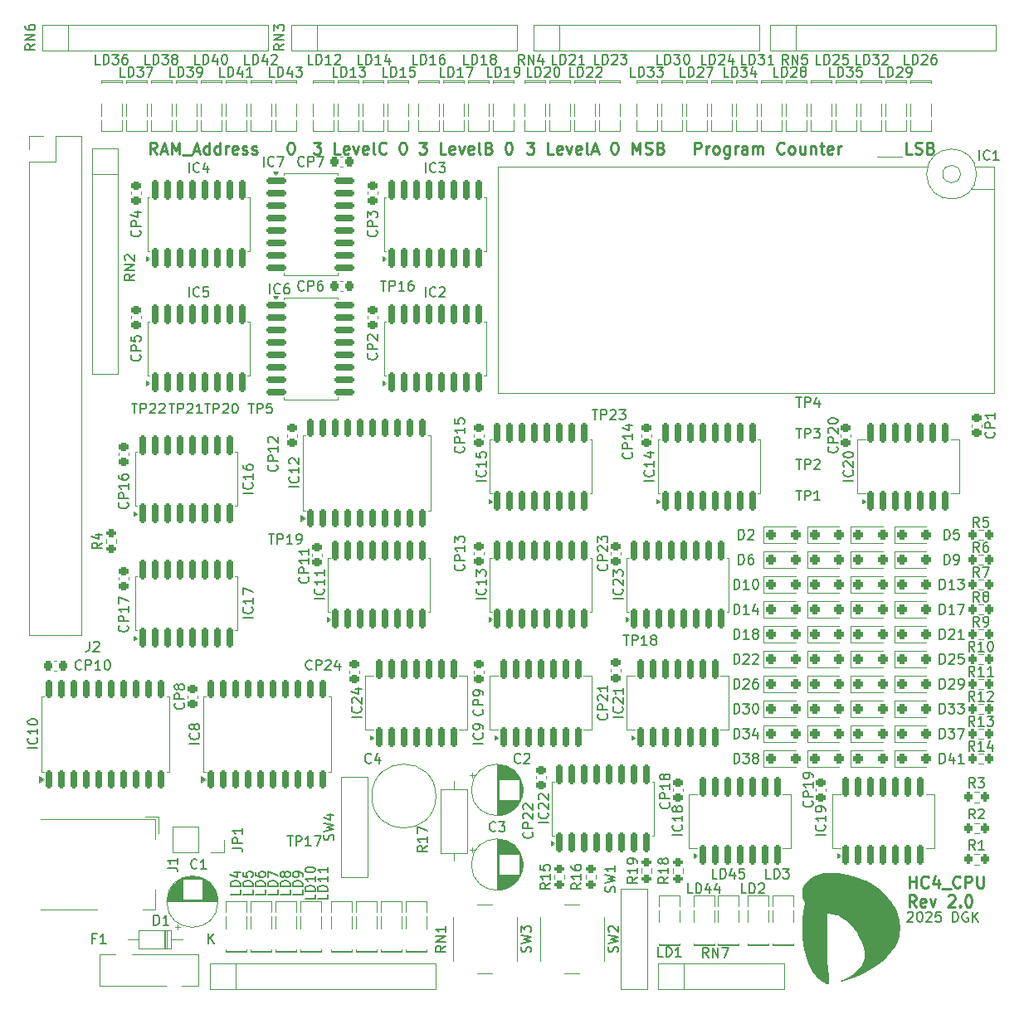
<source format=gto>
G04 #@! TF.GenerationSoftware,KiCad,Pcbnew,9.0.1*
G04 #@! TF.CreationDate,2025-04-12T18:16:13+09:00*
G04 #@! TF.ProjectId,HC4_KiCad,4843345f-4b69-4436-9164-2e6b69636164,1.2*
G04 #@! TF.SameCoordinates,Original*
G04 #@! TF.FileFunction,Legend,Top*
G04 #@! TF.FilePolarity,Positive*
%FSLAX46Y46*%
G04 Gerber Fmt 4.6, Leading zero omitted, Abs format (unit mm)*
G04 Created by KiCad (PCBNEW 9.0.1) date 2025-04-12 18:16:13*
%MOMM*%
%LPD*%
G01*
G04 APERTURE LIST*
G04 Aperture macros list*
%AMRoundRect*
0 Rectangle with rounded corners*
0 $1 Rounding radius*
0 $2 $3 $4 $5 $6 $7 $8 $9 X,Y pos of 4 corners*
0 Add a 4 corners polygon primitive as box body*
4,1,4,$2,$3,$4,$5,$6,$7,$8,$9,$2,$3,0*
0 Add four circle primitives for the rounded corners*
1,1,$1+$1,$2,$3*
1,1,$1+$1,$4,$5*
1,1,$1+$1,$6,$7*
1,1,$1+$1,$8,$9*
0 Add four rect primitives between the rounded corners*
20,1,$1+$1,$2,$3,$4,$5,0*
20,1,$1+$1,$4,$5,$6,$7,0*
20,1,$1+$1,$6,$7,$8,$9,0*
20,1,$1+$1,$8,$9,$2,$3,0*%
G04 Aperture macros list end*
%ADD10C,0.250000*%
%ADD11C,0.150000*%
%ADD12C,0.120000*%
%ADD13C,0.000000*%
%ADD14R,1.600000X1.600000*%
%ADD15C,1.600000*%
%ADD16RoundRect,0.250000X-0.250000X-0.250000X0.250000X-0.250000X0.250000X0.250000X-0.250000X0.250000X0*%
%ADD17R,1.800000X1.800000*%
%ADD18C,1.800000*%
%ADD19RoundRect,0.225000X-0.250000X0.225000X-0.250000X-0.225000X0.250000X-0.225000X0.250000X0.225000X0*%
%ADD20RoundRect,0.200000X0.200000X0.275000X-0.200000X0.275000X-0.200000X-0.275000X0.200000X-0.275000X0*%
%ADD21R,1.000000X1.000000*%
%ADD22RoundRect,0.225000X0.225000X0.250000X-0.225000X0.250000X-0.225000X-0.250000X0.225000X-0.250000X0*%
%ADD23RoundRect,0.150000X0.150000X-0.837500X0.150000X0.837500X-0.150000X0.837500X-0.150000X-0.837500X0*%
%ADD24RoundRect,0.150000X0.150000X-0.800000X0.150000X0.800000X-0.150000X0.800000X-0.150000X-0.800000X0*%
%ADD25R,2.000000X4.600000*%
%ADD26O,2.000000X4.200000*%
%ADD27O,4.200000X2.000000*%
%ADD28RoundRect,0.150000X-0.837500X-0.150000X0.837500X-0.150000X0.837500X0.150000X-0.837500X0.150000X0*%
%ADD29RoundRect,0.200000X-0.200000X-0.275000X0.200000X-0.275000X0.200000X0.275000X-0.200000X0.275000X0*%
%ADD30C,2.000000*%
%ADD31RoundRect,0.200000X0.275000X-0.200000X0.275000X0.200000X-0.275000X0.200000X-0.275000X-0.200000X0*%
%ADD32RoundRect,0.225000X-0.225000X-0.250000X0.225000X-0.250000X0.225000X0.250000X-0.225000X0.250000X0*%
%ADD33C,3.200000*%
%ADD34RoundRect,0.225000X0.250000X-0.225000X0.250000X0.225000X-0.250000X0.225000X-0.250000X-0.225000X0*%
%ADD35R,1.700000X1.700000*%
%ADD36C,1.700000*%
%ADD37R,1.500000X1.500000*%
%ADD38O,1.500000X1.500000*%
%ADD39C,2.010000*%
%ADD40O,1.600000X1.600000*%
%ADD41R,1.440000X2.000000*%
%ADD42O,1.440000X2.000000*%
G04 APERTURE END LIST*
D10*
X63673384Y-63975142D02*
X63273384Y-63403714D01*
X62987670Y-63975142D02*
X62987670Y-62775142D01*
X62987670Y-62775142D02*
X63444813Y-62775142D01*
X63444813Y-62775142D02*
X63559098Y-62832285D01*
X63559098Y-62832285D02*
X63616241Y-62889428D01*
X63616241Y-62889428D02*
X63673384Y-63003714D01*
X63673384Y-63003714D02*
X63673384Y-63175142D01*
X63673384Y-63175142D02*
X63616241Y-63289428D01*
X63616241Y-63289428D02*
X63559098Y-63346571D01*
X63559098Y-63346571D02*
X63444813Y-63403714D01*
X63444813Y-63403714D02*
X62987670Y-63403714D01*
X64130527Y-63632285D02*
X64701956Y-63632285D01*
X64016241Y-63975142D02*
X64416241Y-62775142D01*
X64416241Y-62775142D02*
X64816241Y-63975142D01*
X65216241Y-63975142D02*
X65216241Y-62775142D01*
X65216241Y-62775142D02*
X65616241Y-63632285D01*
X65616241Y-63632285D02*
X66016241Y-62775142D01*
X66016241Y-62775142D02*
X66016241Y-63975142D01*
X66301956Y-64089428D02*
X67216241Y-64089428D01*
X67444813Y-63632285D02*
X68016242Y-63632285D01*
X67330527Y-63975142D02*
X67730527Y-62775142D01*
X67730527Y-62775142D02*
X68130527Y-63975142D01*
X69044813Y-63975142D02*
X69044813Y-62775142D01*
X69044813Y-63918000D02*
X68930527Y-63975142D01*
X68930527Y-63975142D02*
X68701955Y-63975142D01*
X68701955Y-63975142D02*
X68587670Y-63918000D01*
X68587670Y-63918000D02*
X68530527Y-63860857D01*
X68530527Y-63860857D02*
X68473384Y-63746571D01*
X68473384Y-63746571D02*
X68473384Y-63403714D01*
X68473384Y-63403714D02*
X68530527Y-63289428D01*
X68530527Y-63289428D02*
X68587670Y-63232285D01*
X68587670Y-63232285D02*
X68701955Y-63175142D01*
X68701955Y-63175142D02*
X68930527Y-63175142D01*
X68930527Y-63175142D02*
X69044813Y-63232285D01*
X70130527Y-63975142D02*
X70130527Y-62775142D01*
X70130527Y-63918000D02*
X70016241Y-63975142D01*
X70016241Y-63975142D02*
X69787669Y-63975142D01*
X69787669Y-63975142D02*
X69673384Y-63918000D01*
X69673384Y-63918000D02*
X69616241Y-63860857D01*
X69616241Y-63860857D02*
X69559098Y-63746571D01*
X69559098Y-63746571D02*
X69559098Y-63403714D01*
X69559098Y-63403714D02*
X69616241Y-63289428D01*
X69616241Y-63289428D02*
X69673384Y-63232285D01*
X69673384Y-63232285D02*
X69787669Y-63175142D01*
X69787669Y-63175142D02*
X70016241Y-63175142D01*
X70016241Y-63175142D02*
X70130527Y-63232285D01*
X70701955Y-63975142D02*
X70701955Y-63175142D01*
X70701955Y-63403714D02*
X70759098Y-63289428D01*
X70759098Y-63289428D02*
X70816241Y-63232285D01*
X70816241Y-63232285D02*
X70930526Y-63175142D01*
X70930526Y-63175142D02*
X71044812Y-63175142D01*
X71901955Y-63918000D02*
X71787669Y-63975142D01*
X71787669Y-63975142D02*
X71559098Y-63975142D01*
X71559098Y-63975142D02*
X71444812Y-63918000D01*
X71444812Y-63918000D02*
X71387669Y-63803714D01*
X71387669Y-63803714D02*
X71387669Y-63346571D01*
X71387669Y-63346571D02*
X71444812Y-63232285D01*
X71444812Y-63232285D02*
X71559098Y-63175142D01*
X71559098Y-63175142D02*
X71787669Y-63175142D01*
X71787669Y-63175142D02*
X71901955Y-63232285D01*
X71901955Y-63232285D02*
X71959098Y-63346571D01*
X71959098Y-63346571D02*
X71959098Y-63460857D01*
X71959098Y-63460857D02*
X71387669Y-63575142D01*
X72416240Y-63918000D02*
X72530526Y-63975142D01*
X72530526Y-63975142D02*
X72759097Y-63975142D01*
X72759097Y-63975142D02*
X72873383Y-63918000D01*
X72873383Y-63918000D02*
X72930526Y-63803714D01*
X72930526Y-63803714D02*
X72930526Y-63746571D01*
X72930526Y-63746571D02*
X72873383Y-63632285D01*
X72873383Y-63632285D02*
X72759097Y-63575142D01*
X72759097Y-63575142D02*
X72587669Y-63575142D01*
X72587669Y-63575142D02*
X72473383Y-63518000D01*
X72473383Y-63518000D02*
X72416240Y-63403714D01*
X72416240Y-63403714D02*
X72416240Y-63346571D01*
X72416240Y-63346571D02*
X72473383Y-63232285D01*
X72473383Y-63232285D02*
X72587669Y-63175142D01*
X72587669Y-63175142D02*
X72759097Y-63175142D01*
X72759097Y-63175142D02*
X72873383Y-63232285D01*
X73387669Y-63918000D02*
X73501955Y-63975142D01*
X73501955Y-63975142D02*
X73730526Y-63975142D01*
X73730526Y-63975142D02*
X73844812Y-63918000D01*
X73844812Y-63918000D02*
X73901955Y-63803714D01*
X73901955Y-63803714D02*
X73901955Y-63746571D01*
X73901955Y-63746571D02*
X73844812Y-63632285D01*
X73844812Y-63632285D02*
X73730526Y-63575142D01*
X73730526Y-63575142D02*
X73559098Y-63575142D01*
X73559098Y-63575142D02*
X73444812Y-63518000D01*
X73444812Y-63518000D02*
X73387669Y-63403714D01*
X73387669Y-63403714D02*
X73387669Y-63346571D01*
X73387669Y-63346571D02*
X73444812Y-63232285D01*
X73444812Y-63232285D02*
X73559098Y-63175142D01*
X73559098Y-63175142D02*
X73730526Y-63175142D01*
X73730526Y-63175142D02*
X73844812Y-63232285D01*
X140450187Y-138908209D02*
X140450187Y-137708209D01*
X140450187Y-138279638D02*
X141135901Y-138279638D01*
X141135901Y-138908209D02*
X141135901Y-137708209D01*
X142393044Y-138793924D02*
X142335901Y-138851067D01*
X142335901Y-138851067D02*
X142164473Y-138908209D01*
X142164473Y-138908209D02*
X142050187Y-138908209D01*
X142050187Y-138908209D02*
X141878758Y-138851067D01*
X141878758Y-138851067D02*
X141764473Y-138736781D01*
X141764473Y-138736781D02*
X141707330Y-138622495D01*
X141707330Y-138622495D02*
X141650187Y-138393924D01*
X141650187Y-138393924D02*
X141650187Y-138222495D01*
X141650187Y-138222495D02*
X141707330Y-137993924D01*
X141707330Y-137993924D02*
X141764473Y-137879638D01*
X141764473Y-137879638D02*
X141878758Y-137765352D01*
X141878758Y-137765352D02*
X142050187Y-137708209D01*
X142050187Y-137708209D02*
X142164473Y-137708209D01*
X142164473Y-137708209D02*
X142335901Y-137765352D01*
X142335901Y-137765352D02*
X142393044Y-137822495D01*
X143421616Y-138108209D02*
X143421616Y-138908209D01*
X143135901Y-137651067D02*
X142850187Y-138508209D01*
X142850187Y-138508209D02*
X143593044Y-138508209D01*
X143764473Y-139022495D02*
X144678758Y-139022495D01*
X145650187Y-138793924D02*
X145593044Y-138851067D01*
X145593044Y-138851067D02*
X145421616Y-138908209D01*
X145421616Y-138908209D02*
X145307330Y-138908209D01*
X145307330Y-138908209D02*
X145135901Y-138851067D01*
X145135901Y-138851067D02*
X145021616Y-138736781D01*
X145021616Y-138736781D02*
X144964473Y-138622495D01*
X144964473Y-138622495D02*
X144907330Y-138393924D01*
X144907330Y-138393924D02*
X144907330Y-138222495D01*
X144907330Y-138222495D02*
X144964473Y-137993924D01*
X144964473Y-137993924D02*
X145021616Y-137879638D01*
X145021616Y-137879638D02*
X145135901Y-137765352D01*
X145135901Y-137765352D02*
X145307330Y-137708209D01*
X145307330Y-137708209D02*
X145421616Y-137708209D01*
X145421616Y-137708209D02*
X145593044Y-137765352D01*
X145593044Y-137765352D02*
X145650187Y-137822495D01*
X146164473Y-138908209D02*
X146164473Y-137708209D01*
X146164473Y-137708209D02*
X146621616Y-137708209D01*
X146621616Y-137708209D02*
X146735901Y-137765352D01*
X146735901Y-137765352D02*
X146793044Y-137822495D01*
X146793044Y-137822495D02*
X146850187Y-137936781D01*
X146850187Y-137936781D02*
X146850187Y-138108209D01*
X146850187Y-138108209D02*
X146793044Y-138222495D01*
X146793044Y-138222495D02*
X146735901Y-138279638D01*
X146735901Y-138279638D02*
X146621616Y-138336781D01*
X146621616Y-138336781D02*
X146164473Y-138336781D01*
X147364473Y-137708209D02*
X147364473Y-138679638D01*
X147364473Y-138679638D02*
X147421616Y-138793924D01*
X147421616Y-138793924D02*
X147478759Y-138851067D01*
X147478759Y-138851067D02*
X147593044Y-138908209D01*
X147593044Y-138908209D02*
X147821616Y-138908209D01*
X147821616Y-138908209D02*
X147935901Y-138851067D01*
X147935901Y-138851067D02*
X147993044Y-138793924D01*
X147993044Y-138793924D02*
X148050187Y-138679638D01*
X148050187Y-138679638D02*
X148050187Y-137708209D01*
X141135901Y-140840142D02*
X140735901Y-140268714D01*
X140450187Y-140840142D02*
X140450187Y-139640142D01*
X140450187Y-139640142D02*
X140907330Y-139640142D01*
X140907330Y-139640142D02*
X141021615Y-139697285D01*
X141021615Y-139697285D02*
X141078758Y-139754428D01*
X141078758Y-139754428D02*
X141135901Y-139868714D01*
X141135901Y-139868714D02*
X141135901Y-140040142D01*
X141135901Y-140040142D02*
X141078758Y-140154428D01*
X141078758Y-140154428D02*
X141021615Y-140211571D01*
X141021615Y-140211571D02*
X140907330Y-140268714D01*
X140907330Y-140268714D02*
X140450187Y-140268714D01*
X142107330Y-140783000D02*
X141993044Y-140840142D01*
X141993044Y-140840142D02*
X141764473Y-140840142D01*
X141764473Y-140840142D02*
X141650187Y-140783000D01*
X141650187Y-140783000D02*
X141593044Y-140668714D01*
X141593044Y-140668714D02*
X141593044Y-140211571D01*
X141593044Y-140211571D02*
X141650187Y-140097285D01*
X141650187Y-140097285D02*
X141764473Y-140040142D01*
X141764473Y-140040142D02*
X141993044Y-140040142D01*
X141993044Y-140040142D02*
X142107330Y-140097285D01*
X142107330Y-140097285D02*
X142164473Y-140211571D01*
X142164473Y-140211571D02*
X142164473Y-140325857D01*
X142164473Y-140325857D02*
X141593044Y-140440142D01*
X142564472Y-140040142D02*
X142850186Y-140840142D01*
X142850186Y-140840142D02*
X143135901Y-140040142D01*
X144450187Y-139754428D02*
X144507330Y-139697285D01*
X144507330Y-139697285D02*
X144621616Y-139640142D01*
X144621616Y-139640142D02*
X144907330Y-139640142D01*
X144907330Y-139640142D02*
X145021616Y-139697285D01*
X145021616Y-139697285D02*
X145078758Y-139754428D01*
X145078758Y-139754428D02*
X145135901Y-139868714D01*
X145135901Y-139868714D02*
X145135901Y-139983000D01*
X145135901Y-139983000D02*
X145078758Y-140154428D01*
X145078758Y-140154428D02*
X144393044Y-140840142D01*
X144393044Y-140840142D02*
X145135901Y-140840142D01*
X145650187Y-140725857D02*
X145707330Y-140783000D01*
X145707330Y-140783000D02*
X145650187Y-140840142D01*
X145650187Y-140840142D02*
X145593044Y-140783000D01*
X145593044Y-140783000D02*
X145650187Y-140725857D01*
X145650187Y-140725857D02*
X145650187Y-140840142D01*
X146450187Y-139640142D02*
X146564473Y-139640142D01*
X146564473Y-139640142D02*
X146678759Y-139697285D01*
X146678759Y-139697285D02*
X146735902Y-139754428D01*
X146735902Y-139754428D02*
X146793044Y-139868714D01*
X146793044Y-139868714D02*
X146850187Y-140097285D01*
X146850187Y-140097285D02*
X146850187Y-140383000D01*
X146850187Y-140383000D02*
X146793044Y-140611571D01*
X146793044Y-140611571D02*
X146735902Y-140725857D01*
X146735902Y-140725857D02*
X146678759Y-140783000D01*
X146678759Y-140783000D02*
X146564473Y-140840142D01*
X146564473Y-140840142D02*
X146450187Y-140840142D01*
X146450187Y-140840142D02*
X146335902Y-140783000D01*
X146335902Y-140783000D02*
X146278759Y-140725857D01*
X146278759Y-140725857D02*
X146221616Y-140611571D01*
X146221616Y-140611571D02*
X146164473Y-140383000D01*
X146164473Y-140383000D02*
X146164473Y-140097285D01*
X146164473Y-140097285D02*
X146221616Y-139868714D01*
X146221616Y-139868714D02*
X146278759Y-139754428D01*
X146278759Y-139754428D02*
X146335902Y-139697285D01*
X146335902Y-139697285D02*
X146450187Y-139640142D01*
D11*
X140289160Y-141465057D02*
X140336779Y-141417438D01*
X140336779Y-141417438D02*
X140432017Y-141369819D01*
X140432017Y-141369819D02*
X140670112Y-141369819D01*
X140670112Y-141369819D02*
X140765350Y-141417438D01*
X140765350Y-141417438D02*
X140812969Y-141465057D01*
X140812969Y-141465057D02*
X140860588Y-141560295D01*
X140860588Y-141560295D02*
X140860588Y-141655533D01*
X140860588Y-141655533D02*
X140812969Y-141798390D01*
X140812969Y-141798390D02*
X140241541Y-142369819D01*
X140241541Y-142369819D02*
X140860588Y-142369819D01*
X141479636Y-141369819D02*
X141574874Y-141369819D01*
X141574874Y-141369819D02*
X141670112Y-141417438D01*
X141670112Y-141417438D02*
X141717731Y-141465057D01*
X141717731Y-141465057D02*
X141765350Y-141560295D01*
X141765350Y-141560295D02*
X141812969Y-141750771D01*
X141812969Y-141750771D02*
X141812969Y-141988866D01*
X141812969Y-141988866D02*
X141765350Y-142179342D01*
X141765350Y-142179342D02*
X141717731Y-142274580D01*
X141717731Y-142274580D02*
X141670112Y-142322200D01*
X141670112Y-142322200D02*
X141574874Y-142369819D01*
X141574874Y-142369819D02*
X141479636Y-142369819D01*
X141479636Y-142369819D02*
X141384398Y-142322200D01*
X141384398Y-142322200D02*
X141336779Y-142274580D01*
X141336779Y-142274580D02*
X141289160Y-142179342D01*
X141289160Y-142179342D02*
X141241541Y-141988866D01*
X141241541Y-141988866D02*
X141241541Y-141750771D01*
X141241541Y-141750771D02*
X141289160Y-141560295D01*
X141289160Y-141560295D02*
X141336779Y-141465057D01*
X141336779Y-141465057D02*
X141384398Y-141417438D01*
X141384398Y-141417438D02*
X141479636Y-141369819D01*
X142193922Y-141465057D02*
X142241541Y-141417438D01*
X142241541Y-141417438D02*
X142336779Y-141369819D01*
X142336779Y-141369819D02*
X142574874Y-141369819D01*
X142574874Y-141369819D02*
X142670112Y-141417438D01*
X142670112Y-141417438D02*
X142717731Y-141465057D01*
X142717731Y-141465057D02*
X142765350Y-141560295D01*
X142765350Y-141560295D02*
X142765350Y-141655533D01*
X142765350Y-141655533D02*
X142717731Y-141798390D01*
X142717731Y-141798390D02*
X142146303Y-142369819D01*
X142146303Y-142369819D02*
X142765350Y-142369819D01*
X143670112Y-141369819D02*
X143193922Y-141369819D01*
X143193922Y-141369819D02*
X143146303Y-141846009D01*
X143146303Y-141846009D02*
X143193922Y-141798390D01*
X143193922Y-141798390D02*
X143289160Y-141750771D01*
X143289160Y-141750771D02*
X143527255Y-141750771D01*
X143527255Y-141750771D02*
X143622493Y-141798390D01*
X143622493Y-141798390D02*
X143670112Y-141846009D01*
X143670112Y-141846009D02*
X143717731Y-141941247D01*
X143717731Y-141941247D02*
X143717731Y-142179342D01*
X143717731Y-142179342D02*
X143670112Y-142274580D01*
X143670112Y-142274580D02*
X143622493Y-142322200D01*
X143622493Y-142322200D02*
X143527255Y-142369819D01*
X143527255Y-142369819D02*
X143289160Y-142369819D01*
X143289160Y-142369819D02*
X143193922Y-142322200D01*
X143193922Y-142322200D02*
X143146303Y-142274580D01*
X144908208Y-142369819D02*
X144908208Y-141369819D01*
X144908208Y-141369819D02*
X145146303Y-141369819D01*
X145146303Y-141369819D02*
X145289160Y-141417438D01*
X145289160Y-141417438D02*
X145384398Y-141512676D01*
X145384398Y-141512676D02*
X145432017Y-141607914D01*
X145432017Y-141607914D02*
X145479636Y-141798390D01*
X145479636Y-141798390D02*
X145479636Y-141941247D01*
X145479636Y-141941247D02*
X145432017Y-142131723D01*
X145432017Y-142131723D02*
X145384398Y-142226961D01*
X145384398Y-142226961D02*
X145289160Y-142322200D01*
X145289160Y-142322200D02*
X145146303Y-142369819D01*
X145146303Y-142369819D02*
X144908208Y-142369819D01*
X146432017Y-141417438D02*
X146336779Y-141369819D01*
X146336779Y-141369819D02*
X146193922Y-141369819D01*
X146193922Y-141369819D02*
X146051065Y-141417438D01*
X146051065Y-141417438D02*
X145955827Y-141512676D01*
X145955827Y-141512676D02*
X145908208Y-141607914D01*
X145908208Y-141607914D02*
X145860589Y-141798390D01*
X145860589Y-141798390D02*
X145860589Y-141941247D01*
X145860589Y-141941247D02*
X145908208Y-142131723D01*
X145908208Y-142131723D02*
X145955827Y-142226961D01*
X145955827Y-142226961D02*
X146051065Y-142322200D01*
X146051065Y-142322200D02*
X146193922Y-142369819D01*
X146193922Y-142369819D02*
X146289160Y-142369819D01*
X146289160Y-142369819D02*
X146432017Y-142322200D01*
X146432017Y-142322200D02*
X146479636Y-142274580D01*
X146479636Y-142274580D02*
X146479636Y-141941247D01*
X146479636Y-141941247D02*
X146289160Y-141941247D01*
X146908208Y-142369819D02*
X146908208Y-141369819D01*
X147479636Y-142369819D02*
X147051065Y-141798390D01*
X147479636Y-141369819D02*
X146908208Y-141941247D01*
D10*
X101417670Y-62775142D02*
X102160527Y-62775142D01*
X102160527Y-62775142D02*
X101760527Y-63232285D01*
X101760527Y-63232285D02*
X101931956Y-63232285D01*
X101931956Y-63232285D02*
X102046242Y-63289428D01*
X102046242Y-63289428D02*
X102103384Y-63346571D01*
X102103384Y-63346571D02*
X102160527Y-63460857D01*
X102160527Y-63460857D02*
X102160527Y-63746571D01*
X102160527Y-63746571D02*
X102103384Y-63860857D01*
X102103384Y-63860857D02*
X102046242Y-63918000D01*
X102046242Y-63918000D02*
X101931956Y-63975142D01*
X101931956Y-63975142D02*
X101589099Y-63975142D01*
X101589099Y-63975142D02*
X101474813Y-63918000D01*
X101474813Y-63918000D02*
X101417670Y-63860857D01*
X104160527Y-63975142D02*
X103589099Y-63975142D01*
X103589099Y-63975142D02*
X103589099Y-62775142D01*
X105017671Y-63918000D02*
X104903385Y-63975142D01*
X104903385Y-63975142D02*
X104674814Y-63975142D01*
X104674814Y-63975142D02*
X104560528Y-63918000D01*
X104560528Y-63918000D02*
X104503385Y-63803714D01*
X104503385Y-63803714D02*
X104503385Y-63346571D01*
X104503385Y-63346571D02*
X104560528Y-63232285D01*
X104560528Y-63232285D02*
X104674814Y-63175142D01*
X104674814Y-63175142D02*
X104903385Y-63175142D01*
X104903385Y-63175142D02*
X105017671Y-63232285D01*
X105017671Y-63232285D02*
X105074814Y-63346571D01*
X105074814Y-63346571D02*
X105074814Y-63460857D01*
X105074814Y-63460857D02*
X104503385Y-63575142D01*
X105474813Y-63175142D02*
X105760527Y-63975142D01*
X105760527Y-63975142D02*
X106046242Y-63175142D01*
X106960528Y-63918000D02*
X106846242Y-63975142D01*
X106846242Y-63975142D02*
X106617671Y-63975142D01*
X106617671Y-63975142D02*
X106503385Y-63918000D01*
X106503385Y-63918000D02*
X106446242Y-63803714D01*
X106446242Y-63803714D02*
X106446242Y-63346571D01*
X106446242Y-63346571D02*
X106503385Y-63232285D01*
X106503385Y-63232285D02*
X106617671Y-63175142D01*
X106617671Y-63175142D02*
X106846242Y-63175142D01*
X106846242Y-63175142D02*
X106960528Y-63232285D01*
X106960528Y-63232285D02*
X107017671Y-63346571D01*
X107017671Y-63346571D02*
X107017671Y-63460857D01*
X107017671Y-63460857D02*
X106446242Y-63575142D01*
X107703384Y-63975142D02*
X107589099Y-63918000D01*
X107589099Y-63918000D02*
X107531956Y-63803714D01*
X107531956Y-63803714D02*
X107531956Y-62775142D01*
X108103384Y-63632285D02*
X108674813Y-63632285D01*
X107989098Y-63975142D02*
X108389098Y-62775142D01*
X108389098Y-62775142D02*
X108789098Y-63975142D01*
X110331955Y-62775142D02*
X110446241Y-62775142D01*
X110446241Y-62775142D02*
X110560527Y-62832285D01*
X110560527Y-62832285D02*
X110617670Y-62889428D01*
X110617670Y-62889428D02*
X110674812Y-63003714D01*
X110674812Y-63003714D02*
X110731955Y-63232285D01*
X110731955Y-63232285D02*
X110731955Y-63518000D01*
X110731955Y-63518000D02*
X110674812Y-63746571D01*
X110674812Y-63746571D02*
X110617670Y-63860857D01*
X110617670Y-63860857D02*
X110560527Y-63918000D01*
X110560527Y-63918000D02*
X110446241Y-63975142D01*
X110446241Y-63975142D02*
X110331955Y-63975142D01*
X110331955Y-63975142D02*
X110217670Y-63918000D01*
X110217670Y-63918000D02*
X110160527Y-63860857D01*
X110160527Y-63860857D02*
X110103384Y-63746571D01*
X110103384Y-63746571D02*
X110046241Y-63518000D01*
X110046241Y-63518000D02*
X110046241Y-63232285D01*
X110046241Y-63232285D02*
X110103384Y-63003714D01*
X110103384Y-63003714D02*
X110160527Y-62889428D01*
X110160527Y-62889428D02*
X110217670Y-62832285D01*
X110217670Y-62832285D02*
X110331955Y-62775142D01*
X90451241Y-62775142D02*
X91194098Y-62775142D01*
X91194098Y-62775142D02*
X90794098Y-63232285D01*
X90794098Y-63232285D02*
X90965527Y-63232285D01*
X90965527Y-63232285D02*
X91079813Y-63289428D01*
X91079813Y-63289428D02*
X91136955Y-63346571D01*
X91136955Y-63346571D02*
X91194098Y-63460857D01*
X91194098Y-63460857D02*
X91194098Y-63746571D01*
X91194098Y-63746571D02*
X91136955Y-63860857D01*
X91136955Y-63860857D02*
X91079813Y-63918000D01*
X91079813Y-63918000D02*
X90965527Y-63975142D01*
X90965527Y-63975142D02*
X90622670Y-63975142D01*
X90622670Y-63975142D02*
X90508384Y-63918000D01*
X90508384Y-63918000D02*
X90451241Y-63860857D01*
X93194098Y-63975142D02*
X92622670Y-63975142D01*
X92622670Y-63975142D02*
X92622670Y-62775142D01*
X94051242Y-63918000D02*
X93936956Y-63975142D01*
X93936956Y-63975142D02*
X93708385Y-63975142D01*
X93708385Y-63975142D02*
X93594099Y-63918000D01*
X93594099Y-63918000D02*
X93536956Y-63803714D01*
X93536956Y-63803714D02*
X93536956Y-63346571D01*
X93536956Y-63346571D02*
X93594099Y-63232285D01*
X93594099Y-63232285D02*
X93708385Y-63175142D01*
X93708385Y-63175142D02*
X93936956Y-63175142D01*
X93936956Y-63175142D02*
X94051242Y-63232285D01*
X94051242Y-63232285D02*
X94108385Y-63346571D01*
X94108385Y-63346571D02*
X94108385Y-63460857D01*
X94108385Y-63460857D02*
X93536956Y-63575142D01*
X94508384Y-63175142D02*
X94794098Y-63975142D01*
X94794098Y-63975142D02*
X95079813Y-63175142D01*
X95994099Y-63918000D02*
X95879813Y-63975142D01*
X95879813Y-63975142D02*
X95651242Y-63975142D01*
X95651242Y-63975142D02*
X95536956Y-63918000D01*
X95536956Y-63918000D02*
X95479813Y-63803714D01*
X95479813Y-63803714D02*
X95479813Y-63346571D01*
X95479813Y-63346571D02*
X95536956Y-63232285D01*
X95536956Y-63232285D02*
X95651242Y-63175142D01*
X95651242Y-63175142D02*
X95879813Y-63175142D01*
X95879813Y-63175142D02*
X95994099Y-63232285D01*
X95994099Y-63232285D02*
X96051242Y-63346571D01*
X96051242Y-63346571D02*
X96051242Y-63460857D01*
X96051242Y-63460857D02*
X95479813Y-63575142D01*
X96736955Y-63975142D02*
X96622670Y-63918000D01*
X96622670Y-63918000D02*
X96565527Y-63803714D01*
X96565527Y-63803714D02*
X96565527Y-62775142D01*
X97594098Y-63346571D02*
X97765526Y-63403714D01*
X97765526Y-63403714D02*
X97822669Y-63460857D01*
X97822669Y-63460857D02*
X97879812Y-63575142D01*
X97879812Y-63575142D02*
X97879812Y-63746571D01*
X97879812Y-63746571D02*
X97822669Y-63860857D01*
X97822669Y-63860857D02*
X97765526Y-63918000D01*
X97765526Y-63918000D02*
X97651241Y-63975142D01*
X97651241Y-63975142D02*
X97194098Y-63975142D01*
X97194098Y-63975142D02*
X97194098Y-62775142D01*
X97194098Y-62775142D02*
X97594098Y-62775142D01*
X97594098Y-62775142D02*
X97708384Y-62832285D01*
X97708384Y-62832285D02*
X97765526Y-62889428D01*
X97765526Y-62889428D02*
X97822669Y-63003714D01*
X97822669Y-63003714D02*
X97822669Y-63118000D01*
X97822669Y-63118000D02*
X97765526Y-63232285D01*
X97765526Y-63232285D02*
X97708384Y-63289428D01*
X97708384Y-63289428D02*
X97594098Y-63346571D01*
X97594098Y-63346571D02*
X97194098Y-63346571D01*
X99536955Y-62775142D02*
X99651241Y-62775142D01*
X99651241Y-62775142D02*
X99765527Y-62832285D01*
X99765527Y-62832285D02*
X99822670Y-62889428D01*
X99822670Y-62889428D02*
X99879812Y-63003714D01*
X99879812Y-63003714D02*
X99936955Y-63232285D01*
X99936955Y-63232285D02*
X99936955Y-63518000D01*
X99936955Y-63518000D02*
X99879812Y-63746571D01*
X99879812Y-63746571D02*
X99822670Y-63860857D01*
X99822670Y-63860857D02*
X99765527Y-63918000D01*
X99765527Y-63918000D02*
X99651241Y-63975142D01*
X99651241Y-63975142D02*
X99536955Y-63975142D01*
X99536955Y-63975142D02*
X99422670Y-63918000D01*
X99422670Y-63918000D02*
X99365527Y-63860857D01*
X99365527Y-63860857D02*
X99308384Y-63746571D01*
X99308384Y-63746571D02*
X99251241Y-63518000D01*
X99251241Y-63518000D02*
X99251241Y-63232285D01*
X99251241Y-63232285D02*
X99308384Y-63003714D01*
X99308384Y-63003714D02*
X99365527Y-62889428D01*
X99365527Y-62889428D02*
X99422670Y-62832285D01*
X99422670Y-62832285D02*
X99536955Y-62775142D01*
X77311955Y-62775142D02*
X77426241Y-62775142D01*
X77426241Y-62775142D02*
X77540527Y-62832285D01*
X77540527Y-62832285D02*
X77597670Y-62889428D01*
X77597670Y-62889428D02*
X77654812Y-63003714D01*
X77654812Y-63003714D02*
X77711955Y-63232285D01*
X77711955Y-63232285D02*
X77711955Y-63518000D01*
X77711955Y-63518000D02*
X77654812Y-63746571D01*
X77654812Y-63746571D02*
X77597670Y-63860857D01*
X77597670Y-63860857D02*
X77540527Y-63918000D01*
X77540527Y-63918000D02*
X77426241Y-63975142D01*
X77426241Y-63975142D02*
X77311955Y-63975142D01*
X77311955Y-63975142D02*
X77197670Y-63918000D01*
X77197670Y-63918000D02*
X77140527Y-63860857D01*
X77140527Y-63860857D02*
X77083384Y-63746571D01*
X77083384Y-63746571D02*
X77026241Y-63518000D01*
X77026241Y-63518000D02*
X77026241Y-63232285D01*
X77026241Y-63232285D02*
X77083384Y-63003714D01*
X77083384Y-63003714D02*
X77140527Y-62889428D01*
X77140527Y-62889428D02*
X77197670Y-62832285D01*
X77197670Y-62832285D02*
X77311955Y-62775142D01*
X112210187Y-63975142D02*
X112210187Y-62775142D01*
X112210187Y-62775142D02*
X112610187Y-63632285D01*
X112610187Y-63632285D02*
X113010187Y-62775142D01*
X113010187Y-62775142D02*
X113010187Y-63975142D01*
X113524473Y-63918000D02*
X113695902Y-63975142D01*
X113695902Y-63975142D02*
X113981616Y-63975142D01*
X113981616Y-63975142D02*
X114095902Y-63918000D01*
X114095902Y-63918000D02*
X114153044Y-63860857D01*
X114153044Y-63860857D02*
X114210187Y-63746571D01*
X114210187Y-63746571D02*
X114210187Y-63632285D01*
X114210187Y-63632285D02*
X114153044Y-63518000D01*
X114153044Y-63518000D02*
X114095902Y-63460857D01*
X114095902Y-63460857D02*
X113981616Y-63403714D01*
X113981616Y-63403714D02*
X113753044Y-63346571D01*
X113753044Y-63346571D02*
X113638759Y-63289428D01*
X113638759Y-63289428D02*
X113581616Y-63232285D01*
X113581616Y-63232285D02*
X113524473Y-63118000D01*
X113524473Y-63118000D02*
X113524473Y-63003714D01*
X113524473Y-63003714D02*
X113581616Y-62889428D01*
X113581616Y-62889428D02*
X113638759Y-62832285D01*
X113638759Y-62832285D02*
X113753044Y-62775142D01*
X113753044Y-62775142D02*
X114038759Y-62775142D01*
X114038759Y-62775142D02*
X114210187Y-62832285D01*
X115124473Y-63346571D02*
X115295901Y-63403714D01*
X115295901Y-63403714D02*
X115353044Y-63460857D01*
X115353044Y-63460857D02*
X115410187Y-63575142D01*
X115410187Y-63575142D02*
X115410187Y-63746571D01*
X115410187Y-63746571D02*
X115353044Y-63860857D01*
X115353044Y-63860857D02*
X115295901Y-63918000D01*
X115295901Y-63918000D02*
X115181616Y-63975142D01*
X115181616Y-63975142D02*
X114724473Y-63975142D01*
X114724473Y-63975142D02*
X114724473Y-62775142D01*
X114724473Y-62775142D02*
X115124473Y-62775142D01*
X115124473Y-62775142D02*
X115238759Y-62832285D01*
X115238759Y-62832285D02*
X115295901Y-62889428D01*
X115295901Y-62889428D02*
X115353044Y-63003714D01*
X115353044Y-63003714D02*
X115353044Y-63118000D01*
X115353044Y-63118000D02*
X115295901Y-63232285D01*
X115295901Y-63232285D02*
X115238759Y-63289428D01*
X115238759Y-63289428D02*
X115124473Y-63346571D01*
X115124473Y-63346571D02*
X114724473Y-63346571D01*
X118560187Y-63975142D02*
X118560187Y-62775142D01*
X118560187Y-62775142D02*
X119017330Y-62775142D01*
X119017330Y-62775142D02*
X119131615Y-62832285D01*
X119131615Y-62832285D02*
X119188758Y-62889428D01*
X119188758Y-62889428D02*
X119245901Y-63003714D01*
X119245901Y-63003714D02*
X119245901Y-63175142D01*
X119245901Y-63175142D02*
X119188758Y-63289428D01*
X119188758Y-63289428D02*
X119131615Y-63346571D01*
X119131615Y-63346571D02*
X119017330Y-63403714D01*
X119017330Y-63403714D02*
X118560187Y-63403714D01*
X119760187Y-63975142D02*
X119760187Y-63175142D01*
X119760187Y-63403714D02*
X119817330Y-63289428D01*
X119817330Y-63289428D02*
X119874473Y-63232285D01*
X119874473Y-63232285D02*
X119988758Y-63175142D01*
X119988758Y-63175142D02*
X120103044Y-63175142D01*
X120674472Y-63975142D02*
X120560187Y-63918000D01*
X120560187Y-63918000D02*
X120503044Y-63860857D01*
X120503044Y-63860857D02*
X120445901Y-63746571D01*
X120445901Y-63746571D02*
X120445901Y-63403714D01*
X120445901Y-63403714D02*
X120503044Y-63289428D01*
X120503044Y-63289428D02*
X120560187Y-63232285D01*
X120560187Y-63232285D02*
X120674472Y-63175142D01*
X120674472Y-63175142D02*
X120845901Y-63175142D01*
X120845901Y-63175142D02*
X120960187Y-63232285D01*
X120960187Y-63232285D02*
X121017330Y-63289428D01*
X121017330Y-63289428D02*
X121074472Y-63403714D01*
X121074472Y-63403714D02*
X121074472Y-63746571D01*
X121074472Y-63746571D02*
X121017330Y-63860857D01*
X121017330Y-63860857D02*
X120960187Y-63918000D01*
X120960187Y-63918000D02*
X120845901Y-63975142D01*
X120845901Y-63975142D02*
X120674472Y-63975142D01*
X122103044Y-63175142D02*
X122103044Y-64146571D01*
X122103044Y-64146571D02*
X122045901Y-64260857D01*
X122045901Y-64260857D02*
X121988758Y-64318000D01*
X121988758Y-64318000D02*
X121874472Y-64375142D01*
X121874472Y-64375142D02*
X121703044Y-64375142D01*
X121703044Y-64375142D02*
X121588758Y-64318000D01*
X122103044Y-63918000D02*
X121988758Y-63975142D01*
X121988758Y-63975142D02*
X121760186Y-63975142D01*
X121760186Y-63975142D02*
X121645901Y-63918000D01*
X121645901Y-63918000D02*
X121588758Y-63860857D01*
X121588758Y-63860857D02*
X121531615Y-63746571D01*
X121531615Y-63746571D02*
X121531615Y-63403714D01*
X121531615Y-63403714D02*
X121588758Y-63289428D01*
X121588758Y-63289428D02*
X121645901Y-63232285D01*
X121645901Y-63232285D02*
X121760186Y-63175142D01*
X121760186Y-63175142D02*
X121988758Y-63175142D01*
X121988758Y-63175142D02*
X122103044Y-63232285D01*
X122674472Y-63975142D02*
X122674472Y-63175142D01*
X122674472Y-63403714D02*
X122731615Y-63289428D01*
X122731615Y-63289428D02*
X122788758Y-63232285D01*
X122788758Y-63232285D02*
X122903043Y-63175142D01*
X122903043Y-63175142D02*
X123017329Y-63175142D01*
X123931615Y-63975142D02*
X123931615Y-63346571D01*
X123931615Y-63346571D02*
X123874472Y-63232285D01*
X123874472Y-63232285D02*
X123760186Y-63175142D01*
X123760186Y-63175142D02*
X123531615Y-63175142D01*
X123531615Y-63175142D02*
X123417329Y-63232285D01*
X123931615Y-63918000D02*
X123817329Y-63975142D01*
X123817329Y-63975142D02*
X123531615Y-63975142D01*
X123531615Y-63975142D02*
X123417329Y-63918000D01*
X123417329Y-63918000D02*
X123360186Y-63803714D01*
X123360186Y-63803714D02*
X123360186Y-63689428D01*
X123360186Y-63689428D02*
X123417329Y-63575142D01*
X123417329Y-63575142D02*
X123531615Y-63518000D01*
X123531615Y-63518000D02*
X123817329Y-63518000D01*
X123817329Y-63518000D02*
X123931615Y-63460857D01*
X124503043Y-63975142D02*
X124503043Y-63175142D01*
X124503043Y-63289428D02*
X124560186Y-63232285D01*
X124560186Y-63232285D02*
X124674471Y-63175142D01*
X124674471Y-63175142D02*
X124845900Y-63175142D01*
X124845900Y-63175142D02*
X124960186Y-63232285D01*
X124960186Y-63232285D02*
X125017329Y-63346571D01*
X125017329Y-63346571D02*
X125017329Y-63975142D01*
X125017329Y-63346571D02*
X125074471Y-63232285D01*
X125074471Y-63232285D02*
X125188757Y-63175142D01*
X125188757Y-63175142D02*
X125360186Y-63175142D01*
X125360186Y-63175142D02*
X125474471Y-63232285D01*
X125474471Y-63232285D02*
X125531614Y-63346571D01*
X125531614Y-63346571D02*
X125531614Y-63975142D01*
X127703043Y-63860857D02*
X127645900Y-63918000D01*
X127645900Y-63918000D02*
X127474472Y-63975142D01*
X127474472Y-63975142D02*
X127360186Y-63975142D01*
X127360186Y-63975142D02*
X127188757Y-63918000D01*
X127188757Y-63918000D02*
X127074472Y-63803714D01*
X127074472Y-63803714D02*
X127017329Y-63689428D01*
X127017329Y-63689428D02*
X126960186Y-63460857D01*
X126960186Y-63460857D02*
X126960186Y-63289428D01*
X126960186Y-63289428D02*
X127017329Y-63060857D01*
X127017329Y-63060857D02*
X127074472Y-62946571D01*
X127074472Y-62946571D02*
X127188757Y-62832285D01*
X127188757Y-62832285D02*
X127360186Y-62775142D01*
X127360186Y-62775142D02*
X127474472Y-62775142D01*
X127474472Y-62775142D02*
X127645900Y-62832285D01*
X127645900Y-62832285D02*
X127703043Y-62889428D01*
X128388757Y-63975142D02*
X128274472Y-63918000D01*
X128274472Y-63918000D02*
X128217329Y-63860857D01*
X128217329Y-63860857D02*
X128160186Y-63746571D01*
X128160186Y-63746571D02*
X128160186Y-63403714D01*
X128160186Y-63403714D02*
X128217329Y-63289428D01*
X128217329Y-63289428D02*
X128274472Y-63232285D01*
X128274472Y-63232285D02*
X128388757Y-63175142D01*
X128388757Y-63175142D02*
X128560186Y-63175142D01*
X128560186Y-63175142D02*
X128674472Y-63232285D01*
X128674472Y-63232285D02*
X128731615Y-63289428D01*
X128731615Y-63289428D02*
X128788757Y-63403714D01*
X128788757Y-63403714D02*
X128788757Y-63746571D01*
X128788757Y-63746571D02*
X128731615Y-63860857D01*
X128731615Y-63860857D02*
X128674472Y-63918000D01*
X128674472Y-63918000D02*
X128560186Y-63975142D01*
X128560186Y-63975142D02*
X128388757Y-63975142D01*
X129817329Y-63175142D02*
X129817329Y-63975142D01*
X129303043Y-63175142D02*
X129303043Y-63803714D01*
X129303043Y-63803714D02*
X129360186Y-63918000D01*
X129360186Y-63918000D02*
X129474471Y-63975142D01*
X129474471Y-63975142D02*
X129645900Y-63975142D01*
X129645900Y-63975142D02*
X129760186Y-63918000D01*
X129760186Y-63918000D02*
X129817329Y-63860857D01*
X130388757Y-63175142D02*
X130388757Y-63975142D01*
X130388757Y-63289428D02*
X130445900Y-63232285D01*
X130445900Y-63232285D02*
X130560185Y-63175142D01*
X130560185Y-63175142D02*
X130731614Y-63175142D01*
X130731614Y-63175142D02*
X130845900Y-63232285D01*
X130845900Y-63232285D02*
X130903043Y-63346571D01*
X130903043Y-63346571D02*
X130903043Y-63975142D01*
X131303042Y-63175142D02*
X131760185Y-63175142D01*
X131474471Y-62775142D02*
X131474471Y-63803714D01*
X131474471Y-63803714D02*
X131531614Y-63918000D01*
X131531614Y-63918000D02*
X131645899Y-63975142D01*
X131645899Y-63975142D02*
X131760185Y-63975142D01*
X132617328Y-63918000D02*
X132503042Y-63975142D01*
X132503042Y-63975142D02*
X132274471Y-63975142D01*
X132274471Y-63975142D02*
X132160185Y-63918000D01*
X132160185Y-63918000D02*
X132103042Y-63803714D01*
X132103042Y-63803714D02*
X132103042Y-63346571D01*
X132103042Y-63346571D02*
X132160185Y-63232285D01*
X132160185Y-63232285D02*
X132274471Y-63175142D01*
X132274471Y-63175142D02*
X132503042Y-63175142D01*
X132503042Y-63175142D02*
X132617328Y-63232285D01*
X132617328Y-63232285D02*
X132674471Y-63346571D01*
X132674471Y-63346571D02*
X132674471Y-63460857D01*
X132674471Y-63460857D02*
X132103042Y-63575142D01*
X133188756Y-63975142D02*
X133188756Y-63175142D01*
X133188756Y-63403714D02*
X133245899Y-63289428D01*
X133245899Y-63289428D02*
X133303042Y-63232285D01*
X133303042Y-63232285D02*
X133417327Y-63175142D01*
X133417327Y-63175142D02*
X133531613Y-63175142D01*
X79656241Y-62775142D02*
X80399098Y-62775142D01*
X80399098Y-62775142D02*
X79999098Y-63232285D01*
X79999098Y-63232285D02*
X80170527Y-63232285D01*
X80170527Y-63232285D02*
X80284813Y-63289428D01*
X80284813Y-63289428D02*
X80341955Y-63346571D01*
X80341955Y-63346571D02*
X80399098Y-63460857D01*
X80399098Y-63460857D02*
X80399098Y-63746571D01*
X80399098Y-63746571D02*
X80341955Y-63860857D01*
X80341955Y-63860857D02*
X80284813Y-63918000D01*
X80284813Y-63918000D02*
X80170527Y-63975142D01*
X80170527Y-63975142D02*
X79827670Y-63975142D01*
X79827670Y-63975142D02*
X79713384Y-63918000D01*
X79713384Y-63918000D02*
X79656241Y-63860857D01*
X82399098Y-63975142D02*
X81827670Y-63975142D01*
X81827670Y-63975142D02*
X81827670Y-62775142D01*
X83256242Y-63918000D02*
X83141956Y-63975142D01*
X83141956Y-63975142D02*
X82913385Y-63975142D01*
X82913385Y-63975142D02*
X82799099Y-63918000D01*
X82799099Y-63918000D02*
X82741956Y-63803714D01*
X82741956Y-63803714D02*
X82741956Y-63346571D01*
X82741956Y-63346571D02*
X82799099Y-63232285D01*
X82799099Y-63232285D02*
X82913385Y-63175142D01*
X82913385Y-63175142D02*
X83141956Y-63175142D01*
X83141956Y-63175142D02*
X83256242Y-63232285D01*
X83256242Y-63232285D02*
X83313385Y-63346571D01*
X83313385Y-63346571D02*
X83313385Y-63460857D01*
X83313385Y-63460857D02*
X82741956Y-63575142D01*
X83713384Y-63175142D02*
X83999098Y-63975142D01*
X83999098Y-63975142D02*
X84284813Y-63175142D01*
X85199099Y-63918000D02*
X85084813Y-63975142D01*
X85084813Y-63975142D02*
X84856242Y-63975142D01*
X84856242Y-63975142D02*
X84741956Y-63918000D01*
X84741956Y-63918000D02*
X84684813Y-63803714D01*
X84684813Y-63803714D02*
X84684813Y-63346571D01*
X84684813Y-63346571D02*
X84741956Y-63232285D01*
X84741956Y-63232285D02*
X84856242Y-63175142D01*
X84856242Y-63175142D02*
X85084813Y-63175142D01*
X85084813Y-63175142D02*
X85199099Y-63232285D01*
X85199099Y-63232285D02*
X85256242Y-63346571D01*
X85256242Y-63346571D02*
X85256242Y-63460857D01*
X85256242Y-63460857D02*
X84684813Y-63575142D01*
X85941955Y-63975142D02*
X85827670Y-63918000D01*
X85827670Y-63918000D02*
X85770527Y-63803714D01*
X85770527Y-63803714D02*
X85770527Y-62775142D01*
X87084812Y-63860857D02*
X87027669Y-63918000D01*
X87027669Y-63918000D02*
X86856241Y-63975142D01*
X86856241Y-63975142D02*
X86741955Y-63975142D01*
X86741955Y-63975142D02*
X86570526Y-63918000D01*
X86570526Y-63918000D02*
X86456241Y-63803714D01*
X86456241Y-63803714D02*
X86399098Y-63689428D01*
X86399098Y-63689428D02*
X86341955Y-63460857D01*
X86341955Y-63460857D02*
X86341955Y-63289428D01*
X86341955Y-63289428D02*
X86399098Y-63060857D01*
X86399098Y-63060857D02*
X86456241Y-62946571D01*
X86456241Y-62946571D02*
X86570526Y-62832285D01*
X86570526Y-62832285D02*
X86741955Y-62775142D01*
X86741955Y-62775142D02*
X86856241Y-62775142D01*
X86856241Y-62775142D02*
X87027669Y-62832285D01*
X87027669Y-62832285D02*
X87084812Y-62889428D01*
X88741955Y-62775142D02*
X88856241Y-62775142D01*
X88856241Y-62775142D02*
X88970527Y-62832285D01*
X88970527Y-62832285D02*
X89027670Y-62889428D01*
X89027670Y-62889428D02*
X89084812Y-63003714D01*
X89084812Y-63003714D02*
X89141955Y-63232285D01*
X89141955Y-63232285D02*
X89141955Y-63518000D01*
X89141955Y-63518000D02*
X89084812Y-63746571D01*
X89084812Y-63746571D02*
X89027670Y-63860857D01*
X89027670Y-63860857D02*
X88970527Y-63918000D01*
X88970527Y-63918000D02*
X88856241Y-63975142D01*
X88856241Y-63975142D02*
X88741955Y-63975142D01*
X88741955Y-63975142D02*
X88627670Y-63918000D01*
X88627670Y-63918000D02*
X88570527Y-63860857D01*
X88570527Y-63860857D02*
X88513384Y-63746571D01*
X88513384Y-63746571D02*
X88456241Y-63518000D01*
X88456241Y-63518000D02*
X88456241Y-63232285D01*
X88456241Y-63232285D02*
X88513384Y-63003714D01*
X88513384Y-63003714D02*
X88570527Y-62889428D01*
X88570527Y-62889428D02*
X88627670Y-62832285D01*
X88627670Y-62832285D02*
X88741955Y-62775142D01*
X140721615Y-63975142D02*
X140150187Y-63975142D01*
X140150187Y-63975142D02*
X140150187Y-62775142D01*
X141064473Y-63918000D02*
X141235902Y-63975142D01*
X141235902Y-63975142D02*
X141521616Y-63975142D01*
X141521616Y-63975142D02*
X141635902Y-63918000D01*
X141635902Y-63918000D02*
X141693044Y-63860857D01*
X141693044Y-63860857D02*
X141750187Y-63746571D01*
X141750187Y-63746571D02*
X141750187Y-63632285D01*
X141750187Y-63632285D02*
X141693044Y-63518000D01*
X141693044Y-63518000D02*
X141635902Y-63460857D01*
X141635902Y-63460857D02*
X141521616Y-63403714D01*
X141521616Y-63403714D02*
X141293044Y-63346571D01*
X141293044Y-63346571D02*
X141178759Y-63289428D01*
X141178759Y-63289428D02*
X141121616Y-63232285D01*
X141121616Y-63232285D02*
X141064473Y-63118000D01*
X141064473Y-63118000D02*
X141064473Y-63003714D01*
X141064473Y-63003714D02*
X141121616Y-62889428D01*
X141121616Y-62889428D02*
X141178759Y-62832285D01*
X141178759Y-62832285D02*
X141293044Y-62775142D01*
X141293044Y-62775142D02*
X141578759Y-62775142D01*
X141578759Y-62775142D02*
X141750187Y-62832285D01*
X142664473Y-63346571D02*
X142835901Y-63403714D01*
X142835901Y-63403714D02*
X142893044Y-63460857D01*
X142893044Y-63460857D02*
X142950187Y-63575142D01*
X142950187Y-63575142D02*
X142950187Y-63746571D01*
X142950187Y-63746571D02*
X142893044Y-63860857D01*
X142893044Y-63860857D02*
X142835901Y-63918000D01*
X142835901Y-63918000D02*
X142721616Y-63975142D01*
X142721616Y-63975142D02*
X142264473Y-63975142D01*
X142264473Y-63975142D02*
X142264473Y-62775142D01*
X142264473Y-62775142D02*
X142664473Y-62775142D01*
X142664473Y-62775142D02*
X142778759Y-62832285D01*
X142778759Y-62832285D02*
X142835901Y-62889428D01*
X142835901Y-62889428D02*
X142893044Y-63003714D01*
X142893044Y-63003714D02*
X142893044Y-63118000D01*
X142893044Y-63118000D02*
X142835901Y-63232285D01*
X142835901Y-63232285D02*
X142778759Y-63289428D01*
X142778759Y-63289428D02*
X142664473Y-63346571D01*
X142664473Y-63346571D02*
X142264473Y-63346571D01*
D11*
X119959523Y-146009819D02*
X119626190Y-145533628D01*
X119388095Y-146009819D02*
X119388095Y-145009819D01*
X119388095Y-145009819D02*
X119769047Y-145009819D01*
X119769047Y-145009819D02*
X119864285Y-145057438D01*
X119864285Y-145057438D02*
X119911904Y-145105057D01*
X119911904Y-145105057D02*
X119959523Y-145200295D01*
X119959523Y-145200295D02*
X119959523Y-145343152D01*
X119959523Y-145343152D02*
X119911904Y-145438390D01*
X119911904Y-145438390D02*
X119864285Y-145486009D01*
X119864285Y-145486009D02*
X119769047Y-145533628D01*
X119769047Y-145533628D02*
X119388095Y-145533628D01*
X120388095Y-146009819D02*
X120388095Y-145009819D01*
X120388095Y-145009819D02*
X120959523Y-146009819D01*
X120959523Y-146009819D02*
X120959523Y-145009819D01*
X121340476Y-145009819D02*
X122007142Y-145009819D01*
X122007142Y-145009819D02*
X121578571Y-146009819D01*
X131445142Y-54810819D02*
X130968952Y-54810819D01*
X130968952Y-54810819D02*
X130968952Y-53810819D01*
X131778476Y-54810819D02*
X131778476Y-53810819D01*
X131778476Y-53810819D02*
X132016571Y-53810819D01*
X132016571Y-53810819D02*
X132159428Y-53858438D01*
X132159428Y-53858438D02*
X132254666Y-53953676D01*
X132254666Y-53953676D02*
X132302285Y-54048914D01*
X132302285Y-54048914D02*
X132349904Y-54239390D01*
X132349904Y-54239390D02*
X132349904Y-54382247D01*
X132349904Y-54382247D02*
X132302285Y-54572723D01*
X132302285Y-54572723D02*
X132254666Y-54667961D01*
X132254666Y-54667961D02*
X132159428Y-54763200D01*
X132159428Y-54763200D02*
X132016571Y-54810819D01*
X132016571Y-54810819D02*
X131778476Y-54810819D01*
X132730857Y-53906057D02*
X132778476Y-53858438D01*
X132778476Y-53858438D02*
X132873714Y-53810819D01*
X132873714Y-53810819D02*
X133111809Y-53810819D01*
X133111809Y-53810819D02*
X133207047Y-53858438D01*
X133207047Y-53858438D02*
X133254666Y-53906057D01*
X133254666Y-53906057D02*
X133302285Y-54001295D01*
X133302285Y-54001295D02*
X133302285Y-54096533D01*
X133302285Y-54096533D02*
X133254666Y-54239390D01*
X133254666Y-54239390D02*
X132683238Y-54810819D01*
X132683238Y-54810819D02*
X133302285Y-54810819D01*
X134207047Y-53810819D02*
X133730857Y-53810819D01*
X133730857Y-53810819D02*
X133683238Y-54287009D01*
X133683238Y-54287009D02*
X133730857Y-54239390D01*
X133730857Y-54239390D02*
X133826095Y-54191771D01*
X133826095Y-54191771D02*
X134064190Y-54191771D01*
X134064190Y-54191771D02*
X134159428Y-54239390D01*
X134159428Y-54239390D02*
X134207047Y-54287009D01*
X134207047Y-54287009D02*
X134254666Y-54382247D01*
X134254666Y-54382247D02*
X134254666Y-54620342D01*
X134254666Y-54620342D02*
X134207047Y-54715580D01*
X134207047Y-54715580D02*
X134159428Y-54763200D01*
X134159428Y-54763200D02*
X134064190Y-54810819D01*
X134064190Y-54810819D02*
X133826095Y-54810819D01*
X133826095Y-54810819D02*
X133730857Y-54763200D01*
X133730857Y-54763200D02*
X133683238Y-54715580D01*
X86084580Y-84346666D02*
X86132200Y-84394285D01*
X86132200Y-84394285D02*
X86179819Y-84537142D01*
X86179819Y-84537142D02*
X86179819Y-84632380D01*
X86179819Y-84632380D02*
X86132200Y-84775237D01*
X86132200Y-84775237D02*
X86036961Y-84870475D01*
X86036961Y-84870475D02*
X85941723Y-84918094D01*
X85941723Y-84918094D02*
X85751247Y-84965713D01*
X85751247Y-84965713D02*
X85608390Y-84965713D01*
X85608390Y-84965713D02*
X85417914Y-84918094D01*
X85417914Y-84918094D02*
X85322676Y-84870475D01*
X85322676Y-84870475D02*
X85227438Y-84775237D01*
X85227438Y-84775237D02*
X85179819Y-84632380D01*
X85179819Y-84632380D02*
X85179819Y-84537142D01*
X85179819Y-84537142D02*
X85227438Y-84394285D01*
X85227438Y-84394285D02*
X85275057Y-84346666D01*
X86179819Y-83918094D02*
X85179819Y-83918094D01*
X85179819Y-83918094D02*
X85179819Y-83537142D01*
X85179819Y-83537142D02*
X85227438Y-83441904D01*
X85227438Y-83441904D02*
X85275057Y-83394285D01*
X85275057Y-83394285D02*
X85370295Y-83346666D01*
X85370295Y-83346666D02*
X85513152Y-83346666D01*
X85513152Y-83346666D02*
X85608390Y-83394285D01*
X85608390Y-83394285D02*
X85656009Y-83441904D01*
X85656009Y-83441904D02*
X85703628Y-83537142D01*
X85703628Y-83537142D02*
X85703628Y-83918094D01*
X85275057Y-82965713D02*
X85227438Y-82918094D01*
X85227438Y-82918094D02*
X85179819Y-82822856D01*
X85179819Y-82822856D02*
X85179819Y-82584761D01*
X85179819Y-82584761D02*
X85227438Y-82489523D01*
X85227438Y-82489523D02*
X85275057Y-82441904D01*
X85275057Y-82441904D02*
X85370295Y-82394285D01*
X85370295Y-82394285D02*
X85465533Y-82394285D01*
X85465533Y-82394285D02*
X85608390Y-82441904D01*
X85608390Y-82441904D02*
X86179819Y-83013332D01*
X86179819Y-83013332D02*
X86179819Y-82394285D01*
X143565714Y-116024819D02*
X143565714Y-115024819D01*
X143565714Y-115024819D02*
X143803809Y-115024819D01*
X143803809Y-115024819D02*
X143946666Y-115072438D01*
X143946666Y-115072438D02*
X144041904Y-115167676D01*
X144041904Y-115167676D02*
X144089523Y-115262914D01*
X144089523Y-115262914D02*
X144137142Y-115453390D01*
X144137142Y-115453390D02*
X144137142Y-115596247D01*
X144137142Y-115596247D02*
X144089523Y-115786723D01*
X144089523Y-115786723D02*
X144041904Y-115881961D01*
X144041904Y-115881961D02*
X143946666Y-115977200D01*
X143946666Y-115977200D02*
X143803809Y-116024819D01*
X143803809Y-116024819D02*
X143565714Y-116024819D01*
X144518095Y-115120057D02*
X144565714Y-115072438D01*
X144565714Y-115072438D02*
X144660952Y-115024819D01*
X144660952Y-115024819D02*
X144899047Y-115024819D01*
X144899047Y-115024819D02*
X144994285Y-115072438D01*
X144994285Y-115072438D02*
X145041904Y-115120057D01*
X145041904Y-115120057D02*
X145089523Y-115215295D01*
X145089523Y-115215295D02*
X145089523Y-115310533D01*
X145089523Y-115310533D02*
X145041904Y-115453390D01*
X145041904Y-115453390D02*
X144470476Y-116024819D01*
X144470476Y-116024819D02*
X145089523Y-116024819D01*
X145994285Y-115024819D02*
X145518095Y-115024819D01*
X145518095Y-115024819D02*
X145470476Y-115501009D01*
X145470476Y-115501009D02*
X145518095Y-115453390D01*
X145518095Y-115453390D02*
X145613333Y-115405771D01*
X145613333Y-115405771D02*
X145851428Y-115405771D01*
X145851428Y-115405771D02*
X145946666Y-115453390D01*
X145946666Y-115453390D02*
X145994285Y-115501009D01*
X145994285Y-115501009D02*
X146041904Y-115596247D01*
X146041904Y-115596247D02*
X146041904Y-115834342D01*
X146041904Y-115834342D02*
X145994285Y-115929580D01*
X145994285Y-115929580D02*
X145946666Y-115977200D01*
X145946666Y-115977200D02*
X145851428Y-116024819D01*
X145851428Y-116024819D02*
X145613333Y-116024819D01*
X145613333Y-116024819D02*
X145518095Y-115977200D01*
X145518095Y-115977200D02*
X145470476Y-115929580D01*
X82169142Y-56080819D02*
X81692952Y-56080819D01*
X81692952Y-56080819D02*
X81692952Y-55080819D01*
X82502476Y-56080819D02*
X82502476Y-55080819D01*
X82502476Y-55080819D02*
X82740571Y-55080819D01*
X82740571Y-55080819D02*
X82883428Y-55128438D01*
X82883428Y-55128438D02*
X82978666Y-55223676D01*
X82978666Y-55223676D02*
X83026285Y-55318914D01*
X83026285Y-55318914D02*
X83073904Y-55509390D01*
X83073904Y-55509390D02*
X83073904Y-55652247D01*
X83073904Y-55652247D02*
X83026285Y-55842723D01*
X83026285Y-55842723D02*
X82978666Y-55937961D01*
X82978666Y-55937961D02*
X82883428Y-56033200D01*
X82883428Y-56033200D02*
X82740571Y-56080819D01*
X82740571Y-56080819D02*
X82502476Y-56080819D01*
X84026285Y-56080819D02*
X83454857Y-56080819D01*
X83740571Y-56080819D02*
X83740571Y-55080819D01*
X83740571Y-55080819D02*
X83645333Y-55223676D01*
X83645333Y-55223676D02*
X83550095Y-55318914D01*
X83550095Y-55318914D02*
X83454857Y-55366533D01*
X84359619Y-55080819D02*
X84978666Y-55080819D01*
X84978666Y-55080819D02*
X84645333Y-55461771D01*
X84645333Y-55461771D02*
X84788190Y-55461771D01*
X84788190Y-55461771D02*
X84883428Y-55509390D01*
X84883428Y-55509390D02*
X84931047Y-55557009D01*
X84931047Y-55557009D02*
X84978666Y-55652247D01*
X84978666Y-55652247D02*
X84978666Y-55890342D01*
X84978666Y-55890342D02*
X84931047Y-55985580D01*
X84931047Y-55985580D02*
X84883428Y-56033200D01*
X84883428Y-56033200D02*
X84788190Y-56080819D01*
X84788190Y-56080819D02*
X84502476Y-56080819D01*
X84502476Y-56080819D02*
X84407238Y-56033200D01*
X84407238Y-56033200D02*
X84359619Y-55985580D01*
X147122142Y-119834819D02*
X146788809Y-119358628D01*
X146550714Y-119834819D02*
X146550714Y-118834819D01*
X146550714Y-118834819D02*
X146931666Y-118834819D01*
X146931666Y-118834819D02*
X147026904Y-118882438D01*
X147026904Y-118882438D02*
X147074523Y-118930057D01*
X147074523Y-118930057D02*
X147122142Y-119025295D01*
X147122142Y-119025295D02*
X147122142Y-119168152D01*
X147122142Y-119168152D02*
X147074523Y-119263390D01*
X147074523Y-119263390D02*
X147026904Y-119311009D01*
X147026904Y-119311009D02*
X146931666Y-119358628D01*
X146931666Y-119358628D02*
X146550714Y-119358628D01*
X148074523Y-119834819D02*
X147503095Y-119834819D01*
X147788809Y-119834819D02*
X147788809Y-118834819D01*
X147788809Y-118834819D02*
X147693571Y-118977676D01*
X147693571Y-118977676D02*
X147598333Y-119072914D01*
X147598333Y-119072914D02*
X147503095Y-119120533D01*
X148455476Y-118930057D02*
X148503095Y-118882438D01*
X148503095Y-118882438D02*
X148598333Y-118834819D01*
X148598333Y-118834819D02*
X148836428Y-118834819D01*
X148836428Y-118834819D02*
X148931666Y-118882438D01*
X148931666Y-118882438D02*
X148979285Y-118930057D01*
X148979285Y-118930057D02*
X149026904Y-119025295D01*
X149026904Y-119025295D02*
X149026904Y-119120533D01*
X149026904Y-119120533D02*
X148979285Y-119263390D01*
X148979285Y-119263390D02*
X148407857Y-119834819D01*
X148407857Y-119834819D02*
X149026904Y-119834819D01*
X128913095Y-98336819D02*
X129484523Y-98336819D01*
X129198809Y-99336819D02*
X129198809Y-98336819D01*
X129817857Y-99336819D02*
X129817857Y-98336819D01*
X129817857Y-98336819D02*
X130198809Y-98336819D01*
X130198809Y-98336819D02*
X130294047Y-98384438D01*
X130294047Y-98384438D02*
X130341666Y-98432057D01*
X130341666Y-98432057D02*
X130389285Y-98527295D01*
X130389285Y-98527295D02*
X130389285Y-98670152D01*
X130389285Y-98670152D02*
X130341666Y-98765390D01*
X130341666Y-98765390D02*
X130294047Y-98813009D01*
X130294047Y-98813009D02*
X130198809Y-98860628D01*
X130198809Y-98860628D02*
X129817857Y-98860628D01*
X131341666Y-99336819D02*
X130770238Y-99336819D01*
X131055952Y-99336819D02*
X131055952Y-98336819D01*
X131055952Y-98336819D02*
X130960714Y-98479676D01*
X130960714Y-98479676D02*
X130865476Y-98574914D01*
X130865476Y-98574914D02*
X130770238Y-98622533D01*
X132842142Y-56080819D02*
X132365952Y-56080819D01*
X132365952Y-56080819D02*
X132365952Y-55080819D01*
X133175476Y-56080819D02*
X133175476Y-55080819D01*
X133175476Y-55080819D02*
X133413571Y-55080819D01*
X133413571Y-55080819D02*
X133556428Y-55128438D01*
X133556428Y-55128438D02*
X133651666Y-55223676D01*
X133651666Y-55223676D02*
X133699285Y-55318914D01*
X133699285Y-55318914D02*
X133746904Y-55509390D01*
X133746904Y-55509390D02*
X133746904Y-55652247D01*
X133746904Y-55652247D02*
X133699285Y-55842723D01*
X133699285Y-55842723D02*
X133651666Y-55937961D01*
X133651666Y-55937961D02*
X133556428Y-56033200D01*
X133556428Y-56033200D02*
X133413571Y-56080819D01*
X133413571Y-56080819D02*
X133175476Y-56080819D01*
X134080238Y-55080819D02*
X134699285Y-55080819D01*
X134699285Y-55080819D02*
X134365952Y-55461771D01*
X134365952Y-55461771D02*
X134508809Y-55461771D01*
X134508809Y-55461771D02*
X134604047Y-55509390D01*
X134604047Y-55509390D02*
X134651666Y-55557009D01*
X134651666Y-55557009D02*
X134699285Y-55652247D01*
X134699285Y-55652247D02*
X134699285Y-55890342D01*
X134699285Y-55890342D02*
X134651666Y-55985580D01*
X134651666Y-55985580D02*
X134604047Y-56033200D01*
X134604047Y-56033200D02*
X134508809Y-56080819D01*
X134508809Y-56080819D02*
X134223095Y-56080819D01*
X134223095Y-56080819D02*
X134127857Y-56033200D01*
X134127857Y-56033200D02*
X134080238Y-55985580D01*
X135604047Y-55080819D02*
X135127857Y-55080819D01*
X135127857Y-55080819D02*
X135080238Y-55557009D01*
X135080238Y-55557009D02*
X135127857Y-55509390D01*
X135127857Y-55509390D02*
X135223095Y-55461771D01*
X135223095Y-55461771D02*
X135461190Y-55461771D01*
X135461190Y-55461771D02*
X135556428Y-55509390D01*
X135556428Y-55509390D02*
X135604047Y-55557009D01*
X135604047Y-55557009D02*
X135651666Y-55652247D01*
X135651666Y-55652247D02*
X135651666Y-55890342D01*
X135651666Y-55890342D02*
X135604047Y-55985580D01*
X135604047Y-55985580D02*
X135556428Y-56033200D01*
X135556428Y-56033200D02*
X135461190Y-56080819D01*
X135461190Y-56080819D02*
X135223095Y-56080819D01*
X135223095Y-56080819D02*
X135127857Y-56033200D01*
X135127857Y-56033200D02*
X135080238Y-55985580D01*
X118357142Y-139454819D02*
X117880952Y-139454819D01*
X117880952Y-139454819D02*
X117880952Y-138454819D01*
X118690476Y-139454819D02*
X118690476Y-138454819D01*
X118690476Y-138454819D02*
X118928571Y-138454819D01*
X118928571Y-138454819D02*
X119071428Y-138502438D01*
X119071428Y-138502438D02*
X119166666Y-138597676D01*
X119166666Y-138597676D02*
X119214285Y-138692914D01*
X119214285Y-138692914D02*
X119261904Y-138883390D01*
X119261904Y-138883390D02*
X119261904Y-139026247D01*
X119261904Y-139026247D02*
X119214285Y-139216723D01*
X119214285Y-139216723D02*
X119166666Y-139311961D01*
X119166666Y-139311961D02*
X119071428Y-139407200D01*
X119071428Y-139407200D02*
X118928571Y-139454819D01*
X118928571Y-139454819D02*
X118690476Y-139454819D01*
X120119047Y-138788152D02*
X120119047Y-139454819D01*
X119880952Y-138407200D02*
X119642857Y-139121485D01*
X119642857Y-139121485D02*
X120261904Y-139121485D01*
X121071428Y-138788152D02*
X121071428Y-139454819D01*
X120833333Y-138407200D02*
X120595238Y-139121485D01*
X120595238Y-139121485D02*
X121214285Y-139121485D01*
X78708333Y-77829580D02*
X78660714Y-77877200D01*
X78660714Y-77877200D02*
X78517857Y-77924819D01*
X78517857Y-77924819D02*
X78422619Y-77924819D01*
X78422619Y-77924819D02*
X78279762Y-77877200D01*
X78279762Y-77877200D02*
X78184524Y-77781961D01*
X78184524Y-77781961D02*
X78136905Y-77686723D01*
X78136905Y-77686723D02*
X78089286Y-77496247D01*
X78089286Y-77496247D02*
X78089286Y-77353390D01*
X78089286Y-77353390D02*
X78136905Y-77162914D01*
X78136905Y-77162914D02*
X78184524Y-77067676D01*
X78184524Y-77067676D02*
X78279762Y-76972438D01*
X78279762Y-76972438D02*
X78422619Y-76924819D01*
X78422619Y-76924819D02*
X78517857Y-76924819D01*
X78517857Y-76924819D02*
X78660714Y-76972438D01*
X78660714Y-76972438D02*
X78708333Y-77020057D01*
X79136905Y-77924819D02*
X79136905Y-76924819D01*
X79136905Y-76924819D02*
X79517857Y-76924819D01*
X79517857Y-76924819D02*
X79613095Y-76972438D01*
X79613095Y-76972438D02*
X79660714Y-77020057D01*
X79660714Y-77020057D02*
X79708333Y-77115295D01*
X79708333Y-77115295D02*
X79708333Y-77258152D01*
X79708333Y-77258152D02*
X79660714Y-77353390D01*
X79660714Y-77353390D02*
X79613095Y-77401009D01*
X79613095Y-77401009D02*
X79517857Y-77448628D01*
X79517857Y-77448628D02*
X79136905Y-77448628D01*
X80565476Y-76924819D02*
X80375000Y-76924819D01*
X80375000Y-76924819D02*
X80279762Y-76972438D01*
X80279762Y-76972438D02*
X80232143Y-77020057D01*
X80232143Y-77020057D02*
X80136905Y-77162914D01*
X80136905Y-77162914D02*
X80089286Y-77353390D01*
X80089286Y-77353390D02*
X80089286Y-77734342D01*
X80089286Y-77734342D02*
X80136905Y-77829580D01*
X80136905Y-77829580D02*
X80184524Y-77877200D01*
X80184524Y-77877200D02*
X80279762Y-77924819D01*
X80279762Y-77924819D02*
X80470238Y-77924819D01*
X80470238Y-77924819D02*
X80565476Y-77877200D01*
X80565476Y-77877200D02*
X80613095Y-77829580D01*
X80613095Y-77829580D02*
X80660714Y-77734342D01*
X80660714Y-77734342D02*
X80660714Y-77496247D01*
X80660714Y-77496247D02*
X80613095Y-77401009D01*
X80613095Y-77401009D02*
X80565476Y-77353390D01*
X80565476Y-77353390D02*
X80470238Y-77305771D01*
X80470238Y-77305771D02*
X80279762Y-77305771D01*
X80279762Y-77305771D02*
X80184524Y-77353390D01*
X80184524Y-77353390D02*
X80136905Y-77401009D01*
X80136905Y-77401009D02*
X80089286Y-77496247D01*
X111291905Y-113119819D02*
X111863333Y-113119819D01*
X111577619Y-114119819D02*
X111577619Y-113119819D01*
X112196667Y-114119819D02*
X112196667Y-113119819D01*
X112196667Y-113119819D02*
X112577619Y-113119819D01*
X112577619Y-113119819D02*
X112672857Y-113167438D01*
X112672857Y-113167438D02*
X112720476Y-113215057D01*
X112720476Y-113215057D02*
X112768095Y-113310295D01*
X112768095Y-113310295D02*
X112768095Y-113453152D01*
X112768095Y-113453152D02*
X112720476Y-113548390D01*
X112720476Y-113548390D02*
X112672857Y-113596009D01*
X112672857Y-113596009D02*
X112577619Y-113643628D01*
X112577619Y-113643628D02*
X112196667Y-113643628D01*
X113720476Y-114119819D02*
X113149048Y-114119819D01*
X113434762Y-114119819D02*
X113434762Y-113119819D01*
X113434762Y-113119819D02*
X113339524Y-113262676D01*
X113339524Y-113262676D02*
X113244286Y-113357914D01*
X113244286Y-113357914D02*
X113149048Y-113405533D01*
X114291905Y-113548390D02*
X114196667Y-113500771D01*
X114196667Y-113500771D02*
X114149048Y-113453152D01*
X114149048Y-113453152D02*
X114101429Y-113357914D01*
X114101429Y-113357914D02*
X114101429Y-113310295D01*
X114101429Y-113310295D02*
X114149048Y-113215057D01*
X114149048Y-113215057D02*
X114196667Y-113167438D01*
X114196667Y-113167438D02*
X114291905Y-113119819D01*
X114291905Y-113119819D02*
X114482381Y-113119819D01*
X114482381Y-113119819D02*
X114577619Y-113167438D01*
X114577619Y-113167438D02*
X114625238Y-113215057D01*
X114625238Y-113215057D02*
X114672857Y-113310295D01*
X114672857Y-113310295D02*
X114672857Y-113357914D01*
X114672857Y-113357914D02*
X114625238Y-113453152D01*
X114625238Y-113453152D02*
X114577619Y-113500771D01*
X114577619Y-113500771D02*
X114482381Y-113548390D01*
X114482381Y-113548390D02*
X114291905Y-113548390D01*
X114291905Y-113548390D02*
X114196667Y-113596009D01*
X114196667Y-113596009D02*
X114149048Y-113643628D01*
X114149048Y-113643628D02*
X114101429Y-113738866D01*
X114101429Y-113738866D02*
X114101429Y-113929342D01*
X114101429Y-113929342D02*
X114149048Y-114024580D01*
X114149048Y-114024580D02*
X114196667Y-114072200D01*
X114196667Y-114072200D02*
X114291905Y-114119819D01*
X114291905Y-114119819D02*
X114482381Y-114119819D01*
X114482381Y-114119819D02*
X114577619Y-114072200D01*
X114577619Y-114072200D02*
X114625238Y-114024580D01*
X114625238Y-114024580D02*
X114672857Y-113929342D01*
X114672857Y-113929342D02*
X114672857Y-113738866D01*
X114672857Y-113738866D02*
X114625238Y-113643628D01*
X114625238Y-113643628D02*
X114577619Y-113596009D01*
X114577619Y-113596009D02*
X114482381Y-113548390D01*
X128913095Y-95161819D02*
X129484523Y-95161819D01*
X129198809Y-96161819D02*
X129198809Y-95161819D01*
X129817857Y-96161819D02*
X129817857Y-95161819D01*
X129817857Y-95161819D02*
X130198809Y-95161819D01*
X130198809Y-95161819D02*
X130294047Y-95209438D01*
X130294047Y-95209438D02*
X130341666Y-95257057D01*
X130341666Y-95257057D02*
X130389285Y-95352295D01*
X130389285Y-95352295D02*
X130389285Y-95495152D01*
X130389285Y-95495152D02*
X130341666Y-95590390D01*
X130341666Y-95590390D02*
X130294047Y-95638009D01*
X130294047Y-95638009D02*
X130198809Y-95685628D01*
X130198809Y-95685628D02*
X129817857Y-95685628D01*
X130770238Y-95257057D02*
X130817857Y-95209438D01*
X130817857Y-95209438D02*
X130913095Y-95161819D01*
X130913095Y-95161819D02*
X131151190Y-95161819D01*
X131151190Y-95161819D02*
X131246428Y-95209438D01*
X131246428Y-95209438D02*
X131294047Y-95257057D01*
X131294047Y-95257057D02*
X131341666Y-95352295D01*
X131341666Y-95352295D02*
X131341666Y-95447533D01*
X131341666Y-95447533D02*
X131294047Y-95590390D01*
X131294047Y-95590390D02*
X130722619Y-96161819D01*
X130722619Y-96161819D02*
X131341666Y-96161819D01*
X109579580Y-105917857D02*
X109627200Y-105965476D01*
X109627200Y-105965476D02*
X109674819Y-106108333D01*
X109674819Y-106108333D02*
X109674819Y-106203571D01*
X109674819Y-106203571D02*
X109627200Y-106346428D01*
X109627200Y-106346428D02*
X109531961Y-106441666D01*
X109531961Y-106441666D02*
X109436723Y-106489285D01*
X109436723Y-106489285D02*
X109246247Y-106536904D01*
X109246247Y-106536904D02*
X109103390Y-106536904D01*
X109103390Y-106536904D02*
X108912914Y-106489285D01*
X108912914Y-106489285D02*
X108817676Y-106441666D01*
X108817676Y-106441666D02*
X108722438Y-106346428D01*
X108722438Y-106346428D02*
X108674819Y-106203571D01*
X108674819Y-106203571D02*
X108674819Y-106108333D01*
X108674819Y-106108333D02*
X108722438Y-105965476D01*
X108722438Y-105965476D02*
X108770057Y-105917857D01*
X109674819Y-105489285D02*
X108674819Y-105489285D01*
X108674819Y-105489285D02*
X108674819Y-105108333D01*
X108674819Y-105108333D02*
X108722438Y-105013095D01*
X108722438Y-105013095D02*
X108770057Y-104965476D01*
X108770057Y-104965476D02*
X108865295Y-104917857D01*
X108865295Y-104917857D02*
X109008152Y-104917857D01*
X109008152Y-104917857D02*
X109103390Y-104965476D01*
X109103390Y-104965476D02*
X109151009Y-105013095D01*
X109151009Y-105013095D02*
X109198628Y-105108333D01*
X109198628Y-105108333D02*
X109198628Y-105489285D01*
X108770057Y-104536904D02*
X108722438Y-104489285D01*
X108722438Y-104489285D02*
X108674819Y-104394047D01*
X108674819Y-104394047D02*
X108674819Y-104155952D01*
X108674819Y-104155952D02*
X108722438Y-104060714D01*
X108722438Y-104060714D02*
X108770057Y-104013095D01*
X108770057Y-104013095D02*
X108865295Y-103965476D01*
X108865295Y-103965476D02*
X108960533Y-103965476D01*
X108960533Y-103965476D02*
X109103390Y-104013095D01*
X109103390Y-104013095D02*
X109674819Y-104584523D01*
X109674819Y-104584523D02*
X109674819Y-103965476D01*
X108674819Y-103632142D02*
X108674819Y-103013095D01*
X108674819Y-103013095D02*
X109055771Y-103346428D01*
X109055771Y-103346428D02*
X109055771Y-103203571D01*
X109055771Y-103203571D02*
X109103390Y-103108333D01*
X109103390Y-103108333D02*
X109151009Y-103060714D01*
X109151009Y-103060714D02*
X109246247Y-103013095D01*
X109246247Y-103013095D02*
X109484342Y-103013095D01*
X109484342Y-103013095D02*
X109579580Y-103060714D01*
X109579580Y-103060714D02*
X109627200Y-103108333D01*
X109627200Y-103108333D02*
X109674819Y-103203571D01*
X109674819Y-103203571D02*
X109674819Y-103489285D01*
X109674819Y-103489285D02*
X109627200Y-103584523D01*
X109627200Y-103584523D02*
X109579580Y-103632142D01*
X123833333Y-139454819D02*
X123357143Y-139454819D01*
X123357143Y-139454819D02*
X123357143Y-138454819D01*
X124166667Y-139454819D02*
X124166667Y-138454819D01*
X124166667Y-138454819D02*
X124404762Y-138454819D01*
X124404762Y-138454819D02*
X124547619Y-138502438D01*
X124547619Y-138502438D02*
X124642857Y-138597676D01*
X124642857Y-138597676D02*
X124690476Y-138692914D01*
X124690476Y-138692914D02*
X124738095Y-138883390D01*
X124738095Y-138883390D02*
X124738095Y-139026247D01*
X124738095Y-139026247D02*
X124690476Y-139216723D01*
X124690476Y-139216723D02*
X124642857Y-139311961D01*
X124642857Y-139311961D02*
X124547619Y-139407200D01*
X124547619Y-139407200D02*
X124404762Y-139454819D01*
X124404762Y-139454819D02*
X124166667Y-139454819D01*
X125119048Y-138550057D02*
X125166667Y-138502438D01*
X125166667Y-138502438D02*
X125261905Y-138454819D01*
X125261905Y-138454819D02*
X125500000Y-138454819D01*
X125500000Y-138454819D02*
X125595238Y-138502438D01*
X125595238Y-138502438D02*
X125642857Y-138550057D01*
X125642857Y-138550057D02*
X125690476Y-138645295D01*
X125690476Y-138645295D02*
X125690476Y-138740533D01*
X125690476Y-138740533D02*
X125642857Y-138883390D01*
X125642857Y-138883390D02*
X125071429Y-139454819D01*
X125071429Y-139454819D02*
X125690476Y-139454819D01*
X147122142Y-117294819D02*
X146788809Y-116818628D01*
X146550714Y-117294819D02*
X146550714Y-116294819D01*
X146550714Y-116294819D02*
X146931666Y-116294819D01*
X146931666Y-116294819D02*
X147026904Y-116342438D01*
X147026904Y-116342438D02*
X147074523Y-116390057D01*
X147074523Y-116390057D02*
X147122142Y-116485295D01*
X147122142Y-116485295D02*
X147122142Y-116628152D01*
X147122142Y-116628152D02*
X147074523Y-116723390D01*
X147074523Y-116723390D02*
X147026904Y-116771009D01*
X147026904Y-116771009D02*
X146931666Y-116818628D01*
X146931666Y-116818628D02*
X146550714Y-116818628D01*
X148074523Y-117294819D02*
X147503095Y-117294819D01*
X147788809Y-117294819D02*
X147788809Y-116294819D01*
X147788809Y-116294819D02*
X147693571Y-116437676D01*
X147693571Y-116437676D02*
X147598333Y-116532914D01*
X147598333Y-116532914D02*
X147503095Y-116580533D01*
X149026904Y-117294819D02*
X148455476Y-117294819D01*
X148741190Y-117294819D02*
X148741190Y-116294819D01*
X148741190Y-116294819D02*
X148645952Y-116437676D01*
X148645952Y-116437676D02*
X148550714Y-116532914D01*
X148550714Y-116532914D02*
X148455476Y-116580533D01*
X73033095Y-89446819D02*
X73604523Y-89446819D01*
X73318809Y-90446819D02*
X73318809Y-89446819D01*
X73937857Y-90446819D02*
X73937857Y-89446819D01*
X73937857Y-89446819D02*
X74318809Y-89446819D01*
X74318809Y-89446819D02*
X74414047Y-89494438D01*
X74414047Y-89494438D02*
X74461666Y-89542057D01*
X74461666Y-89542057D02*
X74509285Y-89637295D01*
X74509285Y-89637295D02*
X74509285Y-89780152D01*
X74509285Y-89780152D02*
X74461666Y-89875390D01*
X74461666Y-89875390D02*
X74414047Y-89923009D01*
X74414047Y-89923009D02*
X74318809Y-89970628D01*
X74318809Y-89970628D02*
X73937857Y-89970628D01*
X75414047Y-89446819D02*
X74937857Y-89446819D01*
X74937857Y-89446819D02*
X74890238Y-89923009D01*
X74890238Y-89923009D02*
X74937857Y-89875390D01*
X74937857Y-89875390D02*
X75033095Y-89827771D01*
X75033095Y-89827771D02*
X75271190Y-89827771D01*
X75271190Y-89827771D02*
X75366428Y-89875390D01*
X75366428Y-89875390D02*
X75414047Y-89923009D01*
X75414047Y-89923009D02*
X75461666Y-90018247D01*
X75461666Y-90018247D02*
X75461666Y-90256342D01*
X75461666Y-90256342D02*
X75414047Y-90351580D01*
X75414047Y-90351580D02*
X75366428Y-90399200D01*
X75366428Y-90399200D02*
X75271190Y-90446819D01*
X75271190Y-90446819D02*
X75033095Y-90446819D01*
X75033095Y-90446819D02*
X74937857Y-90399200D01*
X74937857Y-90399200D02*
X74890238Y-90351580D01*
X100798333Y-126089580D02*
X100750714Y-126137200D01*
X100750714Y-126137200D02*
X100607857Y-126184819D01*
X100607857Y-126184819D02*
X100512619Y-126184819D01*
X100512619Y-126184819D02*
X100369762Y-126137200D01*
X100369762Y-126137200D02*
X100274524Y-126041961D01*
X100274524Y-126041961D02*
X100226905Y-125946723D01*
X100226905Y-125946723D02*
X100179286Y-125756247D01*
X100179286Y-125756247D02*
X100179286Y-125613390D01*
X100179286Y-125613390D02*
X100226905Y-125422914D01*
X100226905Y-125422914D02*
X100274524Y-125327676D01*
X100274524Y-125327676D02*
X100369762Y-125232438D01*
X100369762Y-125232438D02*
X100512619Y-125184819D01*
X100512619Y-125184819D02*
X100607857Y-125184819D01*
X100607857Y-125184819D02*
X100750714Y-125232438D01*
X100750714Y-125232438D02*
X100798333Y-125280057D01*
X101179286Y-125280057D02*
X101226905Y-125232438D01*
X101226905Y-125232438D02*
X101322143Y-125184819D01*
X101322143Y-125184819D02*
X101560238Y-125184819D01*
X101560238Y-125184819D02*
X101655476Y-125232438D01*
X101655476Y-125232438D02*
X101703095Y-125280057D01*
X101703095Y-125280057D02*
X101750714Y-125375295D01*
X101750714Y-125375295D02*
X101750714Y-125470533D01*
X101750714Y-125470533D02*
X101703095Y-125613390D01*
X101703095Y-125613390D02*
X101131667Y-126184819D01*
X101131667Y-126184819D02*
X101750714Y-126184819D01*
X143565714Y-126184819D02*
X143565714Y-125184819D01*
X143565714Y-125184819D02*
X143803809Y-125184819D01*
X143803809Y-125184819D02*
X143946666Y-125232438D01*
X143946666Y-125232438D02*
X144041904Y-125327676D01*
X144041904Y-125327676D02*
X144089523Y-125422914D01*
X144089523Y-125422914D02*
X144137142Y-125613390D01*
X144137142Y-125613390D02*
X144137142Y-125756247D01*
X144137142Y-125756247D02*
X144089523Y-125946723D01*
X144089523Y-125946723D02*
X144041904Y-126041961D01*
X144041904Y-126041961D02*
X143946666Y-126137200D01*
X143946666Y-126137200D02*
X143803809Y-126184819D01*
X143803809Y-126184819D02*
X143565714Y-126184819D01*
X144994285Y-125518152D02*
X144994285Y-126184819D01*
X144756190Y-125137200D02*
X144518095Y-125851485D01*
X144518095Y-125851485D02*
X145137142Y-125851485D01*
X146041904Y-126184819D02*
X145470476Y-126184819D01*
X145756190Y-126184819D02*
X145756190Y-125184819D01*
X145756190Y-125184819D02*
X145660952Y-125327676D01*
X145660952Y-125327676D02*
X145565714Y-125422914D01*
X145565714Y-125422914D02*
X145470476Y-125470533D01*
X103624819Y-132262380D02*
X102624819Y-132262380D01*
X103529580Y-131214762D02*
X103577200Y-131262381D01*
X103577200Y-131262381D02*
X103624819Y-131405238D01*
X103624819Y-131405238D02*
X103624819Y-131500476D01*
X103624819Y-131500476D02*
X103577200Y-131643333D01*
X103577200Y-131643333D02*
X103481961Y-131738571D01*
X103481961Y-131738571D02*
X103386723Y-131786190D01*
X103386723Y-131786190D02*
X103196247Y-131833809D01*
X103196247Y-131833809D02*
X103053390Y-131833809D01*
X103053390Y-131833809D02*
X102862914Y-131786190D01*
X102862914Y-131786190D02*
X102767676Y-131738571D01*
X102767676Y-131738571D02*
X102672438Y-131643333D01*
X102672438Y-131643333D02*
X102624819Y-131500476D01*
X102624819Y-131500476D02*
X102624819Y-131405238D01*
X102624819Y-131405238D02*
X102672438Y-131262381D01*
X102672438Y-131262381D02*
X102720057Y-131214762D01*
X102720057Y-130833809D02*
X102672438Y-130786190D01*
X102672438Y-130786190D02*
X102624819Y-130690952D01*
X102624819Y-130690952D02*
X102624819Y-130452857D01*
X102624819Y-130452857D02*
X102672438Y-130357619D01*
X102672438Y-130357619D02*
X102720057Y-130310000D01*
X102720057Y-130310000D02*
X102815295Y-130262381D01*
X102815295Y-130262381D02*
X102910533Y-130262381D01*
X102910533Y-130262381D02*
X103053390Y-130310000D01*
X103053390Y-130310000D02*
X103624819Y-130881428D01*
X103624819Y-130881428D02*
X103624819Y-130262381D01*
X102720057Y-129881428D02*
X102672438Y-129833809D01*
X102672438Y-129833809D02*
X102624819Y-129738571D01*
X102624819Y-129738571D02*
X102624819Y-129500476D01*
X102624819Y-129500476D02*
X102672438Y-129405238D01*
X102672438Y-129405238D02*
X102720057Y-129357619D01*
X102720057Y-129357619D02*
X102815295Y-129310000D01*
X102815295Y-129310000D02*
X102910533Y-129310000D01*
X102910533Y-129310000D02*
X103053390Y-129357619D01*
X103053390Y-129357619D02*
X103624819Y-129929047D01*
X103624819Y-129929047D02*
X103624819Y-129310000D01*
X65532142Y-56080819D02*
X65055952Y-56080819D01*
X65055952Y-56080819D02*
X65055952Y-55080819D01*
X65865476Y-56080819D02*
X65865476Y-55080819D01*
X65865476Y-55080819D02*
X66103571Y-55080819D01*
X66103571Y-55080819D02*
X66246428Y-55128438D01*
X66246428Y-55128438D02*
X66341666Y-55223676D01*
X66341666Y-55223676D02*
X66389285Y-55318914D01*
X66389285Y-55318914D02*
X66436904Y-55509390D01*
X66436904Y-55509390D02*
X66436904Y-55652247D01*
X66436904Y-55652247D02*
X66389285Y-55842723D01*
X66389285Y-55842723D02*
X66341666Y-55937961D01*
X66341666Y-55937961D02*
X66246428Y-56033200D01*
X66246428Y-56033200D02*
X66103571Y-56080819D01*
X66103571Y-56080819D02*
X65865476Y-56080819D01*
X66770238Y-55080819D02*
X67389285Y-55080819D01*
X67389285Y-55080819D02*
X67055952Y-55461771D01*
X67055952Y-55461771D02*
X67198809Y-55461771D01*
X67198809Y-55461771D02*
X67294047Y-55509390D01*
X67294047Y-55509390D02*
X67341666Y-55557009D01*
X67341666Y-55557009D02*
X67389285Y-55652247D01*
X67389285Y-55652247D02*
X67389285Y-55890342D01*
X67389285Y-55890342D02*
X67341666Y-55985580D01*
X67341666Y-55985580D02*
X67294047Y-56033200D01*
X67294047Y-56033200D02*
X67198809Y-56080819D01*
X67198809Y-56080819D02*
X66913095Y-56080819D01*
X66913095Y-56080819D02*
X66817857Y-56033200D01*
X66817857Y-56033200D02*
X66770238Y-55985580D01*
X67865476Y-56080819D02*
X68055952Y-56080819D01*
X68055952Y-56080819D02*
X68151190Y-56033200D01*
X68151190Y-56033200D02*
X68198809Y-55985580D01*
X68198809Y-55985580D02*
X68294047Y-55842723D01*
X68294047Y-55842723D02*
X68341666Y-55652247D01*
X68341666Y-55652247D02*
X68341666Y-55271295D01*
X68341666Y-55271295D02*
X68294047Y-55176057D01*
X68294047Y-55176057D02*
X68246428Y-55128438D01*
X68246428Y-55128438D02*
X68151190Y-55080819D01*
X68151190Y-55080819D02*
X67960714Y-55080819D01*
X67960714Y-55080819D02*
X67865476Y-55128438D01*
X67865476Y-55128438D02*
X67817857Y-55176057D01*
X67817857Y-55176057D02*
X67770238Y-55271295D01*
X67770238Y-55271295D02*
X67770238Y-55509390D01*
X67770238Y-55509390D02*
X67817857Y-55604628D01*
X67817857Y-55604628D02*
X67865476Y-55652247D01*
X67865476Y-55652247D02*
X67960714Y-55699866D01*
X67960714Y-55699866D02*
X68151190Y-55699866D01*
X68151190Y-55699866D02*
X68246428Y-55652247D01*
X68246428Y-55652247D02*
X68294047Y-55604628D01*
X68294047Y-55604628D02*
X68341666Y-55509390D01*
X68569105Y-89446819D02*
X69140533Y-89446819D01*
X68854819Y-90446819D02*
X68854819Y-89446819D01*
X69473867Y-90446819D02*
X69473867Y-89446819D01*
X69473867Y-89446819D02*
X69854819Y-89446819D01*
X69854819Y-89446819D02*
X69950057Y-89494438D01*
X69950057Y-89494438D02*
X69997676Y-89542057D01*
X69997676Y-89542057D02*
X70045295Y-89637295D01*
X70045295Y-89637295D02*
X70045295Y-89780152D01*
X70045295Y-89780152D02*
X69997676Y-89875390D01*
X69997676Y-89875390D02*
X69950057Y-89923009D01*
X69950057Y-89923009D02*
X69854819Y-89970628D01*
X69854819Y-89970628D02*
X69473867Y-89970628D01*
X70426248Y-89542057D02*
X70473867Y-89494438D01*
X70473867Y-89494438D02*
X70569105Y-89446819D01*
X70569105Y-89446819D02*
X70807200Y-89446819D01*
X70807200Y-89446819D02*
X70902438Y-89494438D01*
X70902438Y-89494438D02*
X70950057Y-89542057D01*
X70950057Y-89542057D02*
X70997676Y-89637295D01*
X70997676Y-89637295D02*
X70997676Y-89732533D01*
X70997676Y-89732533D02*
X70950057Y-89875390D01*
X70950057Y-89875390D02*
X70378629Y-90446819D01*
X70378629Y-90446819D02*
X70997676Y-90446819D01*
X71616724Y-89446819D02*
X71711962Y-89446819D01*
X71711962Y-89446819D02*
X71807200Y-89494438D01*
X71807200Y-89494438D02*
X71854819Y-89542057D01*
X71854819Y-89542057D02*
X71902438Y-89637295D01*
X71902438Y-89637295D02*
X71950057Y-89827771D01*
X71950057Y-89827771D02*
X71950057Y-90065866D01*
X71950057Y-90065866D02*
X71902438Y-90256342D01*
X71902438Y-90256342D02*
X71854819Y-90351580D01*
X71854819Y-90351580D02*
X71807200Y-90399200D01*
X71807200Y-90399200D02*
X71711962Y-90446819D01*
X71711962Y-90446819D02*
X71616724Y-90446819D01*
X71616724Y-90446819D02*
X71521486Y-90399200D01*
X71521486Y-90399200D02*
X71473867Y-90351580D01*
X71473867Y-90351580D02*
X71426248Y-90256342D01*
X71426248Y-90256342D02*
X71378629Y-90065866D01*
X71378629Y-90065866D02*
X71378629Y-89827771D01*
X71378629Y-89827771D02*
X71426248Y-89637295D01*
X71426248Y-89637295D02*
X71473867Y-89542057D01*
X71473867Y-89542057D02*
X71521486Y-89494438D01*
X71521486Y-89494438D02*
X71616724Y-89446819D01*
X78194819Y-97972380D02*
X77194819Y-97972380D01*
X78099580Y-96924762D02*
X78147200Y-96972381D01*
X78147200Y-96972381D02*
X78194819Y-97115238D01*
X78194819Y-97115238D02*
X78194819Y-97210476D01*
X78194819Y-97210476D02*
X78147200Y-97353333D01*
X78147200Y-97353333D02*
X78051961Y-97448571D01*
X78051961Y-97448571D02*
X77956723Y-97496190D01*
X77956723Y-97496190D02*
X77766247Y-97543809D01*
X77766247Y-97543809D02*
X77623390Y-97543809D01*
X77623390Y-97543809D02*
X77432914Y-97496190D01*
X77432914Y-97496190D02*
X77337676Y-97448571D01*
X77337676Y-97448571D02*
X77242438Y-97353333D01*
X77242438Y-97353333D02*
X77194819Y-97210476D01*
X77194819Y-97210476D02*
X77194819Y-97115238D01*
X77194819Y-97115238D02*
X77242438Y-96972381D01*
X77242438Y-96972381D02*
X77290057Y-96924762D01*
X78194819Y-95972381D02*
X78194819Y-96543809D01*
X78194819Y-96258095D02*
X77194819Y-96258095D01*
X77194819Y-96258095D02*
X77337676Y-96353333D01*
X77337676Y-96353333D02*
X77432914Y-96448571D01*
X77432914Y-96448571D02*
X77480533Y-96543809D01*
X77290057Y-95591428D02*
X77242438Y-95543809D01*
X77242438Y-95543809D02*
X77194819Y-95448571D01*
X77194819Y-95448571D02*
X77194819Y-95210476D01*
X77194819Y-95210476D02*
X77242438Y-95115238D01*
X77242438Y-95115238D02*
X77290057Y-95067619D01*
X77290057Y-95067619D02*
X77385295Y-95020000D01*
X77385295Y-95020000D02*
X77480533Y-95020000D01*
X77480533Y-95020000D02*
X77623390Y-95067619D01*
X77623390Y-95067619D02*
X78194819Y-95639047D01*
X78194819Y-95639047D02*
X78194819Y-95020000D01*
X85558333Y-126089580D02*
X85510714Y-126137200D01*
X85510714Y-126137200D02*
X85367857Y-126184819D01*
X85367857Y-126184819D02*
X85272619Y-126184819D01*
X85272619Y-126184819D02*
X85129762Y-126137200D01*
X85129762Y-126137200D02*
X85034524Y-126041961D01*
X85034524Y-126041961D02*
X84986905Y-125946723D01*
X84986905Y-125946723D02*
X84939286Y-125756247D01*
X84939286Y-125756247D02*
X84939286Y-125613390D01*
X84939286Y-125613390D02*
X84986905Y-125422914D01*
X84986905Y-125422914D02*
X85034524Y-125327676D01*
X85034524Y-125327676D02*
X85129762Y-125232438D01*
X85129762Y-125232438D02*
X85272619Y-125184819D01*
X85272619Y-125184819D02*
X85367857Y-125184819D01*
X85367857Y-125184819D02*
X85510714Y-125232438D01*
X85510714Y-125232438D02*
X85558333Y-125280057D01*
X86415476Y-125518152D02*
X86415476Y-126184819D01*
X86177381Y-125137200D02*
X85939286Y-125851485D01*
X85939286Y-125851485D02*
X86558333Y-125851485D01*
X108116905Y-90081819D02*
X108688333Y-90081819D01*
X108402619Y-91081819D02*
X108402619Y-90081819D01*
X109021667Y-91081819D02*
X109021667Y-90081819D01*
X109021667Y-90081819D02*
X109402619Y-90081819D01*
X109402619Y-90081819D02*
X109497857Y-90129438D01*
X109497857Y-90129438D02*
X109545476Y-90177057D01*
X109545476Y-90177057D02*
X109593095Y-90272295D01*
X109593095Y-90272295D02*
X109593095Y-90415152D01*
X109593095Y-90415152D02*
X109545476Y-90510390D01*
X109545476Y-90510390D02*
X109497857Y-90558009D01*
X109497857Y-90558009D02*
X109402619Y-90605628D01*
X109402619Y-90605628D02*
X109021667Y-90605628D01*
X109974048Y-90177057D02*
X110021667Y-90129438D01*
X110021667Y-90129438D02*
X110116905Y-90081819D01*
X110116905Y-90081819D02*
X110355000Y-90081819D01*
X110355000Y-90081819D02*
X110450238Y-90129438D01*
X110450238Y-90129438D02*
X110497857Y-90177057D01*
X110497857Y-90177057D02*
X110545476Y-90272295D01*
X110545476Y-90272295D02*
X110545476Y-90367533D01*
X110545476Y-90367533D02*
X110497857Y-90510390D01*
X110497857Y-90510390D02*
X109926429Y-91081819D01*
X109926429Y-91081819D02*
X110545476Y-91081819D01*
X110878810Y-90081819D02*
X111497857Y-90081819D01*
X111497857Y-90081819D02*
X111164524Y-90462771D01*
X111164524Y-90462771D02*
X111307381Y-90462771D01*
X111307381Y-90462771D02*
X111402619Y-90510390D01*
X111402619Y-90510390D02*
X111450238Y-90558009D01*
X111450238Y-90558009D02*
X111497857Y-90653247D01*
X111497857Y-90653247D02*
X111497857Y-90891342D01*
X111497857Y-90891342D02*
X111450238Y-90986580D01*
X111450238Y-90986580D02*
X111402619Y-91034200D01*
X111402619Y-91034200D02*
X111307381Y-91081819D01*
X111307381Y-91081819D02*
X111021667Y-91081819D01*
X111021667Y-91081819D02*
X110926429Y-91034200D01*
X110926429Y-91034200D02*
X110878810Y-90986580D01*
X64779819Y-136858333D02*
X65494104Y-136858333D01*
X65494104Y-136858333D02*
X65636961Y-136905952D01*
X65636961Y-136905952D02*
X65732200Y-137001190D01*
X65732200Y-137001190D02*
X65779819Y-137144047D01*
X65779819Y-137144047D02*
X65779819Y-137239285D01*
X65779819Y-135858333D02*
X65779819Y-136429761D01*
X65779819Y-136144047D02*
X64779819Y-136144047D01*
X64779819Y-136144047D02*
X64922676Y-136239285D01*
X64922676Y-136239285D02*
X65017914Y-136334523D01*
X65017914Y-136334523D02*
X65065533Y-136429761D01*
X112522142Y-56080819D02*
X112045952Y-56080819D01*
X112045952Y-56080819D02*
X112045952Y-55080819D01*
X112855476Y-56080819D02*
X112855476Y-55080819D01*
X112855476Y-55080819D02*
X113093571Y-55080819D01*
X113093571Y-55080819D02*
X113236428Y-55128438D01*
X113236428Y-55128438D02*
X113331666Y-55223676D01*
X113331666Y-55223676D02*
X113379285Y-55318914D01*
X113379285Y-55318914D02*
X113426904Y-55509390D01*
X113426904Y-55509390D02*
X113426904Y-55652247D01*
X113426904Y-55652247D02*
X113379285Y-55842723D01*
X113379285Y-55842723D02*
X113331666Y-55937961D01*
X113331666Y-55937961D02*
X113236428Y-56033200D01*
X113236428Y-56033200D02*
X113093571Y-56080819D01*
X113093571Y-56080819D02*
X112855476Y-56080819D01*
X113760238Y-55080819D02*
X114379285Y-55080819D01*
X114379285Y-55080819D02*
X114045952Y-55461771D01*
X114045952Y-55461771D02*
X114188809Y-55461771D01*
X114188809Y-55461771D02*
X114284047Y-55509390D01*
X114284047Y-55509390D02*
X114331666Y-55557009D01*
X114331666Y-55557009D02*
X114379285Y-55652247D01*
X114379285Y-55652247D02*
X114379285Y-55890342D01*
X114379285Y-55890342D02*
X114331666Y-55985580D01*
X114331666Y-55985580D02*
X114284047Y-56033200D01*
X114284047Y-56033200D02*
X114188809Y-56080819D01*
X114188809Y-56080819D02*
X113903095Y-56080819D01*
X113903095Y-56080819D02*
X113807857Y-56033200D01*
X113807857Y-56033200D02*
X113760238Y-55985580D01*
X114712619Y-55080819D02*
X115331666Y-55080819D01*
X115331666Y-55080819D02*
X114998333Y-55461771D01*
X114998333Y-55461771D02*
X115141190Y-55461771D01*
X115141190Y-55461771D02*
X115236428Y-55509390D01*
X115236428Y-55509390D02*
X115284047Y-55557009D01*
X115284047Y-55557009D02*
X115331666Y-55652247D01*
X115331666Y-55652247D02*
X115331666Y-55890342D01*
X115331666Y-55890342D02*
X115284047Y-55985580D01*
X115284047Y-55985580D02*
X115236428Y-56033200D01*
X115236428Y-56033200D02*
X115141190Y-56080819D01*
X115141190Y-56080819D02*
X114855476Y-56080819D01*
X114855476Y-56080819D02*
X114760238Y-56033200D01*
X114760238Y-56033200D02*
X114712619Y-55985580D01*
X101959580Y-133222857D02*
X102007200Y-133270476D01*
X102007200Y-133270476D02*
X102054819Y-133413333D01*
X102054819Y-133413333D02*
X102054819Y-133508571D01*
X102054819Y-133508571D02*
X102007200Y-133651428D01*
X102007200Y-133651428D02*
X101911961Y-133746666D01*
X101911961Y-133746666D02*
X101816723Y-133794285D01*
X101816723Y-133794285D02*
X101626247Y-133841904D01*
X101626247Y-133841904D02*
X101483390Y-133841904D01*
X101483390Y-133841904D02*
X101292914Y-133794285D01*
X101292914Y-133794285D02*
X101197676Y-133746666D01*
X101197676Y-133746666D02*
X101102438Y-133651428D01*
X101102438Y-133651428D02*
X101054819Y-133508571D01*
X101054819Y-133508571D02*
X101054819Y-133413333D01*
X101054819Y-133413333D02*
X101102438Y-133270476D01*
X101102438Y-133270476D02*
X101150057Y-133222857D01*
X102054819Y-132794285D02*
X101054819Y-132794285D01*
X101054819Y-132794285D02*
X101054819Y-132413333D01*
X101054819Y-132413333D02*
X101102438Y-132318095D01*
X101102438Y-132318095D02*
X101150057Y-132270476D01*
X101150057Y-132270476D02*
X101245295Y-132222857D01*
X101245295Y-132222857D02*
X101388152Y-132222857D01*
X101388152Y-132222857D02*
X101483390Y-132270476D01*
X101483390Y-132270476D02*
X101531009Y-132318095D01*
X101531009Y-132318095D02*
X101578628Y-132413333D01*
X101578628Y-132413333D02*
X101578628Y-132794285D01*
X101150057Y-131841904D02*
X101102438Y-131794285D01*
X101102438Y-131794285D02*
X101054819Y-131699047D01*
X101054819Y-131699047D02*
X101054819Y-131460952D01*
X101054819Y-131460952D02*
X101102438Y-131365714D01*
X101102438Y-131365714D02*
X101150057Y-131318095D01*
X101150057Y-131318095D02*
X101245295Y-131270476D01*
X101245295Y-131270476D02*
X101340533Y-131270476D01*
X101340533Y-131270476D02*
X101483390Y-131318095D01*
X101483390Y-131318095D02*
X102054819Y-131889523D01*
X102054819Y-131889523D02*
X102054819Y-131270476D01*
X101150057Y-130889523D02*
X101102438Y-130841904D01*
X101102438Y-130841904D02*
X101054819Y-130746666D01*
X101054819Y-130746666D02*
X101054819Y-130508571D01*
X101054819Y-130508571D02*
X101102438Y-130413333D01*
X101102438Y-130413333D02*
X101150057Y-130365714D01*
X101150057Y-130365714D02*
X101245295Y-130318095D01*
X101245295Y-130318095D02*
X101340533Y-130318095D01*
X101340533Y-130318095D02*
X101483390Y-130365714D01*
X101483390Y-130365714D02*
X102054819Y-130937142D01*
X102054819Y-130937142D02*
X102054819Y-130318095D01*
X98258333Y-133074580D02*
X98210714Y-133122200D01*
X98210714Y-133122200D02*
X98067857Y-133169819D01*
X98067857Y-133169819D02*
X97972619Y-133169819D01*
X97972619Y-133169819D02*
X97829762Y-133122200D01*
X97829762Y-133122200D02*
X97734524Y-133026961D01*
X97734524Y-133026961D02*
X97686905Y-132931723D01*
X97686905Y-132931723D02*
X97639286Y-132741247D01*
X97639286Y-132741247D02*
X97639286Y-132598390D01*
X97639286Y-132598390D02*
X97686905Y-132407914D01*
X97686905Y-132407914D02*
X97734524Y-132312676D01*
X97734524Y-132312676D02*
X97829762Y-132217438D01*
X97829762Y-132217438D02*
X97972619Y-132169819D01*
X97972619Y-132169819D02*
X98067857Y-132169819D01*
X98067857Y-132169819D02*
X98210714Y-132217438D01*
X98210714Y-132217438D02*
X98258333Y-132265057D01*
X98591667Y-132169819D02*
X99210714Y-132169819D01*
X99210714Y-132169819D02*
X98877381Y-132550771D01*
X98877381Y-132550771D02*
X99020238Y-132550771D01*
X99020238Y-132550771D02*
X99115476Y-132598390D01*
X99115476Y-132598390D02*
X99163095Y-132646009D01*
X99163095Y-132646009D02*
X99210714Y-132741247D01*
X99210714Y-132741247D02*
X99210714Y-132979342D01*
X99210714Y-132979342D02*
X99163095Y-133074580D01*
X99163095Y-133074580D02*
X99115476Y-133122200D01*
X99115476Y-133122200D02*
X99020238Y-133169819D01*
X99020238Y-133169819D02*
X98734524Y-133169819D01*
X98734524Y-133169819D02*
X98639286Y-133122200D01*
X98639286Y-133122200D02*
X98591667Y-133074580D01*
X96974819Y-124166189D02*
X95974819Y-124166189D01*
X96879580Y-123118571D02*
X96927200Y-123166190D01*
X96927200Y-123166190D02*
X96974819Y-123309047D01*
X96974819Y-123309047D02*
X96974819Y-123404285D01*
X96974819Y-123404285D02*
X96927200Y-123547142D01*
X96927200Y-123547142D02*
X96831961Y-123642380D01*
X96831961Y-123642380D02*
X96736723Y-123689999D01*
X96736723Y-123689999D02*
X96546247Y-123737618D01*
X96546247Y-123737618D02*
X96403390Y-123737618D01*
X96403390Y-123737618D02*
X96212914Y-123689999D01*
X96212914Y-123689999D02*
X96117676Y-123642380D01*
X96117676Y-123642380D02*
X96022438Y-123547142D01*
X96022438Y-123547142D02*
X95974819Y-123404285D01*
X95974819Y-123404285D02*
X95974819Y-123309047D01*
X95974819Y-123309047D02*
X96022438Y-123166190D01*
X96022438Y-123166190D02*
X96070057Y-123118571D01*
X96974819Y-122642380D02*
X96974819Y-122451904D01*
X96974819Y-122451904D02*
X96927200Y-122356666D01*
X96927200Y-122356666D02*
X96879580Y-122309047D01*
X96879580Y-122309047D02*
X96736723Y-122213809D01*
X96736723Y-122213809D02*
X96546247Y-122166190D01*
X96546247Y-122166190D02*
X96165295Y-122166190D01*
X96165295Y-122166190D02*
X96070057Y-122213809D01*
X96070057Y-122213809D02*
X96022438Y-122261428D01*
X96022438Y-122261428D02*
X95974819Y-122356666D01*
X95974819Y-122356666D02*
X95974819Y-122547142D01*
X95974819Y-122547142D02*
X96022438Y-122642380D01*
X96022438Y-122642380D02*
X96070057Y-122689999D01*
X96070057Y-122689999D02*
X96165295Y-122737618D01*
X96165295Y-122737618D02*
X96403390Y-122737618D01*
X96403390Y-122737618D02*
X96498628Y-122689999D01*
X96498628Y-122689999D02*
X96546247Y-122642380D01*
X96546247Y-122642380D02*
X96593866Y-122547142D01*
X96593866Y-122547142D02*
X96593866Y-122356666D01*
X96593866Y-122356666D02*
X96546247Y-122261428D01*
X96546247Y-122261428D02*
X96498628Y-122213809D01*
X96498628Y-122213809D02*
X96403390Y-122166190D01*
X66968810Y-78559819D02*
X66968810Y-77559819D01*
X68016428Y-78464580D02*
X67968809Y-78512200D01*
X67968809Y-78512200D02*
X67825952Y-78559819D01*
X67825952Y-78559819D02*
X67730714Y-78559819D01*
X67730714Y-78559819D02*
X67587857Y-78512200D01*
X67587857Y-78512200D02*
X67492619Y-78416961D01*
X67492619Y-78416961D02*
X67445000Y-78321723D01*
X67445000Y-78321723D02*
X67397381Y-78131247D01*
X67397381Y-78131247D02*
X67397381Y-77988390D01*
X67397381Y-77988390D02*
X67445000Y-77797914D01*
X67445000Y-77797914D02*
X67492619Y-77702676D01*
X67492619Y-77702676D02*
X67587857Y-77607438D01*
X67587857Y-77607438D02*
X67730714Y-77559819D01*
X67730714Y-77559819D02*
X67825952Y-77559819D01*
X67825952Y-77559819D02*
X67968809Y-77607438D01*
X67968809Y-77607438D02*
X68016428Y-77655057D01*
X68921190Y-77559819D02*
X68445000Y-77559819D01*
X68445000Y-77559819D02*
X68397381Y-78036009D01*
X68397381Y-78036009D02*
X68445000Y-77988390D01*
X68445000Y-77988390D02*
X68540238Y-77940771D01*
X68540238Y-77940771D02*
X68778333Y-77940771D01*
X68778333Y-77940771D02*
X68873571Y-77988390D01*
X68873571Y-77988390D02*
X68921190Y-78036009D01*
X68921190Y-78036009D02*
X68968809Y-78131247D01*
X68968809Y-78131247D02*
X68968809Y-78369342D01*
X68968809Y-78369342D02*
X68921190Y-78464580D01*
X68921190Y-78464580D02*
X68873571Y-78512200D01*
X68873571Y-78512200D02*
X68778333Y-78559819D01*
X68778333Y-78559819D02*
X68540238Y-78559819D01*
X68540238Y-78559819D02*
X68445000Y-78512200D01*
X68445000Y-78512200D02*
X68397381Y-78464580D01*
X108839142Y-54810819D02*
X108362952Y-54810819D01*
X108362952Y-54810819D02*
X108362952Y-53810819D01*
X109172476Y-54810819D02*
X109172476Y-53810819D01*
X109172476Y-53810819D02*
X109410571Y-53810819D01*
X109410571Y-53810819D02*
X109553428Y-53858438D01*
X109553428Y-53858438D02*
X109648666Y-53953676D01*
X109648666Y-53953676D02*
X109696285Y-54048914D01*
X109696285Y-54048914D02*
X109743904Y-54239390D01*
X109743904Y-54239390D02*
X109743904Y-54382247D01*
X109743904Y-54382247D02*
X109696285Y-54572723D01*
X109696285Y-54572723D02*
X109648666Y-54667961D01*
X109648666Y-54667961D02*
X109553428Y-54763200D01*
X109553428Y-54763200D02*
X109410571Y-54810819D01*
X109410571Y-54810819D02*
X109172476Y-54810819D01*
X110124857Y-53906057D02*
X110172476Y-53858438D01*
X110172476Y-53858438D02*
X110267714Y-53810819D01*
X110267714Y-53810819D02*
X110505809Y-53810819D01*
X110505809Y-53810819D02*
X110601047Y-53858438D01*
X110601047Y-53858438D02*
X110648666Y-53906057D01*
X110648666Y-53906057D02*
X110696285Y-54001295D01*
X110696285Y-54001295D02*
X110696285Y-54096533D01*
X110696285Y-54096533D02*
X110648666Y-54239390D01*
X110648666Y-54239390D02*
X110077238Y-54810819D01*
X110077238Y-54810819D02*
X110696285Y-54810819D01*
X111029619Y-53810819D02*
X111648666Y-53810819D01*
X111648666Y-53810819D02*
X111315333Y-54191771D01*
X111315333Y-54191771D02*
X111458190Y-54191771D01*
X111458190Y-54191771D02*
X111553428Y-54239390D01*
X111553428Y-54239390D02*
X111601047Y-54287009D01*
X111601047Y-54287009D02*
X111648666Y-54382247D01*
X111648666Y-54382247D02*
X111648666Y-54620342D01*
X111648666Y-54620342D02*
X111601047Y-54715580D01*
X111601047Y-54715580D02*
X111553428Y-54763200D01*
X111553428Y-54763200D02*
X111458190Y-54810819D01*
X111458190Y-54810819D02*
X111172476Y-54810819D01*
X111172476Y-54810819D02*
X111077238Y-54763200D01*
X111077238Y-54763200D02*
X111029619Y-54715580D01*
X94974580Y-93852857D02*
X95022200Y-93900476D01*
X95022200Y-93900476D02*
X95069819Y-94043333D01*
X95069819Y-94043333D02*
X95069819Y-94138571D01*
X95069819Y-94138571D02*
X95022200Y-94281428D01*
X95022200Y-94281428D02*
X94926961Y-94376666D01*
X94926961Y-94376666D02*
X94831723Y-94424285D01*
X94831723Y-94424285D02*
X94641247Y-94471904D01*
X94641247Y-94471904D02*
X94498390Y-94471904D01*
X94498390Y-94471904D02*
X94307914Y-94424285D01*
X94307914Y-94424285D02*
X94212676Y-94376666D01*
X94212676Y-94376666D02*
X94117438Y-94281428D01*
X94117438Y-94281428D02*
X94069819Y-94138571D01*
X94069819Y-94138571D02*
X94069819Y-94043333D01*
X94069819Y-94043333D02*
X94117438Y-93900476D01*
X94117438Y-93900476D02*
X94165057Y-93852857D01*
X95069819Y-93424285D02*
X94069819Y-93424285D01*
X94069819Y-93424285D02*
X94069819Y-93043333D01*
X94069819Y-93043333D02*
X94117438Y-92948095D01*
X94117438Y-92948095D02*
X94165057Y-92900476D01*
X94165057Y-92900476D02*
X94260295Y-92852857D01*
X94260295Y-92852857D02*
X94403152Y-92852857D01*
X94403152Y-92852857D02*
X94498390Y-92900476D01*
X94498390Y-92900476D02*
X94546009Y-92948095D01*
X94546009Y-92948095D02*
X94593628Y-93043333D01*
X94593628Y-93043333D02*
X94593628Y-93424285D01*
X95069819Y-91900476D02*
X95069819Y-92471904D01*
X95069819Y-92186190D02*
X94069819Y-92186190D01*
X94069819Y-92186190D02*
X94212676Y-92281428D01*
X94212676Y-92281428D02*
X94307914Y-92376666D01*
X94307914Y-92376666D02*
X94355533Y-92471904D01*
X94069819Y-90995714D02*
X94069819Y-91471904D01*
X94069819Y-91471904D02*
X94546009Y-91519523D01*
X94546009Y-91519523D02*
X94498390Y-91471904D01*
X94498390Y-91471904D02*
X94450771Y-91376666D01*
X94450771Y-91376666D02*
X94450771Y-91138571D01*
X94450771Y-91138571D02*
X94498390Y-91043333D01*
X94498390Y-91043333D02*
X94546009Y-90995714D01*
X94546009Y-90995714D02*
X94641247Y-90948095D01*
X94641247Y-90948095D02*
X94879342Y-90948095D01*
X94879342Y-90948095D02*
X94974580Y-90995714D01*
X94974580Y-90995714D02*
X95022200Y-91043333D01*
X95022200Y-91043333D02*
X95069819Y-91138571D01*
X95069819Y-91138571D02*
X95069819Y-91376666D01*
X95069819Y-91376666D02*
X95022200Y-91471904D01*
X95022200Y-91471904D02*
X94974580Y-91519523D01*
X93164819Y-144835476D02*
X92688628Y-145168809D01*
X93164819Y-145406904D02*
X92164819Y-145406904D01*
X92164819Y-145406904D02*
X92164819Y-145025952D01*
X92164819Y-145025952D02*
X92212438Y-144930714D01*
X92212438Y-144930714D02*
X92260057Y-144883095D01*
X92260057Y-144883095D02*
X92355295Y-144835476D01*
X92355295Y-144835476D02*
X92498152Y-144835476D01*
X92498152Y-144835476D02*
X92593390Y-144883095D01*
X92593390Y-144883095D02*
X92641009Y-144930714D01*
X92641009Y-144930714D02*
X92688628Y-145025952D01*
X92688628Y-145025952D02*
X92688628Y-145406904D01*
X93164819Y-144406904D02*
X92164819Y-144406904D01*
X92164819Y-144406904D02*
X93164819Y-143835476D01*
X93164819Y-143835476D02*
X92164819Y-143835476D01*
X93164819Y-142835476D02*
X93164819Y-143406904D01*
X93164819Y-143121190D02*
X92164819Y-143121190D01*
X92164819Y-143121190D02*
X92307676Y-143216428D01*
X92307676Y-143216428D02*
X92402914Y-143311666D01*
X92402914Y-143311666D02*
X92450533Y-143406904D01*
X128913095Y-91986819D02*
X129484523Y-91986819D01*
X129198809Y-92986819D02*
X129198809Y-91986819D01*
X129817857Y-92986819D02*
X129817857Y-91986819D01*
X129817857Y-91986819D02*
X130198809Y-91986819D01*
X130198809Y-91986819D02*
X130294047Y-92034438D01*
X130294047Y-92034438D02*
X130341666Y-92082057D01*
X130341666Y-92082057D02*
X130389285Y-92177295D01*
X130389285Y-92177295D02*
X130389285Y-92320152D01*
X130389285Y-92320152D02*
X130341666Y-92415390D01*
X130341666Y-92415390D02*
X130294047Y-92463009D01*
X130294047Y-92463009D02*
X130198809Y-92510628D01*
X130198809Y-92510628D02*
X129817857Y-92510628D01*
X130722619Y-91986819D02*
X131341666Y-91986819D01*
X131341666Y-91986819D02*
X131008333Y-92367771D01*
X131008333Y-92367771D02*
X131151190Y-92367771D01*
X131151190Y-92367771D02*
X131246428Y-92415390D01*
X131246428Y-92415390D02*
X131294047Y-92463009D01*
X131294047Y-92463009D02*
X131341666Y-92558247D01*
X131341666Y-92558247D02*
X131341666Y-92796342D01*
X131341666Y-92796342D02*
X131294047Y-92891580D01*
X131294047Y-92891580D02*
X131246428Y-92939200D01*
X131246428Y-92939200D02*
X131151190Y-92986819D01*
X131151190Y-92986819D02*
X130865476Y-92986819D01*
X130865476Y-92986819D02*
X130770238Y-92939200D01*
X130770238Y-92939200D02*
X130722619Y-92891580D01*
X122047142Y-56080819D02*
X121570952Y-56080819D01*
X121570952Y-56080819D02*
X121570952Y-55080819D01*
X122380476Y-56080819D02*
X122380476Y-55080819D01*
X122380476Y-55080819D02*
X122618571Y-55080819D01*
X122618571Y-55080819D02*
X122761428Y-55128438D01*
X122761428Y-55128438D02*
X122856666Y-55223676D01*
X122856666Y-55223676D02*
X122904285Y-55318914D01*
X122904285Y-55318914D02*
X122951904Y-55509390D01*
X122951904Y-55509390D02*
X122951904Y-55652247D01*
X122951904Y-55652247D02*
X122904285Y-55842723D01*
X122904285Y-55842723D02*
X122856666Y-55937961D01*
X122856666Y-55937961D02*
X122761428Y-56033200D01*
X122761428Y-56033200D02*
X122618571Y-56080819D01*
X122618571Y-56080819D02*
X122380476Y-56080819D01*
X123285238Y-55080819D02*
X123904285Y-55080819D01*
X123904285Y-55080819D02*
X123570952Y-55461771D01*
X123570952Y-55461771D02*
X123713809Y-55461771D01*
X123713809Y-55461771D02*
X123809047Y-55509390D01*
X123809047Y-55509390D02*
X123856666Y-55557009D01*
X123856666Y-55557009D02*
X123904285Y-55652247D01*
X123904285Y-55652247D02*
X123904285Y-55890342D01*
X123904285Y-55890342D02*
X123856666Y-55985580D01*
X123856666Y-55985580D02*
X123809047Y-56033200D01*
X123809047Y-56033200D02*
X123713809Y-56080819D01*
X123713809Y-56080819D02*
X123428095Y-56080819D01*
X123428095Y-56080819D02*
X123332857Y-56033200D01*
X123332857Y-56033200D02*
X123285238Y-55985580D01*
X124761428Y-55414152D02*
X124761428Y-56080819D01*
X124523333Y-55033200D02*
X124285238Y-55747485D01*
X124285238Y-55747485D02*
X124904285Y-55747485D01*
X75223810Y-78224819D02*
X75223810Y-77224819D01*
X76271428Y-78129580D02*
X76223809Y-78177200D01*
X76223809Y-78177200D02*
X76080952Y-78224819D01*
X76080952Y-78224819D02*
X75985714Y-78224819D01*
X75985714Y-78224819D02*
X75842857Y-78177200D01*
X75842857Y-78177200D02*
X75747619Y-78081961D01*
X75747619Y-78081961D02*
X75700000Y-77986723D01*
X75700000Y-77986723D02*
X75652381Y-77796247D01*
X75652381Y-77796247D02*
X75652381Y-77653390D01*
X75652381Y-77653390D02*
X75700000Y-77462914D01*
X75700000Y-77462914D02*
X75747619Y-77367676D01*
X75747619Y-77367676D02*
X75842857Y-77272438D01*
X75842857Y-77272438D02*
X75985714Y-77224819D01*
X75985714Y-77224819D02*
X76080952Y-77224819D01*
X76080952Y-77224819D02*
X76223809Y-77272438D01*
X76223809Y-77272438D02*
X76271428Y-77320057D01*
X77128571Y-77224819D02*
X76938095Y-77224819D01*
X76938095Y-77224819D02*
X76842857Y-77272438D01*
X76842857Y-77272438D02*
X76795238Y-77320057D01*
X76795238Y-77320057D02*
X76700000Y-77462914D01*
X76700000Y-77462914D02*
X76652381Y-77653390D01*
X76652381Y-77653390D02*
X76652381Y-78034342D01*
X76652381Y-78034342D02*
X76700000Y-78129580D01*
X76700000Y-78129580D02*
X76747619Y-78177200D01*
X76747619Y-78177200D02*
X76842857Y-78224819D01*
X76842857Y-78224819D02*
X77033333Y-78224819D01*
X77033333Y-78224819D02*
X77128571Y-78177200D01*
X77128571Y-78177200D02*
X77176190Y-78129580D01*
X77176190Y-78129580D02*
X77223809Y-78034342D01*
X77223809Y-78034342D02*
X77223809Y-77796247D01*
X77223809Y-77796247D02*
X77176190Y-77701009D01*
X77176190Y-77701009D02*
X77128571Y-77653390D01*
X77128571Y-77653390D02*
X77033333Y-77605771D01*
X77033333Y-77605771D02*
X76842857Y-77605771D01*
X76842857Y-77605771D02*
X76747619Y-77653390D01*
X76747619Y-77653390D02*
X76700000Y-77701009D01*
X76700000Y-77701009D02*
X76652381Y-77796247D01*
X62992142Y-54810819D02*
X62515952Y-54810819D01*
X62515952Y-54810819D02*
X62515952Y-53810819D01*
X63325476Y-54810819D02*
X63325476Y-53810819D01*
X63325476Y-53810819D02*
X63563571Y-53810819D01*
X63563571Y-53810819D02*
X63706428Y-53858438D01*
X63706428Y-53858438D02*
X63801666Y-53953676D01*
X63801666Y-53953676D02*
X63849285Y-54048914D01*
X63849285Y-54048914D02*
X63896904Y-54239390D01*
X63896904Y-54239390D02*
X63896904Y-54382247D01*
X63896904Y-54382247D02*
X63849285Y-54572723D01*
X63849285Y-54572723D02*
X63801666Y-54667961D01*
X63801666Y-54667961D02*
X63706428Y-54763200D01*
X63706428Y-54763200D02*
X63563571Y-54810819D01*
X63563571Y-54810819D02*
X63325476Y-54810819D01*
X64230238Y-53810819D02*
X64849285Y-53810819D01*
X64849285Y-53810819D02*
X64515952Y-54191771D01*
X64515952Y-54191771D02*
X64658809Y-54191771D01*
X64658809Y-54191771D02*
X64754047Y-54239390D01*
X64754047Y-54239390D02*
X64801666Y-54287009D01*
X64801666Y-54287009D02*
X64849285Y-54382247D01*
X64849285Y-54382247D02*
X64849285Y-54620342D01*
X64849285Y-54620342D02*
X64801666Y-54715580D01*
X64801666Y-54715580D02*
X64754047Y-54763200D01*
X64754047Y-54763200D02*
X64658809Y-54810819D01*
X64658809Y-54810819D02*
X64373095Y-54810819D01*
X64373095Y-54810819D02*
X64277857Y-54763200D01*
X64277857Y-54763200D02*
X64230238Y-54715580D01*
X65420714Y-54239390D02*
X65325476Y-54191771D01*
X65325476Y-54191771D02*
X65277857Y-54144152D01*
X65277857Y-54144152D02*
X65230238Y-54048914D01*
X65230238Y-54048914D02*
X65230238Y-54001295D01*
X65230238Y-54001295D02*
X65277857Y-53906057D01*
X65277857Y-53906057D02*
X65325476Y-53858438D01*
X65325476Y-53858438D02*
X65420714Y-53810819D01*
X65420714Y-53810819D02*
X65611190Y-53810819D01*
X65611190Y-53810819D02*
X65706428Y-53858438D01*
X65706428Y-53858438D02*
X65754047Y-53906057D01*
X65754047Y-53906057D02*
X65801666Y-54001295D01*
X65801666Y-54001295D02*
X65801666Y-54048914D01*
X65801666Y-54048914D02*
X65754047Y-54144152D01*
X65754047Y-54144152D02*
X65706428Y-54191771D01*
X65706428Y-54191771D02*
X65611190Y-54239390D01*
X65611190Y-54239390D02*
X65420714Y-54239390D01*
X65420714Y-54239390D02*
X65325476Y-54287009D01*
X65325476Y-54287009D02*
X65277857Y-54334628D01*
X65277857Y-54334628D02*
X65230238Y-54429866D01*
X65230238Y-54429866D02*
X65230238Y-54620342D01*
X65230238Y-54620342D02*
X65277857Y-54715580D01*
X65277857Y-54715580D02*
X65325476Y-54763200D01*
X65325476Y-54763200D02*
X65420714Y-54810819D01*
X65420714Y-54810819D02*
X65611190Y-54810819D01*
X65611190Y-54810819D02*
X65706428Y-54763200D01*
X65706428Y-54763200D02*
X65754047Y-54715580D01*
X65754047Y-54715580D02*
X65801666Y-54620342D01*
X65801666Y-54620342D02*
X65801666Y-54429866D01*
X65801666Y-54429866D02*
X65754047Y-54334628D01*
X65754047Y-54334628D02*
X65706428Y-54287009D01*
X65706428Y-54287009D02*
X65611190Y-54239390D01*
X147158333Y-131849819D02*
X146825000Y-131373628D01*
X146586905Y-131849819D02*
X146586905Y-130849819D01*
X146586905Y-130849819D02*
X146967857Y-130849819D01*
X146967857Y-130849819D02*
X147063095Y-130897438D01*
X147063095Y-130897438D02*
X147110714Y-130945057D01*
X147110714Y-130945057D02*
X147158333Y-131040295D01*
X147158333Y-131040295D02*
X147158333Y-131183152D01*
X147158333Y-131183152D02*
X147110714Y-131278390D01*
X147110714Y-131278390D02*
X147063095Y-131326009D01*
X147063095Y-131326009D02*
X146967857Y-131373628D01*
X146967857Y-131373628D02*
X146586905Y-131373628D01*
X147539286Y-130945057D02*
X147586905Y-130897438D01*
X147586905Y-130897438D02*
X147682143Y-130849819D01*
X147682143Y-130849819D02*
X147920238Y-130849819D01*
X147920238Y-130849819D02*
X148015476Y-130897438D01*
X148015476Y-130897438D02*
X148063095Y-130945057D01*
X148063095Y-130945057D02*
X148110714Y-131040295D01*
X148110714Y-131040295D02*
X148110714Y-131135533D01*
X148110714Y-131135533D02*
X148063095Y-131278390D01*
X148063095Y-131278390D02*
X147491667Y-131849819D01*
X147491667Y-131849819D02*
X148110714Y-131849819D01*
X143565714Y-118564819D02*
X143565714Y-117564819D01*
X143565714Y-117564819D02*
X143803809Y-117564819D01*
X143803809Y-117564819D02*
X143946666Y-117612438D01*
X143946666Y-117612438D02*
X144041904Y-117707676D01*
X144041904Y-117707676D02*
X144089523Y-117802914D01*
X144089523Y-117802914D02*
X144137142Y-117993390D01*
X144137142Y-117993390D02*
X144137142Y-118136247D01*
X144137142Y-118136247D02*
X144089523Y-118326723D01*
X144089523Y-118326723D02*
X144041904Y-118421961D01*
X144041904Y-118421961D02*
X143946666Y-118517200D01*
X143946666Y-118517200D02*
X143803809Y-118564819D01*
X143803809Y-118564819D02*
X143565714Y-118564819D01*
X144518095Y-117660057D02*
X144565714Y-117612438D01*
X144565714Y-117612438D02*
X144660952Y-117564819D01*
X144660952Y-117564819D02*
X144899047Y-117564819D01*
X144899047Y-117564819D02*
X144994285Y-117612438D01*
X144994285Y-117612438D02*
X145041904Y-117660057D01*
X145041904Y-117660057D02*
X145089523Y-117755295D01*
X145089523Y-117755295D02*
X145089523Y-117850533D01*
X145089523Y-117850533D02*
X145041904Y-117993390D01*
X145041904Y-117993390D02*
X144470476Y-118564819D01*
X144470476Y-118564819D02*
X145089523Y-118564819D01*
X145565714Y-118564819D02*
X145756190Y-118564819D01*
X145756190Y-118564819D02*
X145851428Y-118517200D01*
X145851428Y-118517200D02*
X145899047Y-118469580D01*
X145899047Y-118469580D02*
X145994285Y-118326723D01*
X145994285Y-118326723D02*
X146041904Y-118136247D01*
X146041904Y-118136247D02*
X146041904Y-117755295D01*
X146041904Y-117755295D02*
X145994285Y-117660057D01*
X145994285Y-117660057D02*
X145946666Y-117612438D01*
X145946666Y-117612438D02*
X145851428Y-117564819D01*
X145851428Y-117564819D02*
X145660952Y-117564819D01*
X145660952Y-117564819D02*
X145565714Y-117612438D01*
X145565714Y-117612438D02*
X145518095Y-117660057D01*
X145518095Y-117660057D02*
X145470476Y-117755295D01*
X145470476Y-117755295D02*
X145470476Y-117993390D01*
X145470476Y-117993390D02*
X145518095Y-118088628D01*
X145518095Y-118088628D02*
X145565714Y-118136247D01*
X145565714Y-118136247D02*
X145660952Y-118183866D01*
X145660952Y-118183866D02*
X145851428Y-118183866D01*
X145851428Y-118183866D02*
X145946666Y-118136247D01*
X145946666Y-118136247D02*
X145994285Y-118088628D01*
X145994285Y-118088628D02*
X146041904Y-117993390D01*
X114419819Y-97337380D02*
X113419819Y-97337380D01*
X114324580Y-96289762D02*
X114372200Y-96337381D01*
X114372200Y-96337381D02*
X114419819Y-96480238D01*
X114419819Y-96480238D02*
X114419819Y-96575476D01*
X114419819Y-96575476D02*
X114372200Y-96718333D01*
X114372200Y-96718333D02*
X114276961Y-96813571D01*
X114276961Y-96813571D02*
X114181723Y-96861190D01*
X114181723Y-96861190D02*
X113991247Y-96908809D01*
X113991247Y-96908809D02*
X113848390Y-96908809D01*
X113848390Y-96908809D02*
X113657914Y-96861190D01*
X113657914Y-96861190D02*
X113562676Y-96813571D01*
X113562676Y-96813571D02*
X113467438Y-96718333D01*
X113467438Y-96718333D02*
X113419819Y-96575476D01*
X113419819Y-96575476D02*
X113419819Y-96480238D01*
X113419819Y-96480238D02*
X113467438Y-96337381D01*
X113467438Y-96337381D02*
X113515057Y-96289762D01*
X114419819Y-95337381D02*
X114419819Y-95908809D01*
X114419819Y-95623095D02*
X113419819Y-95623095D01*
X113419819Y-95623095D02*
X113562676Y-95718333D01*
X113562676Y-95718333D02*
X113657914Y-95813571D01*
X113657914Y-95813571D02*
X113705533Y-95908809D01*
X113753152Y-94480238D02*
X114419819Y-94480238D01*
X113372200Y-94718333D02*
X114086485Y-94956428D01*
X114086485Y-94956428D02*
X114086485Y-94337381D01*
X147158333Y-128674819D02*
X146825000Y-128198628D01*
X146586905Y-128674819D02*
X146586905Y-127674819D01*
X146586905Y-127674819D02*
X146967857Y-127674819D01*
X146967857Y-127674819D02*
X147063095Y-127722438D01*
X147063095Y-127722438D02*
X147110714Y-127770057D01*
X147110714Y-127770057D02*
X147158333Y-127865295D01*
X147158333Y-127865295D02*
X147158333Y-128008152D01*
X147158333Y-128008152D02*
X147110714Y-128103390D01*
X147110714Y-128103390D02*
X147063095Y-128151009D01*
X147063095Y-128151009D02*
X146967857Y-128198628D01*
X146967857Y-128198628D02*
X146586905Y-128198628D01*
X147491667Y-127674819D02*
X148110714Y-127674819D01*
X148110714Y-127674819D02*
X147777381Y-128055771D01*
X147777381Y-128055771D02*
X147920238Y-128055771D01*
X147920238Y-128055771D02*
X148015476Y-128103390D01*
X148015476Y-128103390D02*
X148063095Y-128151009D01*
X148063095Y-128151009D02*
X148110714Y-128246247D01*
X148110714Y-128246247D02*
X148110714Y-128484342D01*
X148110714Y-128484342D02*
X148063095Y-128579580D01*
X148063095Y-128579580D02*
X148015476Y-128627200D01*
X148015476Y-128627200D02*
X147920238Y-128674819D01*
X147920238Y-128674819D02*
X147634524Y-128674819D01*
X147634524Y-128674819D02*
X147539286Y-128627200D01*
X147539286Y-128627200D02*
X147491667Y-128579580D01*
X109579580Y-121157857D02*
X109627200Y-121205476D01*
X109627200Y-121205476D02*
X109674819Y-121348333D01*
X109674819Y-121348333D02*
X109674819Y-121443571D01*
X109674819Y-121443571D02*
X109627200Y-121586428D01*
X109627200Y-121586428D02*
X109531961Y-121681666D01*
X109531961Y-121681666D02*
X109436723Y-121729285D01*
X109436723Y-121729285D02*
X109246247Y-121776904D01*
X109246247Y-121776904D02*
X109103390Y-121776904D01*
X109103390Y-121776904D02*
X108912914Y-121729285D01*
X108912914Y-121729285D02*
X108817676Y-121681666D01*
X108817676Y-121681666D02*
X108722438Y-121586428D01*
X108722438Y-121586428D02*
X108674819Y-121443571D01*
X108674819Y-121443571D02*
X108674819Y-121348333D01*
X108674819Y-121348333D02*
X108722438Y-121205476D01*
X108722438Y-121205476D02*
X108770057Y-121157857D01*
X109674819Y-120729285D02*
X108674819Y-120729285D01*
X108674819Y-120729285D02*
X108674819Y-120348333D01*
X108674819Y-120348333D02*
X108722438Y-120253095D01*
X108722438Y-120253095D02*
X108770057Y-120205476D01*
X108770057Y-120205476D02*
X108865295Y-120157857D01*
X108865295Y-120157857D02*
X109008152Y-120157857D01*
X109008152Y-120157857D02*
X109103390Y-120205476D01*
X109103390Y-120205476D02*
X109151009Y-120253095D01*
X109151009Y-120253095D02*
X109198628Y-120348333D01*
X109198628Y-120348333D02*
X109198628Y-120729285D01*
X108770057Y-119776904D02*
X108722438Y-119729285D01*
X108722438Y-119729285D02*
X108674819Y-119634047D01*
X108674819Y-119634047D02*
X108674819Y-119395952D01*
X108674819Y-119395952D02*
X108722438Y-119300714D01*
X108722438Y-119300714D02*
X108770057Y-119253095D01*
X108770057Y-119253095D02*
X108865295Y-119205476D01*
X108865295Y-119205476D02*
X108960533Y-119205476D01*
X108960533Y-119205476D02*
X109103390Y-119253095D01*
X109103390Y-119253095D02*
X109674819Y-119824523D01*
X109674819Y-119824523D02*
X109674819Y-119205476D01*
X109674819Y-118253095D02*
X109674819Y-118824523D01*
X109674819Y-118538809D02*
X108674819Y-118538809D01*
X108674819Y-118538809D02*
X108817676Y-118634047D01*
X108817676Y-118634047D02*
X108912914Y-118729285D01*
X108912914Y-118729285D02*
X108960533Y-118824523D01*
X106299142Y-56080819D02*
X105822952Y-56080819D01*
X105822952Y-56080819D02*
X105822952Y-55080819D01*
X106632476Y-56080819D02*
X106632476Y-55080819D01*
X106632476Y-55080819D02*
X106870571Y-55080819D01*
X106870571Y-55080819D02*
X107013428Y-55128438D01*
X107013428Y-55128438D02*
X107108666Y-55223676D01*
X107108666Y-55223676D02*
X107156285Y-55318914D01*
X107156285Y-55318914D02*
X107203904Y-55509390D01*
X107203904Y-55509390D02*
X107203904Y-55652247D01*
X107203904Y-55652247D02*
X107156285Y-55842723D01*
X107156285Y-55842723D02*
X107108666Y-55937961D01*
X107108666Y-55937961D02*
X107013428Y-56033200D01*
X107013428Y-56033200D02*
X106870571Y-56080819D01*
X106870571Y-56080819D02*
X106632476Y-56080819D01*
X107584857Y-55176057D02*
X107632476Y-55128438D01*
X107632476Y-55128438D02*
X107727714Y-55080819D01*
X107727714Y-55080819D02*
X107965809Y-55080819D01*
X107965809Y-55080819D02*
X108061047Y-55128438D01*
X108061047Y-55128438D02*
X108108666Y-55176057D01*
X108108666Y-55176057D02*
X108156285Y-55271295D01*
X108156285Y-55271295D02*
X108156285Y-55366533D01*
X108156285Y-55366533D02*
X108108666Y-55509390D01*
X108108666Y-55509390D02*
X107537238Y-56080819D01*
X107537238Y-56080819D02*
X108156285Y-56080819D01*
X108537238Y-55176057D02*
X108584857Y-55128438D01*
X108584857Y-55128438D02*
X108680095Y-55080819D01*
X108680095Y-55080819D02*
X108918190Y-55080819D01*
X108918190Y-55080819D02*
X109013428Y-55128438D01*
X109013428Y-55128438D02*
X109061047Y-55176057D01*
X109061047Y-55176057D02*
X109108666Y-55271295D01*
X109108666Y-55271295D02*
X109108666Y-55366533D01*
X109108666Y-55366533D02*
X109061047Y-55509390D01*
X109061047Y-55509390D02*
X108489619Y-56080819D01*
X108489619Y-56080819D02*
X109108666Y-56080819D01*
X93091142Y-56080819D02*
X92614952Y-56080819D01*
X92614952Y-56080819D02*
X92614952Y-55080819D01*
X93424476Y-56080819D02*
X93424476Y-55080819D01*
X93424476Y-55080819D02*
X93662571Y-55080819D01*
X93662571Y-55080819D02*
X93805428Y-55128438D01*
X93805428Y-55128438D02*
X93900666Y-55223676D01*
X93900666Y-55223676D02*
X93948285Y-55318914D01*
X93948285Y-55318914D02*
X93995904Y-55509390D01*
X93995904Y-55509390D02*
X93995904Y-55652247D01*
X93995904Y-55652247D02*
X93948285Y-55842723D01*
X93948285Y-55842723D02*
X93900666Y-55937961D01*
X93900666Y-55937961D02*
X93805428Y-56033200D01*
X93805428Y-56033200D02*
X93662571Y-56080819D01*
X93662571Y-56080819D02*
X93424476Y-56080819D01*
X94948285Y-56080819D02*
X94376857Y-56080819D01*
X94662571Y-56080819D02*
X94662571Y-55080819D01*
X94662571Y-55080819D02*
X94567333Y-55223676D01*
X94567333Y-55223676D02*
X94472095Y-55318914D01*
X94472095Y-55318914D02*
X94376857Y-55366533D01*
X95281619Y-55080819D02*
X95948285Y-55080819D01*
X95948285Y-55080819D02*
X95519714Y-56080819D01*
X73479819Y-111307380D02*
X72479819Y-111307380D01*
X73384580Y-110259762D02*
X73432200Y-110307381D01*
X73432200Y-110307381D02*
X73479819Y-110450238D01*
X73479819Y-110450238D02*
X73479819Y-110545476D01*
X73479819Y-110545476D02*
X73432200Y-110688333D01*
X73432200Y-110688333D02*
X73336961Y-110783571D01*
X73336961Y-110783571D02*
X73241723Y-110831190D01*
X73241723Y-110831190D02*
X73051247Y-110878809D01*
X73051247Y-110878809D02*
X72908390Y-110878809D01*
X72908390Y-110878809D02*
X72717914Y-110831190D01*
X72717914Y-110831190D02*
X72622676Y-110783571D01*
X72622676Y-110783571D02*
X72527438Y-110688333D01*
X72527438Y-110688333D02*
X72479819Y-110545476D01*
X72479819Y-110545476D02*
X72479819Y-110450238D01*
X72479819Y-110450238D02*
X72527438Y-110307381D01*
X72527438Y-110307381D02*
X72575057Y-110259762D01*
X73479819Y-109307381D02*
X73479819Y-109878809D01*
X73479819Y-109593095D02*
X72479819Y-109593095D01*
X72479819Y-109593095D02*
X72622676Y-109688333D01*
X72622676Y-109688333D02*
X72717914Y-109783571D01*
X72717914Y-109783571D02*
X72765533Y-109878809D01*
X72479819Y-108974047D02*
X72479819Y-108307381D01*
X72479819Y-108307381D02*
X73479819Y-108735952D01*
X110702200Y-145478332D02*
X110749819Y-145335475D01*
X110749819Y-145335475D02*
X110749819Y-145097380D01*
X110749819Y-145097380D02*
X110702200Y-145002142D01*
X110702200Y-145002142D02*
X110654580Y-144954523D01*
X110654580Y-144954523D02*
X110559342Y-144906904D01*
X110559342Y-144906904D02*
X110464104Y-144906904D01*
X110464104Y-144906904D02*
X110368866Y-144954523D01*
X110368866Y-144954523D02*
X110321247Y-145002142D01*
X110321247Y-145002142D02*
X110273628Y-145097380D01*
X110273628Y-145097380D02*
X110226009Y-145287856D01*
X110226009Y-145287856D02*
X110178390Y-145383094D01*
X110178390Y-145383094D02*
X110130771Y-145430713D01*
X110130771Y-145430713D02*
X110035533Y-145478332D01*
X110035533Y-145478332D02*
X109940295Y-145478332D01*
X109940295Y-145478332D02*
X109845057Y-145430713D01*
X109845057Y-145430713D02*
X109797438Y-145383094D01*
X109797438Y-145383094D02*
X109749819Y-145287856D01*
X109749819Y-145287856D02*
X109749819Y-145049761D01*
X109749819Y-145049761D02*
X109797438Y-144906904D01*
X109749819Y-144573570D02*
X110749819Y-144335475D01*
X110749819Y-144335475D02*
X110035533Y-144144999D01*
X110035533Y-144144999D02*
X110749819Y-143954523D01*
X110749819Y-143954523D02*
X109749819Y-143716428D01*
X109845057Y-143383094D02*
X109797438Y-143335475D01*
X109797438Y-143335475D02*
X109749819Y-143240237D01*
X109749819Y-143240237D02*
X109749819Y-143002142D01*
X109749819Y-143002142D02*
X109797438Y-142906904D01*
X109797438Y-142906904D02*
X109845057Y-142859285D01*
X109845057Y-142859285D02*
X109940295Y-142811666D01*
X109940295Y-142811666D02*
X110035533Y-142811666D01*
X110035533Y-142811666D02*
X110178390Y-142859285D01*
X110178390Y-142859285D02*
X110749819Y-143430713D01*
X110749819Y-143430713D02*
X110749819Y-142811666D01*
X149109580Y-92360666D02*
X149157200Y-92408285D01*
X149157200Y-92408285D02*
X149204819Y-92551142D01*
X149204819Y-92551142D02*
X149204819Y-92646380D01*
X149204819Y-92646380D02*
X149157200Y-92789237D01*
X149157200Y-92789237D02*
X149061961Y-92884475D01*
X149061961Y-92884475D02*
X148966723Y-92932094D01*
X148966723Y-92932094D02*
X148776247Y-92979713D01*
X148776247Y-92979713D02*
X148633390Y-92979713D01*
X148633390Y-92979713D02*
X148442914Y-92932094D01*
X148442914Y-92932094D02*
X148347676Y-92884475D01*
X148347676Y-92884475D02*
X148252438Y-92789237D01*
X148252438Y-92789237D02*
X148204819Y-92646380D01*
X148204819Y-92646380D02*
X148204819Y-92551142D01*
X148204819Y-92551142D02*
X148252438Y-92408285D01*
X148252438Y-92408285D02*
X148300057Y-92360666D01*
X149204819Y-91932094D02*
X148204819Y-91932094D01*
X148204819Y-91932094D02*
X148204819Y-91551142D01*
X148204819Y-91551142D02*
X148252438Y-91455904D01*
X148252438Y-91455904D02*
X148300057Y-91408285D01*
X148300057Y-91408285D02*
X148395295Y-91360666D01*
X148395295Y-91360666D02*
X148538152Y-91360666D01*
X148538152Y-91360666D02*
X148633390Y-91408285D01*
X148633390Y-91408285D02*
X148681009Y-91455904D01*
X148681009Y-91455904D02*
X148728628Y-91551142D01*
X148728628Y-91551142D02*
X148728628Y-91932094D01*
X149204819Y-90408285D02*
X149204819Y-90979713D01*
X149204819Y-90693999D02*
X148204819Y-90693999D01*
X148204819Y-90693999D02*
X148347676Y-90789237D01*
X148347676Y-90789237D02*
X148442914Y-90884475D01*
X148442914Y-90884475D02*
X148490533Y-90979713D01*
X91098810Y-78559819D02*
X91098810Y-77559819D01*
X92146428Y-78464580D02*
X92098809Y-78512200D01*
X92098809Y-78512200D02*
X91955952Y-78559819D01*
X91955952Y-78559819D02*
X91860714Y-78559819D01*
X91860714Y-78559819D02*
X91717857Y-78512200D01*
X91717857Y-78512200D02*
X91622619Y-78416961D01*
X91622619Y-78416961D02*
X91575000Y-78321723D01*
X91575000Y-78321723D02*
X91527381Y-78131247D01*
X91527381Y-78131247D02*
X91527381Y-77988390D01*
X91527381Y-77988390D02*
X91575000Y-77797914D01*
X91575000Y-77797914D02*
X91622619Y-77702676D01*
X91622619Y-77702676D02*
X91717857Y-77607438D01*
X91717857Y-77607438D02*
X91860714Y-77559819D01*
X91860714Y-77559819D02*
X91955952Y-77559819D01*
X91955952Y-77559819D02*
X92098809Y-77607438D01*
X92098809Y-77607438D02*
X92146428Y-77655057D01*
X92527381Y-77655057D02*
X92575000Y-77607438D01*
X92575000Y-77607438D02*
X92670238Y-77559819D01*
X92670238Y-77559819D02*
X92908333Y-77559819D01*
X92908333Y-77559819D02*
X93003571Y-77607438D01*
X93003571Y-77607438D02*
X93051190Y-77655057D01*
X93051190Y-77655057D02*
X93098809Y-77750295D01*
X93098809Y-77750295D02*
X93098809Y-77845533D01*
X93098809Y-77845533D02*
X93051190Y-77988390D01*
X93051190Y-77988390D02*
X92479762Y-78559819D01*
X92479762Y-78559819D02*
X93098809Y-78559819D01*
X75924580Y-95757857D02*
X75972200Y-95805476D01*
X75972200Y-95805476D02*
X76019819Y-95948333D01*
X76019819Y-95948333D02*
X76019819Y-96043571D01*
X76019819Y-96043571D02*
X75972200Y-96186428D01*
X75972200Y-96186428D02*
X75876961Y-96281666D01*
X75876961Y-96281666D02*
X75781723Y-96329285D01*
X75781723Y-96329285D02*
X75591247Y-96376904D01*
X75591247Y-96376904D02*
X75448390Y-96376904D01*
X75448390Y-96376904D02*
X75257914Y-96329285D01*
X75257914Y-96329285D02*
X75162676Y-96281666D01*
X75162676Y-96281666D02*
X75067438Y-96186428D01*
X75067438Y-96186428D02*
X75019819Y-96043571D01*
X75019819Y-96043571D02*
X75019819Y-95948333D01*
X75019819Y-95948333D02*
X75067438Y-95805476D01*
X75067438Y-95805476D02*
X75115057Y-95757857D01*
X76019819Y-95329285D02*
X75019819Y-95329285D01*
X75019819Y-95329285D02*
X75019819Y-94948333D01*
X75019819Y-94948333D02*
X75067438Y-94853095D01*
X75067438Y-94853095D02*
X75115057Y-94805476D01*
X75115057Y-94805476D02*
X75210295Y-94757857D01*
X75210295Y-94757857D02*
X75353152Y-94757857D01*
X75353152Y-94757857D02*
X75448390Y-94805476D01*
X75448390Y-94805476D02*
X75496009Y-94853095D01*
X75496009Y-94853095D02*
X75543628Y-94948333D01*
X75543628Y-94948333D02*
X75543628Y-95329285D01*
X76019819Y-93805476D02*
X76019819Y-94376904D01*
X76019819Y-94091190D02*
X75019819Y-94091190D01*
X75019819Y-94091190D02*
X75162676Y-94186428D01*
X75162676Y-94186428D02*
X75257914Y-94281666D01*
X75257914Y-94281666D02*
X75305533Y-94376904D01*
X75115057Y-93424523D02*
X75067438Y-93376904D01*
X75067438Y-93376904D02*
X75019819Y-93281666D01*
X75019819Y-93281666D02*
X75019819Y-93043571D01*
X75019819Y-93043571D02*
X75067438Y-92948333D01*
X75067438Y-92948333D02*
X75115057Y-92900714D01*
X75115057Y-92900714D02*
X75210295Y-92853095D01*
X75210295Y-92853095D02*
X75305533Y-92853095D01*
X75305533Y-92853095D02*
X75448390Y-92900714D01*
X75448390Y-92900714D02*
X76019819Y-93472142D01*
X76019819Y-93472142D02*
X76019819Y-92853095D01*
X143565714Y-108404819D02*
X143565714Y-107404819D01*
X143565714Y-107404819D02*
X143803809Y-107404819D01*
X143803809Y-107404819D02*
X143946666Y-107452438D01*
X143946666Y-107452438D02*
X144041904Y-107547676D01*
X144041904Y-107547676D02*
X144089523Y-107642914D01*
X144089523Y-107642914D02*
X144137142Y-107833390D01*
X144137142Y-107833390D02*
X144137142Y-107976247D01*
X144137142Y-107976247D02*
X144089523Y-108166723D01*
X144089523Y-108166723D02*
X144041904Y-108261961D01*
X144041904Y-108261961D02*
X143946666Y-108357200D01*
X143946666Y-108357200D02*
X143803809Y-108404819D01*
X143803809Y-108404819D02*
X143565714Y-108404819D01*
X145089523Y-108404819D02*
X144518095Y-108404819D01*
X144803809Y-108404819D02*
X144803809Y-107404819D01*
X144803809Y-107404819D02*
X144708571Y-107547676D01*
X144708571Y-107547676D02*
X144613333Y-107642914D01*
X144613333Y-107642914D02*
X144518095Y-107690533D01*
X145422857Y-107404819D02*
X146041904Y-107404819D01*
X146041904Y-107404819D02*
X145708571Y-107785771D01*
X145708571Y-107785771D02*
X145851428Y-107785771D01*
X145851428Y-107785771D02*
X145946666Y-107833390D01*
X145946666Y-107833390D02*
X145994285Y-107881009D01*
X145994285Y-107881009D02*
X146041904Y-107976247D01*
X146041904Y-107976247D02*
X146041904Y-108214342D01*
X146041904Y-108214342D02*
X145994285Y-108309580D01*
X145994285Y-108309580D02*
X145946666Y-108357200D01*
X145946666Y-108357200D02*
X145851428Y-108404819D01*
X145851428Y-108404819D02*
X145565714Y-108404819D01*
X145565714Y-108404819D02*
X145470476Y-108357200D01*
X145470476Y-108357200D02*
X145422857Y-108309580D01*
X140462142Y-54810819D02*
X139985952Y-54810819D01*
X139985952Y-54810819D02*
X139985952Y-53810819D01*
X140795476Y-54810819D02*
X140795476Y-53810819D01*
X140795476Y-53810819D02*
X141033571Y-53810819D01*
X141033571Y-53810819D02*
X141176428Y-53858438D01*
X141176428Y-53858438D02*
X141271666Y-53953676D01*
X141271666Y-53953676D02*
X141319285Y-54048914D01*
X141319285Y-54048914D02*
X141366904Y-54239390D01*
X141366904Y-54239390D02*
X141366904Y-54382247D01*
X141366904Y-54382247D02*
X141319285Y-54572723D01*
X141319285Y-54572723D02*
X141271666Y-54667961D01*
X141271666Y-54667961D02*
X141176428Y-54763200D01*
X141176428Y-54763200D02*
X141033571Y-54810819D01*
X141033571Y-54810819D02*
X140795476Y-54810819D01*
X141747857Y-53906057D02*
X141795476Y-53858438D01*
X141795476Y-53858438D02*
X141890714Y-53810819D01*
X141890714Y-53810819D02*
X142128809Y-53810819D01*
X142128809Y-53810819D02*
X142224047Y-53858438D01*
X142224047Y-53858438D02*
X142271666Y-53906057D01*
X142271666Y-53906057D02*
X142319285Y-54001295D01*
X142319285Y-54001295D02*
X142319285Y-54096533D01*
X142319285Y-54096533D02*
X142271666Y-54239390D01*
X142271666Y-54239390D02*
X141700238Y-54810819D01*
X141700238Y-54810819D02*
X142319285Y-54810819D01*
X143176428Y-53810819D02*
X142985952Y-53810819D01*
X142985952Y-53810819D02*
X142890714Y-53858438D01*
X142890714Y-53858438D02*
X142843095Y-53906057D01*
X142843095Y-53906057D02*
X142747857Y-54048914D01*
X142747857Y-54048914D02*
X142700238Y-54239390D01*
X142700238Y-54239390D02*
X142700238Y-54620342D01*
X142700238Y-54620342D02*
X142747857Y-54715580D01*
X142747857Y-54715580D02*
X142795476Y-54763200D01*
X142795476Y-54763200D02*
X142890714Y-54810819D01*
X142890714Y-54810819D02*
X143081190Y-54810819D01*
X143081190Y-54810819D02*
X143176428Y-54763200D01*
X143176428Y-54763200D02*
X143224047Y-54715580D01*
X143224047Y-54715580D02*
X143271666Y-54620342D01*
X143271666Y-54620342D02*
X143271666Y-54382247D01*
X143271666Y-54382247D02*
X143224047Y-54287009D01*
X143224047Y-54287009D02*
X143176428Y-54239390D01*
X143176428Y-54239390D02*
X143081190Y-54191771D01*
X143081190Y-54191771D02*
X142890714Y-54191771D01*
X142890714Y-54191771D02*
X142795476Y-54239390D01*
X142795476Y-54239390D02*
X142747857Y-54287009D01*
X142747857Y-54287009D02*
X142700238Y-54382247D01*
X68034819Y-124166189D02*
X67034819Y-124166189D01*
X67939580Y-123118571D02*
X67987200Y-123166190D01*
X67987200Y-123166190D02*
X68034819Y-123309047D01*
X68034819Y-123309047D02*
X68034819Y-123404285D01*
X68034819Y-123404285D02*
X67987200Y-123547142D01*
X67987200Y-123547142D02*
X67891961Y-123642380D01*
X67891961Y-123642380D02*
X67796723Y-123689999D01*
X67796723Y-123689999D02*
X67606247Y-123737618D01*
X67606247Y-123737618D02*
X67463390Y-123737618D01*
X67463390Y-123737618D02*
X67272914Y-123689999D01*
X67272914Y-123689999D02*
X67177676Y-123642380D01*
X67177676Y-123642380D02*
X67082438Y-123547142D01*
X67082438Y-123547142D02*
X67034819Y-123404285D01*
X67034819Y-123404285D02*
X67034819Y-123309047D01*
X67034819Y-123309047D02*
X67082438Y-123166190D01*
X67082438Y-123166190D02*
X67130057Y-123118571D01*
X67463390Y-122547142D02*
X67415771Y-122642380D01*
X67415771Y-122642380D02*
X67368152Y-122689999D01*
X67368152Y-122689999D02*
X67272914Y-122737618D01*
X67272914Y-122737618D02*
X67225295Y-122737618D01*
X67225295Y-122737618D02*
X67130057Y-122689999D01*
X67130057Y-122689999D02*
X67082438Y-122642380D01*
X67082438Y-122642380D02*
X67034819Y-122547142D01*
X67034819Y-122547142D02*
X67034819Y-122356666D01*
X67034819Y-122356666D02*
X67082438Y-122261428D01*
X67082438Y-122261428D02*
X67130057Y-122213809D01*
X67130057Y-122213809D02*
X67225295Y-122166190D01*
X67225295Y-122166190D02*
X67272914Y-122166190D01*
X67272914Y-122166190D02*
X67368152Y-122213809D01*
X67368152Y-122213809D02*
X67415771Y-122261428D01*
X67415771Y-122261428D02*
X67463390Y-122356666D01*
X67463390Y-122356666D02*
X67463390Y-122547142D01*
X67463390Y-122547142D02*
X67511009Y-122642380D01*
X67511009Y-122642380D02*
X67558628Y-122689999D01*
X67558628Y-122689999D02*
X67653866Y-122737618D01*
X67653866Y-122737618D02*
X67844342Y-122737618D01*
X67844342Y-122737618D02*
X67939580Y-122689999D01*
X67939580Y-122689999D02*
X67987200Y-122642380D01*
X67987200Y-122642380D02*
X68034819Y-122547142D01*
X68034819Y-122547142D02*
X68034819Y-122356666D01*
X68034819Y-122356666D02*
X67987200Y-122261428D01*
X67987200Y-122261428D02*
X67939580Y-122213809D01*
X67939580Y-122213809D02*
X67844342Y-122166190D01*
X67844342Y-122166190D02*
X67653866Y-122166190D01*
X67653866Y-122166190D02*
X67558628Y-122213809D01*
X67558628Y-122213809D02*
X67511009Y-122261428D01*
X67511009Y-122261428D02*
X67463390Y-122356666D01*
X58079819Y-103671666D02*
X57603628Y-104004999D01*
X58079819Y-104243094D02*
X57079819Y-104243094D01*
X57079819Y-104243094D02*
X57079819Y-103862142D01*
X57079819Y-103862142D02*
X57127438Y-103766904D01*
X57127438Y-103766904D02*
X57175057Y-103719285D01*
X57175057Y-103719285D02*
X57270295Y-103671666D01*
X57270295Y-103671666D02*
X57413152Y-103671666D01*
X57413152Y-103671666D02*
X57508390Y-103719285D01*
X57508390Y-103719285D02*
X57556009Y-103766904D01*
X57556009Y-103766904D02*
X57603628Y-103862142D01*
X57603628Y-103862142D02*
X57603628Y-104243094D01*
X57413152Y-102814523D02*
X58079819Y-102814523D01*
X57032200Y-103052618D02*
X57746485Y-103290713D01*
X57746485Y-103290713D02*
X57746485Y-102671666D01*
X56007142Y-116564580D02*
X55959523Y-116612200D01*
X55959523Y-116612200D02*
X55816666Y-116659819D01*
X55816666Y-116659819D02*
X55721428Y-116659819D01*
X55721428Y-116659819D02*
X55578571Y-116612200D01*
X55578571Y-116612200D02*
X55483333Y-116516961D01*
X55483333Y-116516961D02*
X55435714Y-116421723D01*
X55435714Y-116421723D02*
X55388095Y-116231247D01*
X55388095Y-116231247D02*
X55388095Y-116088390D01*
X55388095Y-116088390D02*
X55435714Y-115897914D01*
X55435714Y-115897914D02*
X55483333Y-115802676D01*
X55483333Y-115802676D02*
X55578571Y-115707438D01*
X55578571Y-115707438D02*
X55721428Y-115659819D01*
X55721428Y-115659819D02*
X55816666Y-115659819D01*
X55816666Y-115659819D02*
X55959523Y-115707438D01*
X55959523Y-115707438D02*
X56007142Y-115755057D01*
X56435714Y-116659819D02*
X56435714Y-115659819D01*
X56435714Y-115659819D02*
X56816666Y-115659819D01*
X56816666Y-115659819D02*
X56911904Y-115707438D01*
X56911904Y-115707438D02*
X56959523Y-115755057D01*
X56959523Y-115755057D02*
X57007142Y-115850295D01*
X57007142Y-115850295D02*
X57007142Y-115993152D01*
X57007142Y-115993152D02*
X56959523Y-116088390D01*
X56959523Y-116088390D02*
X56911904Y-116136009D01*
X56911904Y-116136009D02*
X56816666Y-116183628D01*
X56816666Y-116183628D02*
X56435714Y-116183628D01*
X57959523Y-116659819D02*
X57388095Y-116659819D01*
X57673809Y-116659819D02*
X57673809Y-115659819D01*
X57673809Y-115659819D02*
X57578571Y-115802676D01*
X57578571Y-115802676D02*
X57483333Y-115897914D01*
X57483333Y-115897914D02*
X57388095Y-115945533D01*
X58578571Y-115659819D02*
X58673809Y-115659819D01*
X58673809Y-115659819D02*
X58769047Y-115707438D01*
X58769047Y-115707438D02*
X58816666Y-115755057D01*
X58816666Y-115755057D02*
X58864285Y-115850295D01*
X58864285Y-115850295D02*
X58911904Y-116040771D01*
X58911904Y-116040771D02*
X58911904Y-116278866D01*
X58911904Y-116278866D02*
X58864285Y-116469342D01*
X58864285Y-116469342D02*
X58816666Y-116564580D01*
X58816666Y-116564580D02*
X58769047Y-116612200D01*
X58769047Y-116612200D02*
X58673809Y-116659819D01*
X58673809Y-116659819D02*
X58578571Y-116659819D01*
X58578571Y-116659819D02*
X58483333Y-116612200D01*
X58483333Y-116612200D02*
X58435714Y-116564580D01*
X58435714Y-116564580D02*
X58388095Y-116469342D01*
X58388095Y-116469342D02*
X58340476Y-116278866D01*
X58340476Y-116278866D02*
X58340476Y-116040771D01*
X58340476Y-116040771D02*
X58388095Y-115850295D01*
X58388095Y-115850295D02*
X58435714Y-115755057D01*
X58435714Y-115755057D02*
X58483333Y-115707438D01*
X58483333Y-115707438D02*
X58578571Y-115659819D01*
X60452142Y-56080819D02*
X59975952Y-56080819D01*
X59975952Y-56080819D02*
X59975952Y-55080819D01*
X60785476Y-56080819D02*
X60785476Y-55080819D01*
X60785476Y-55080819D02*
X61023571Y-55080819D01*
X61023571Y-55080819D02*
X61166428Y-55128438D01*
X61166428Y-55128438D02*
X61261666Y-55223676D01*
X61261666Y-55223676D02*
X61309285Y-55318914D01*
X61309285Y-55318914D02*
X61356904Y-55509390D01*
X61356904Y-55509390D02*
X61356904Y-55652247D01*
X61356904Y-55652247D02*
X61309285Y-55842723D01*
X61309285Y-55842723D02*
X61261666Y-55937961D01*
X61261666Y-55937961D02*
X61166428Y-56033200D01*
X61166428Y-56033200D02*
X61023571Y-56080819D01*
X61023571Y-56080819D02*
X60785476Y-56080819D01*
X61690238Y-55080819D02*
X62309285Y-55080819D01*
X62309285Y-55080819D02*
X61975952Y-55461771D01*
X61975952Y-55461771D02*
X62118809Y-55461771D01*
X62118809Y-55461771D02*
X62214047Y-55509390D01*
X62214047Y-55509390D02*
X62261666Y-55557009D01*
X62261666Y-55557009D02*
X62309285Y-55652247D01*
X62309285Y-55652247D02*
X62309285Y-55890342D01*
X62309285Y-55890342D02*
X62261666Y-55985580D01*
X62261666Y-55985580D02*
X62214047Y-56033200D01*
X62214047Y-56033200D02*
X62118809Y-56080819D01*
X62118809Y-56080819D02*
X61833095Y-56080819D01*
X61833095Y-56080819D02*
X61737857Y-56033200D01*
X61737857Y-56033200D02*
X61690238Y-55985580D01*
X62642619Y-55080819D02*
X63309285Y-55080819D01*
X63309285Y-55080819D02*
X62880714Y-56080819D01*
X137922142Y-56080819D02*
X137445952Y-56080819D01*
X137445952Y-56080819D02*
X137445952Y-55080819D01*
X138255476Y-56080819D02*
X138255476Y-55080819D01*
X138255476Y-55080819D02*
X138493571Y-55080819D01*
X138493571Y-55080819D02*
X138636428Y-55128438D01*
X138636428Y-55128438D02*
X138731666Y-55223676D01*
X138731666Y-55223676D02*
X138779285Y-55318914D01*
X138779285Y-55318914D02*
X138826904Y-55509390D01*
X138826904Y-55509390D02*
X138826904Y-55652247D01*
X138826904Y-55652247D02*
X138779285Y-55842723D01*
X138779285Y-55842723D02*
X138731666Y-55937961D01*
X138731666Y-55937961D02*
X138636428Y-56033200D01*
X138636428Y-56033200D02*
X138493571Y-56080819D01*
X138493571Y-56080819D02*
X138255476Y-56080819D01*
X139207857Y-55176057D02*
X139255476Y-55128438D01*
X139255476Y-55128438D02*
X139350714Y-55080819D01*
X139350714Y-55080819D02*
X139588809Y-55080819D01*
X139588809Y-55080819D02*
X139684047Y-55128438D01*
X139684047Y-55128438D02*
X139731666Y-55176057D01*
X139731666Y-55176057D02*
X139779285Y-55271295D01*
X139779285Y-55271295D02*
X139779285Y-55366533D01*
X139779285Y-55366533D02*
X139731666Y-55509390D01*
X139731666Y-55509390D02*
X139160238Y-56080819D01*
X139160238Y-56080819D02*
X139779285Y-56080819D01*
X140255476Y-56080819D02*
X140445952Y-56080819D01*
X140445952Y-56080819D02*
X140541190Y-56033200D01*
X140541190Y-56033200D02*
X140588809Y-55985580D01*
X140588809Y-55985580D02*
X140684047Y-55842723D01*
X140684047Y-55842723D02*
X140731666Y-55652247D01*
X140731666Y-55652247D02*
X140731666Y-55271295D01*
X140731666Y-55271295D02*
X140684047Y-55176057D01*
X140684047Y-55176057D02*
X140636428Y-55128438D01*
X140636428Y-55128438D02*
X140541190Y-55080819D01*
X140541190Y-55080819D02*
X140350714Y-55080819D01*
X140350714Y-55080819D02*
X140255476Y-55128438D01*
X140255476Y-55128438D02*
X140207857Y-55176057D01*
X140207857Y-55176057D02*
X140160238Y-55271295D01*
X140160238Y-55271295D02*
X140160238Y-55509390D01*
X140160238Y-55509390D02*
X140207857Y-55604628D01*
X140207857Y-55604628D02*
X140255476Y-55652247D01*
X140255476Y-55652247D02*
X140350714Y-55699866D01*
X140350714Y-55699866D02*
X140541190Y-55699866D01*
X140541190Y-55699866D02*
X140636428Y-55652247D01*
X140636428Y-55652247D02*
X140684047Y-55604628D01*
X140684047Y-55604628D02*
X140731666Y-55509390D01*
X66399580Y-120046666D02*
X66447200Y-120094285D01*
X66447200Y-120094285D02*
X66494819Y-120237142D01*
X66494819Y-120237142D02*
X66494819Y-120332380D01*
X66494819Y-120332380D02*
X66447200Y-120475237D01*
X66447200Y-120475237D02*
X66351961Y-120570475D01*
X66351961Y-120570475D02*
X66256723Y-120618094D01*
X66256723Y-120618094D02*
X66066247Y-120665713D01*
X66066247Y-120665713D02*
X65923390Y-120665713D01*
X65923390Y-120665713D02*
X65732914Y-120618094D01*
X65732914Y-120618094D02*
X65637676Y-120570475D01*
X65637676Y-120570475D02*
X65542438Y-120475237D01*
X65542438Y-120475237D02*
X65494819Y-120332380D01*
X65494819Y-120332380D02*
X65494819Y-120237142D01*
X65494819Y-120237142D02*
X65542438Y-120094285D01*
X65542438Y-120094285D02*
X65590057Y-120046666D01*
X66494819Y-119618094D02*
X65494819Y-119618094D01*
X65494819Y-119618094D02*
X65494819Y-119237142D01*
X65494819Y-119237142D02*
X65542438Y-119141904D01*
X65542438Y-119141904D02*
X65590057Y-119094285D01*
X65590057Y-119094285D02*
X65685295Y-119046666D01*
X65685295Y-119046666D02*
X65828152Y-119046666D01*
X65828152Y-119046666D02*
X65923390Y-119094285D01*
X65923390Y-119094285D02*
X65971009Y-119141904D01*
X65971009Y-119141904D02*
X66018628Y-119237142D01*
X66018628Y-119237142D02*
X66018628Y-119618094D01*
X65923390Y-118475237D02*
X65875771Y-118570475D01*
X65875771Y-118570475D02*
X65828152Y-118618094D01*
X65828152Y-118618094D02*
X65732914Y-118665713D01*
X65732914Y-118665713D02*
X65685295Y-118665713D01*
X65685295Y-118665713D02*
X65590057Y-118618094D01*
X65590057Y-118618094D02*
X65542438Y-118570475D01*
X65542438Y-118570475D02*
X65494819Y-118475237D01*
X65494819Y-118475237D02*
X65494819Y-118284761D01*
X65494819Y-118284761D02*
X65542438Y-118189523D01*
X65542438Y-118189523D02*
X65590057Y-118141904D01*
X65590057Y-118141904D02*
X65685295Y-118094285D01*
X65685295Y-118094285D02*
X65732914Y-118094285D01*
X65732914Y-118094285D02*
X65828152Y-118141904D01*
X65828152Y-118141904D02*
X65875771Y-118189523D01*
X65875771Y-118189523D02*
X65923390Y-118284761D01*
X65923390Y-118284761D02*
X65923390Y-118475237D01*
X65923390Y-118475237D02*
X65971009Y-118570475D01*
X65971009Y-118570475D02*
X66018628Y-118618094D01*
X66018628Y-118618094D02*
X66113866Y-118665713D01*
X66113866Y-118665713D02*
X66304342Y-118665713D01*
X66304342Y-118665713D02*
X66399580Y-118618094D01*
X66399580Y-118618094D02*
X66447200Y-118570475D01*
X66447200Y-118570475D02*
X66494819Y-118475237D01*
X66494819Y-118475237D02*
X66494819Y-118284761D01*
X66494819Y-118284761D02*
X66447200Y-118189523D01*
X66447200Y-118189523D02*
X66399580Y-118141904D01*
X66399580Y-118141904D02*
X66304342Y-118094285D01*
X66304342Y-118094285D02*
X66113866Y-118094285D01*
X66113866Y-118094285D02*
X66018628Y-118141904D01*
X66018628Y-118141904D02*
X65971009Y-118189523D01*
X65971009Y-118189523D02*
X65923390Y-118284761D01*
X68072142Y-54810819D02*
X67595952Y-54810819D01*
X67595952Y-54810819D02*
X67595952Y-53810819D01*
X68405476Y-54810819D02*
X68405476Y-53810819D01*
X68405476Y-53810819D02*
X68643571Y-53810819D01*
X68643571Y-53810819D02*
X68786428Y-53858438D01*
X68786428Y-53858438D02*
X68881666Y-53953676D01*
X68881666Y-53953676D02*
X68929285Y-54048914D01*
X68929285Y-54048914D02*
X68976904Y-54239390D01*
X68976904Y-54239390D02*
X68976904Y-54382247D01*
X68976904Y-54382247D02*
X68929285Y-54572723D01*
X68929285Y-54572723D02*
X68881666Y-54667961D01*
X68881666Y-54667961D02*
X68786428Y-54763200D01*
X68786428Y-54763200D02*
X68643571Y-54810819D01*
X68643571Y-54810819D02*
X68405476Y-54810819D01*
X69834047Y-54144152D02*
X69834047Y-54810819D01*
X69595952Y-53763200D02*
X69357857Y-54477485D01*
X69357857Y-54477485D02*
X69976904Y-54477485D01*
X70548333Y-53810819D02*
X70643571Y-53810819D01*
X70643571Y-53810819D02*
X70738809Y-53858438D01*
X70738809Y-53858438D02*
X70786428Y-53906057D01*
X70786428Y-53906057D02*
X70834047Y-54001295D01*
X70834047Y-54001295D02*
X70881666Y-54191771D01*
X70881666Y-54191771D02*
X70881666Y-54429866D01*
X70881666Y-54429866D02*
X70834047Y-54620342D01*
X70834047Y-54620342D02*
X70786428Y-54715580D01*
X70786428Y-54715580D02*
X70738809Y-54763200D01*
X70738809Y-54763200D02*
X70643571Y-54810819D01*
X70643571Y-54810819D02*
X70548333Y-54810819D01*
X70548333Y-54810819D02*
X70453095Y-54763200D01*
X70453095Y-54763200D02*
X70405476Y-54715580D01*
X70405476Y-54715580D02*
X70357857Y-54620342D01*
X70357857Y-54620342D02*
X70310238Y-54429866D01*
X70310238Y-54429866D02*
X70310238Y-54191771D01*
X70310238Y-54191771D02*
X70357857Y-54001295D01*
X70357857Y-54001295D02*
X70405476Y-53906057D01*
X70405476Y-53906057D02*
X70453095Y-53858438D01*
X70453095Y-53858438D02*
X70548333Y-53810819D01*
X79099580Y-107187857D02*
X79147200Y-107235476D01*
X79147200Y-107235476D02*
X79194819Y-107378333D01*
X79194819Y-107378333D02*
X79194819Y-107473571D01*
X79194819Y-107473571D02*
X79147200Y-107616428D01*
X79147200Y-107616428D02*
X79051961Y-107711666D01*
X79051961Y-107711666D02*
X78956723Y-107759285D01*
X78956723Y-107759285D02*
X78766247Y-107806904D01*
X78766247Y-107806904D02*
X78623390Y-107806904D01*
X78623390Y-107806904D02*
X78432914Y-107759285D01*
X78432914Y-107759285D02*
X78337676Y-107711666D01*
X78337676Y-107711666D02*
X78242438Y-107616428D01*
X78242438Y-107616428D02*
X78194819Y-107473571D01*
X78194819Y-107473571D02*
X78194819Y-107378333D01*
X78194819Y-107378333D02*
X78242438Y-107235476D01*
X78242438Y-107235476D02*
X78290057Y-107187857D01*
X79194819Y-106759285D02*
X78194819Y-106759285D01*
X78194819Y-106759285D02*
X78194819Y-106378333D01*
X78194819Y-106378333D02*
X78242438Y-106283095D01*
X78242438Y-106283095D02*
X78290057Y-106235476D01*
X78290057Y-106235476D02*
X78385295Y-106187857D01*
X78385295Y-106187857D02*
X78528152Y-106187857D01*
X78528152Y-106187857D02*
X78623390Y-106235476D01*
X78623390Y-106235476D02*
X78671009Y-106283095D01*
X78671009Y-106283095D02*
X78718628Y-106378333D01*
X78718628Y-106378333D02*
X78718628Y-106759285D01*
X79194819Y-105235476D02*
X79194819Y-105806904D01*
X79194819Y-105521190D02*
X78194819Y-105521190D01*
X78194819Y-105521190D02*
X78337676Y-105616428D01*
X78337676Y-105616428D02*
X78432914Y-105711666D01*
X78432914Y-105711666D02*
X78480533Y-105806904D01*
X79194819Y-104283095D02*
X79194819Y-104854523D01*
X79194819Y-104568809D02*
X78194819Y-104568809D01*
X78194819Y-104568809D02*
X78337676Y-104664047D01*
X78337676Y-104664047D02*
X78432914Y-104759285D01*
X78432914Y-104759285D02*
X78480533Y-104854523D01*
X143565714Y-121104819D02*
X143565714Y-120104819D01*
X143565714Y-120104819D02*
X143803809Y-120104819D01*
X143803809Y-120104819D02*
X143946666Y-120152438D01*
X143946666Y-120152438D02*
X144041904Y-120247676D01*
X144041904Y-120247676D02*
X144089523Y-120342914D01*
X144089523Y-120342914D02*
X144137142Y-120533390D01*
X144137142Y-120533390D02*
X144137142Y-120676247D01*
X144137142Y-120676247D02*
X144089523Y-120866723D01*
X144089523Y-120866723D02*
X144041904Y-120961961D01*
X144041904Y-120961961D02*
X143946666Y-121057200D01*
X143946666Y-121057200D02*
X143803809Y-121104819D01*
X143803809Y-121104819D02*
X143565714Y-121104819D01*
X144470476Y-120104819D02*
X145089523Y-120104819D01*
X145089523Y-120104819D02*
X144756190Y-120485771D01*
X144756190Y-120485771D02*
X144899047Y-120485771D01*
X144899047Y-120485771D02*
X144994285Y-120533390D01*
X144994285Y-120533390D02*
X145041904Y-120581009D01*
X145041904Y-120581009D02*
X145089523Y-120676247D01*
X145089523Y-120676247D02*
X145089523Y-120914342D01*
X145089523Y-120914342D02*
X145041904Y-121009580D01*
X145041904Y-121009580D02*
X144994285Y-121057200D01*
X144994285Y-121057200D02*
X144899047Y-121104819D01*
X144899047Y-121104819D02*
X144613333Y-121104819D01*
X144613333Y-121104819D02*
X144518095Y-121057200D01*
X144518095Y-121057200D02*
X144470476Y-121009580D01*
X145422857Y-120104819D02*
X146041904Y-120104819D01*
X146041904Y-120104819D02*
X145708571Y-120485771D01*
X145708571Y-120485771D02*
X145851428Y-120485771D01*
X145851428Y-120485771D02*
X145946666Y-120533390D01*
X145946666Y-120533390D02*
X145994285Y-120581009D01*
X145994285Y-120581009D02*
X146041904Y-120676247D01*
X146041904Y-120676247D02*
X146041904Y-120914342D01*
X146041904Y-120914342D02*
X145994285Y-121009580D01*
X145994285Y-121009580D02*
X145946666Y-121057200D01*
X145946666Y-121057200D02*
X145851428Y-121104819D01*
X145851428Y-121104819D02*
X145565714Y-121104819D01*
X145565714Y-121104819D02*
X145470476Y-121057200D01*
X145470476Y-121057200D02*
X145422857Y-121009580D01*
X60684580Y-99567857D02*
X60732200Y-99615476D01*
X60732200Y-99615476D02*
X60779819Y-99758333D01*
X60779819Y-99758333D02*
X60779819Y-99853571D01*
X60779819Y-99853571D02*
X60732200Y-99996428D01*
X60732200Y-99996428D02*
X60636961Y-100091666D01*
X60636961Y-100091666D02*
X60541723Y-100139285D01*
X60541723Y-100139285D02*
X60351247Y-100186904D01*
X60351247Y-100186904D02*
X60208390Y-100186904D01*
X60208390Y-100186904D02*
X60017914Y-100139285D01*
X60017914Y-100139285D02*
X59922676Y-100091666D01*
X59922676Y-100091666D02*
X59827438Y-99996428D01*
X59827438Y-99996428D02*
X59779819Y-99853571D01*
X59779819Y-99853571D02*
X59779819Y-99758333D01*
X59779819Y-99758333D02*
X59827438Y-99615476D01*
X59827438Y-99615476D02*
X59875057Y-99567857D01*
X60779819Y-99139285D02*
X59779819Y-99139285D01*
X59779819Y-99139285D02*
X59779819Y-98758333D01*
X59779819Y-98758333D02*
X59827438Y-98663095D01*
X59827438Y-98663095D02*
X59875057Y-98615476D01*
X59875057Y-98615476D02*
X59970295Y-98567857D01*
X59970295Y-98567857D02*
X60113152Y-98567857D01*
X60113152Y-98567857D02*
X60208390Y-98615476D01*
X60208390Y-98615476D02*
X60256009Y-98663095D01*
X60256009Y-98663095D02*
X60303628Y-98758333D01*
X60303628Y-98758333D02*
X60303628Y-99139285D01*
X60779819Y-97615476D02*
X60779819Y-98186904D01*
X60779819Y-97901190D02*
X59779819Y-97901190D01*
X59779819Y-97901190D02*
X59922676Y-97996428D01*
X59922676Y-97996428D02*
X60017914Y-98091666D01*
X60017914Y-98091666D02*
X60065533Y-98186904D01*
X59779819Y-96758333D02*
X59779819Y-96948809D01*
X59779819Y-96948809D02*
X59827438Y-97044047D01*
X59827438Y-97044047D02*
X59875057Y-97091666D01*
X59875057Y-97091666D02*
X60017914Y-97186904D01*
X60017914Y-97186904D02*
X60208390Y-97234523D01*
X60208390Y-97234523D02*
X60589342Y-97234523D01*
X60589342Y-97234523D02*
X60684580Y-97186904D01*
X60684580Y-97186904D02*
X60732200Y-97139285D01*
X60732200Y-97139285D02*
X60779819Y-97044047D01*
X60779819Y-97044047D02*
X60779819Y-96853571D01*
X60779819Y-96853571D02*
X60732200Y-96758333D01*
X60732200Y-96758333D02*
X60684580Y-96710714D01*
X60684580Y-96710714D02*
X60589342Y-96663095D01*
X60589342Y-96663095D02*
X60351247Y-96663095D01*
X60351247Y-96663095D02*
X60256009Y-96710714D01*
X60256009Y-96710714D02*
X60208390Y-96758333D01*
X60208390Y-96758333D02*
X60160771Y-96853571D01*
X60160771Y-96853571D02*
X60160771Y-97044047D01*
X60160771Y-97044047D02*
X60208390Y-97139285D01*
X60208390Y-97139285D02*
X60256009Y-97186904D01*
X60256009Y-97186904D02*
X60351247Y-97234523D01*
X77289819Y-139096666D02*
X77289819Y-139572856D01*
X77289819Y-139572856D02*
X76289819Y-139572856D01*
X77289819Y-138763332D02*
X76289819Y-138763332D01*
X76289819Y-138763332D02*
X76289819Y-138525237D01*
X76289819Y-138525237D02*
X76337438Y-138382380D01*
X76337438Y-138382380D02*
X76432676Y-138287142D01*
X76432676Y-138287142D02*
X76527914Y-138239523D01*
X76527914Y-138239523D02*
X76718390Y-138191904D01*
X76718390Y-138191904D02*
X76861247Y-138191904D01*
X76861247Y-138191904D02*
X77051723Y-138239523D01*
X77051723Y-138239523D02*
X77146961Y-138287142D01*
X77146961Y-138287142D02*
X77242200Y-138382380D01*
X77242200Y-138382380D02*
X77289819Y-138525237D01*
X77289819Y-138525237D02*
X77289819Y-138763332D01*
X76718390Y-137620475D02*
X76670771Y-137715713D01*
X76670771Y-137715713D02*
X76623152Y-137763332D01*
X76623152Y-137763332D02*
X76527914Y-137810951D01*
X76527914Y-137810951D02*
X76480295Y-137810951D01*
X76480295Y-137810951D02*
X76385057Y-137763332D01*
X76385057Y-137763332D02*
X76337438Y-137715713D01*
X76337438Y-137715713D02*
X76289819Y-137620475D01*
X76289819Y-137620475D02*
X76289819Y-137429999D01*
X76289819Y-137429999D02*
X76337438Y-137334761D01*
X76337438Y-137334761D02*
X76385057Y-137287142D01*
X76385057Y-137287142D02*
X76480295Y-137239523D01*
X76480295Y-137239523D02*
X76527914Y-137239523D01*
X76527914Y-137239523D02*
X76623152Y-137287142D01*
X76623152Y-137287142D02*
X76670771Y-137334761D01*
X76670771Y-137334761D02*
X76718390Y-137429999D01*
X76718390Y-137429999D02*
X76718390Y-137620475D01*
X76718390Y-137620475D02*
X76766009Y-137715713D01*
X76766009Y-137715713D02*
X76813628Y-137763332D01*
X76813628Y-137763332D02*
X76908866Y-137810951D01*
X76908866Y-137810951D02*
X77099342Y-137810951D01*
X77099342Y-137810951D02*
X77194580Y-137763332D01*
X77194580Y-137763332D02*
X77242200Y-137715713D01*
X77242200Y-137715713D02*
X77289819Y-137620475D01*
X77289819Y-137620475D02*
X77289819Y-137429999D01*
X77289819Y-137429999D02*
X77242200Y-137334761D01*
X77242200Y-137334761D02*
X77194580Y-137287142D01*
X77194580Y-137287142D02*
X77099342Y-137239523D01*
X77099342Y-137239523D02*
X76908866Y-137239523D01*
X76908866Y-137239523D02*
X76813628Y-137287142D01*
X76813628Y-137287142D02*
X76766009Y-137334761D01*
X76766009Y-137334761D02*
X76718390Y-137429999D01*
X122590714Y-118564819D02*
X122590714Y-117564819D01*
X122590714Y-117564819D02*
X122828809Y-117564819D01*
X122828809Y-117564819D02*
X122971666Y-117612438D01*
X122971666Y-117612438D02*
X123066904Y-117707676D01*
X123066904Y-117707676D02*
X123114523Y-117802914D01*
X123114523Y-117802914D02*
X123162142Y-117993390D01*
X123162142Y-117993390D02*
X123162142Y-118136247D01*
X123162142Y-118136247D02*
X123114523Y-118326723D01*
X123114523Y-118326723D02*
X123066904Y-118421961D01*
X123066904Y-118421961D02*
X122971666Y-118517200D01*
X122971666Y-118517200D02*
X122828809Y-118564819D01*
X122828809Y-118564819D02*
X122590714Y-118564819D01*
X123543095Y-117660057D02*
X123590714Y-117612438D01*
X123590714Y-117612438D02*
X123685952Y-117564819D01*
X123685952Y-117564819D02*
X123924047Y-117564819D01*
X123924047Y-117564819D02*
X124019285Y-117612438D01*
X124019285Y-117612438D02*
X124066904Y-117660057D01*
X124066904Y-117660057D02*
X124114523Y-117755295D01*
X124114523Y-117755295D02*
X124114523Y-117850533D01*
X124114523Y-117850533D02*
X124066904Y-117993390D01*
X124066904Y-117993390D02*
X123495476Y-118564819D01*
X123495476Y-118564819D02*
X124114523Y-118564819D01*
X124971666Y-117564819D02*
X124781190Y-117564819D01*
X124781190Y-117564819D02*
X124685952Y-117612438D01*
X124685952Y-117612438D02*
X124638333Y-117660057D01*
X124638333Y-117660057D02*
X124543095Y-117802914D01*
X124543095Y-117802914D02*
X124495476Y-117993390D01*
X124495476Y-117993390D02*
X124495476Y-118374342D01*
X124495476Y-118374342D02*
X124543095Y-118469580D01*
X124543095Y-118469580D02*
X124590714Y-118517200D01*
X124590714Y-118517200D02*
X124685952Y-118564819D01*
X124685952Y-118564819D02*
X124876428Y-118564819D01*
X124876428Y-118564819D02*
X124971666Y-118517200D01*
X124971666Y-118517200D02*
X125019285Y-118469580D01*
X125019285Y-118469580D02*
X125066904Y-118374342D01*
X125066904Y-118374342D02*
X125066904Y-118136247D01*
X125066904Y-118136247D02*
X125019285Y-118041009D01*
X125019285Y-118041009D02*
X124971666Y-117993390D01*
X124971666Y-117993390D02*
X124876428Y-117945771D01*
X124876428Y-117945771D02*
X124685952Y-117945771D01*
X124685952Y-117945771D02*
X124590714Y-117993390D01*
X124590714Y-117993390D02*
X124543095Y-118041009D01*
X124543095Y-118041009D02*
X124495476Y-118136247D01*
X97274819Y-109402380D02*
X96274819Y-109402380D01*
X97179580Y-108354762D02*
X97227200Y-108402381D01*
X97227200Y-108402381D02*
X97274819Y-108545238D01*
X97274819Y-108545238D02*
X97274819Y-108640476D01*
X97274819Y-108640476D02*
X97227200Y-108783333D01*
X97227200Y-108783333D02*
X97131961Y-108878571D01*
X97131961Y-108878571D02*
X97036723Y-108926190D01*
X97036723Y-108926190D02*
X96846247Y-108973809D01*
X96846247Y-108973809D02*
X96703390Y-108973809D01*
X96703390Y-108973809D02*
X96512914Y-108926190D01*
X96512914Y-108926190D02*
X96417676Y-108878571D01*
X96417676Y-108878571D02*
X96322438Y-108783333D01*
X96322438Y-108783333D02*
X96274819Y-108640476D01*
X96274819Y-108640476D02*
X96274819Y-108545238D01*
X96274819Y-108545238D02*
X96322438Y-108402381D01*
X96322438Y-108402381D02*
X96370057Y-108354762D01*
X97274819Y-107402381D02*
X97274819Y-107973809D01*
X97274819Y-107688095D02*
X96274819Y-107688095D01*
X96274819Y-107688095D02*
X96417676Y-107783333D01*
X96417676Y-107783333D02*
X96512914Y-107878571D01*
X96512914Y-107878571D02*
X96560533Y-107973809D01*
X96274819Y-107069047D02*
X96274819Y-106450000D01*
X96274819Y-106450000D02*
X96655771Y-106783333D01*
X96655771Y-106783333D02*
X96655771Y-106640476D01*
X96655771Y-106640476D02*
X96703390Y-106545238D01*
X96703390Y-106545238D02*
X96751009Y-106497619D01*
X96751009Y-106497619D02*
X96846247Y-106450000D01*
X96846247Y-106450000D02*
X97084342Y-106450000D01*
X97084342Y-106450000D02*
X97179580Y-106497619D01*
X97179580Y-106497619D02*
X97227200Y-106545238D01*
X97227200Y-106545238D02*
X97274819Y-106640476D01*
X97274819Y-106640476D02*
X97274819Y-106926190D01*
X97274819Y-106926190D02*
X97227200Y-107021428D01*
X97227200Y-107021428D02*
X97179580Y-107069047D01*
X87249142Y-56080819D02*
X86772952Y-56080819D01*
X86772952Y-56080819D02*
X86772952Y-55080819D01*
X87582476Y-56080819D02*
X87582476Y-55080819D01*
X87582476Y-55080819D02*
X87820571Y-55080819D01*
X87820571Y-55080819D02*
X87963428Y-55128438D01*
X87963428Y-55128438D02*
X88058666Y-55223676D01*
X88058666Y-55223676D02*
X88106285Y-55318914D01*
X88106285Y-55318914D02*
X88153904Y-55509390D01*
X88153904Y-55509390D02*
X88153904Y-55652247D01*
X88153904Y-55652247D02*
X88106285Y-55842723D01*
X88106285Y-55842723D02*
X88058666Y-55937961D01*
X88058666Y-55937961D02*
X87963428Y-56033200D01*
X87963428Y-56033200D02*
X87820571Y-56080819D01*
X87820571Y-56080819D02*
X87582476Y-56080819D01*
X89106285Y-56080819D02*
X88534857Y-56080819D01*
X88820571Y-56080819D02*
X88820571Y-55080819D01*
X88820571Y-55080819D02*
X88725333Y-55223676D01*
X88725333Y-55223676D02*
X88630095Y-55318914D01*
X88630095Y-55318914D02*
X88534857Y-55366533D01*
X90011047Y-55080819D02*
X89534857Y-55080819D01*
X89534857Y-55080819D02*
X89487238Y-55557009D01*
X89487238Y-55557009D02*
X89534857Y-55509390D01*
X89534857Y-55509390D02*
X89630095Y-55461771D01*
X89630095Y-55461771D02*
X89868190Y-55461771D01*
X89868190Y-55461771D02*
X89963428Y-55509390D01*
X89963428Y-55509390D02*
X90011047Y-55557009D01*
X90011047Y-55557009D02*
X90058666Y-55652247D01*
X90058666Y-55652247D02*
X90058666Y-55890342D01*
X90058666Y-55890342D02*
X90011047Y-55985580D01*
X90011047Y-55985580D02*
X89963428Y-56033200D01*
X89963428Y-56033200D02*
X89868190Y-56080819D01*
X89868190Y-56080819D02*
X89630095Y-56080819D01*
X89630095Y-56080819D02*
X89534857Y-56033200D01*
X89534857Y-56033200D02*
X89487238Y-55985580D01*
X67788333Y-136884580D02*
X67740714Y-136932200D01*
X67740714Y-136932200D02*
X67597857Y-136979819D01*
X67597857Y-136979819D02*
X67502619Y-136979819D01*
X67502619Y-136979819D02*
X67359762Y-136932200D01*
X67359762Y-136932200D02*
X67264524Y-136836961D01*
X67264524Y-136836961D02*
X67216905Y-136741723D01*
X67216905Y-136741723D02*
X67169286Y-136551247D01*
X67169286Y-136551247D02*
X67169286Y-136408390D01*
X67169286Y-136408390D02*
X67216905Y-136217914D01*
X67216905Y-136217914D02*
X67264524Y-136122676D01*
X67264524Y-136122676D02*
X67359762Y-136027438D01*
X67359762Y-136027438D02*
X67502619Y-135979819D01*
X67502619Y-135979819D02*
X67597857Y-135979819D01*
X67597857Y-135979819D02*
X67740714Y-136027438D01*
X67740714Y-136027438D02*
X67788333Y-136075057D01*
X68740714Y-136979819D02*
X68169286Y-136979819D01*
X68455000Y-136979819D02*
X68455000Y-135979819D01*
X68455000Y-135979819D02*
X68359762Y-136122676D01*
X68359762Y-136122676D02*
X68264524Y-136217914D01*
X68264524Y-136217914D02*
X68169286Y-136265533D01*
X122590714Y-108404819D02*
X122590714Y-107404819D01*
X122590714Y-107404819D02*
X122828809Y-107404819D01*
X122828809Y-107404819D02*
X122971666Y-107452438D01*
X122971666Y-107452438D02*
X123066904Y-107547676D01*
X123066904Y-107547676D02*
X123114523Y-107642914D01*
X123114523Y-107642914D02*
X123162142Y-107833390D01*
X123162142Y-107833390D02*
X123162142Y-107976247D01*
X123162142Y-107976247D02*
X123114523Y-108166723D01*
X123114523Y-108166723D02*
X123066904Y-108261961D01*
X123066904Y-108261961D02*
X122971666Y-108357200D01*
X122971666Y-108357200D02*
X122828809Y-108404819D01*
X122828809Y-108404819D02*
X122590714Y-108404819D01*
X124114523Y-108404819D02*
X123543095Y-108404819D01*
X123828809Y-108404819D02*
X123828809Y-107404819D01*
X123828809Y-107404819D02*
X123733571Y-107547676D01*
X123733571Y-107547676D02*
X123638333Y-107642914D01*
X123638333Y-107642914D02*
X123543095Y-107690533D01*
X124733571Y-107404819D02*
X124828809Y-107404819D01*
X124828809Y-107404819D02*
X124924047Y-107452438D01*
X124924047Y-107452438D02*
X124971666Y-107500057D01*
X124971666Y-107500057D02*
X125019285Y-107595295D01*
X125019285Y-107595295D02*
X125066904Y-107785771D01*
X125066904Y-107785771D02*
X125066904Y-108023866D01*
X125066904Y-108023866D02*
X125019285Y-108214342D01*
X125019285Y-108214342D02*
X124971666Y-108309580D01*
X124971666Y-108309580D02*
X124924047Y-108357200D01*
X124924047Y-108357200D02*
X124828809Y-108404819D01*
X124828809Y-108404819D02*
X124733571Y-108404819D01*
X124733571Y-108404819D02*
X124638333Y-108357200D01*
X124638333Y-108357200D02*
X124590714Y-108309580D01*
X124590714Y-108309580D02*
X124543095Y-108214342D01*
X124543095Y-108214342D02*
X124495476Y-108023866D01*
X124495476Y-108023866D02*
X124495476Y-107785771D01*
X124495476Y-107785771D02*
X124543095Y-107595295D01*
X124543095Y-107595295D02*
X124590714Y-107500057D01*
X124590714Y-107500057D02*
X124638333Y-107452438D01*
X124638333Y-107452438D02*
X124733571Y-107404819D01*
X111244819Y-109402380D02*
X110244819Y-109402380D01*
X111149580Y-108354762D02*
X111197200Y-108402381D01*
X111197200Y-108402381D02*
X111244819Y-108545238D01*
X111244819Y-108545238D02*
X111244819Y-108640476D01*
X111244819Y-108640476D02*
X111197200Y-108783333D01*
X111197200Y-108783333D02*
X111101961Y-108878571D01*
X111101961Y-108878571D02*
X111006723Y-108926190D01*
X111006723Y-108926190D02*
X110816247Y-108973809D01*
X110816247Y-108973809D02*
X110673390Y-108973809D01*
X110673390Y-108973809D02*
X110482914Y-108926190D01*
X110482914Y-108926190D02*
X110387676Y-108878571D01*
X110387676Y-108878571D02*
X110292438Y-108783333D01*
X110292438Y-108783333D02*
X110244819Y-108640476D01*
X110244819Y-108640476D02*
X110244819Y-108545238D01*
X110244819Y-108545238D02*
X110292438Y-108402381D01*
X110292438Y-108402381D02*
X110340057Y-108354762D01*
X110340057Y-107973809D02*
X110292438Y-107926190D01*
X110292438Y-107926190D02*
X110244819Y-107830952D01*
X110244819Y-107830952D02*
X110244819Y-107592857D01*
X110244819Y-107592857D02*
X110292438Y-107497619D01*
X110292438Y-107497619D02*
X110340057Y-107450000D01*
X110340057Y-107450000D02*
X110435295Y-107402381D01*
X110435295Y-107402381D02*
X110530533Y-107402381D01*
X110530533Y-107402381D02*
X110673390Y-107450000D01*
X110673390Y-107450000D02*
X111244819Y-108021428D01*
X111244819Y-108021428D02*
X111244819Y-107402381D01*
X110244819Y-107069047D02*
X110244819Y-106450000D01*
X110244819Y-106450000D02*
X110625771Y-106783333D01*
X110625771Y-106783333D02*
X110625771Y-106640476D01*
X110625771Y-106640476D02*
X110673390Y-106545238D01*
X110673390Y-106545238D02*
X110721009Y-106497619D01*
X110721009Y-106497619D02*
X110816247Y-106450000D01*
X110816247Y-106450000D02*
X111054342Y-106450000D01*
X111054342Y-106450000D02*
X111149580Y-106497619D01*
X111149580Y-106497619D02*
X111197200Y-106545238D01*
X111197200Y-106545238D02*
X111244819Y-106640476D01*
X111244819Y-106640476D02*
X111244819Y-106926190D01*
X111244819Y-106926190D02*
X111197200Y-107021428D01*
X111197200Y-107021428D02*
X111149580Y-107069047D01*
X112689819Y-137802857D02*
X112213628Y-138136190D01*
X112689819Y-138374285D02*
X111689819Y-138374285D01*
X111689819Y-138374285D02*
X111689819Y-137993333D01*
X111689819Y-137993333D02*
X111737438Y-137898095D01*
X111737438Y-137898095D02*
X111785057Y-137850476D01*
X111785057Y-137850476D02*
X111880295Y-137802857D01*
X111880295Y-137802857D02*
X112023152Y-137802857D01*
X112023152Y-137802857D02*
X112118390Y-137850476D01*
X112118390Y-137850476D02*
X112166009Y-137898095D01*
X112166009Y-137898095D02*
X112213628Y-137993333D01*
X112213628Y-137993333D02*
X112213628Y-138374285D01*
X112689819Y-136850476D02*
X112689819Y-137421904D01*
X112689819Y-137136190D02*
X111689819Y-137136190D01*
X111689819Y-137136190D02*
X111832676Y-137231428D01*
X111832676Y-137231428D02*
X111927914Y-137326666D01*
X111927914Y-137326666D02*
X111975533Y-137421904D01*
X112689819Y-136374285D02*
X112689819Y-136183809D01*
X112689819Y-136183809D02*
X112642200Y-136088571D01*
X112642200Y-136088571D02*
X112594580Y-136040952D01*
X112594580Y-136040952D02*
X112451723Y-135945714D01*
X112451723Y-135945714D02*
X112261247Y-135898095D01*
X112261247Y-135898095D02*
X111880295Y-135898095D01*
X111880295Y-135898095D02*
X111785057Y-135945714D01*
X111785057Y-135945714D02*
X111737438Y-135993333D01*
X111737438Y-135993333D02*
X111689819Y-136088571D01*
X111689819Y-136088571D02*
X111689819Y-136279047D01*
X111689819Y-136279047D02*
X111737438Y-136374285D01*
X111737438Y-136374285D02*
X111785057Y-136421904D01*
X111785057Y-136421904D02*
X111880295Y-136469523D01*
X111880295Y-136469523D02*
X112118390Y-136469523D01*
X112118390Y-136469523D02*
X112213628Y-136421904D01*
X112213628Y-136421904D02*
X112261247Y-136374285D01*
X112261247Y-136374285D02*
X112308866Y-136279047D01*
X112308866Y-136279047D02*
X112308866Y-136088571D01*
X112308866Y-136088571D02*
X112261247Y-135993333D01*
X112261247Y-135993333D02*
X112213628Y-135945714D01*
X112213628Y-135945714D02*
X112118390Y-135898095D01*
X61954580Y-71786666D02*
X62002200Y-71834285D01*
X62002200Y-71834285D02*
X62049819Y-71977142D01*
X62049819Y-71977142D02*
X62049819Y-72072380D01*
X62049819Y-72072380D02*
X62002200Y-72215237D01*
X62002200Y-72215237D02*
X61906961Y-72310475D01*
X61906961Y-72310475D02*
X61811723Y-72358094D01*
X61811723Y-72358094D02*
X61621247Y-72405713D01*
X61621247Y-72405713D02*
X61478390Y-72405713D01*
X61478390Y-72405713D02*
X61287914Y-72358094D01*
X61287914Y-72358094D02*
X61192676Y-72310475D01*
X61192676Y-72310475D02*
X61097438Y-72215237D01*
X61097438Y-72215237D02*
X61049819Y-72072380D01*
X61049819Y-72072380D02*
X61049819Y-71977142D01*
X61049819Y-71977142D02*
X61097438Y-71834285D01*
X61097438Y-71834285D02*
X61145057Y-71786666D01*
X62049819Y-71358094D02*
X61049819Y-71358094D01*
X61049819Y-71358094D02*
X61049819Y-70977142D01*
X61049819Y-70977142D02*
X61097438Y-70881904D01*
X61097438Y-70881904D02*
X61145057Y-70834285D01*
X61145057Y-70834285D02*
X61240295Y-70786666D01*
X61240295Y-70786666D02*
X61383152Y-70786666D01*
X61383152Y-70786666D02*
X61478390Y-70834285D01*
X61478390Y-70834285D02*
X61526009Y-70881904D01*
X61526009Y-70881904D02*
X61573628Y-70977142D01*
X61573628Y-70977142D02*
X61573628Y-71358094D01*
X61383152Y-69929523D02*
X62049819Y-69929523D01*
X61002200Y-70167618D02*
X61716485Y-70405713D01*
X61716485Y-70405713D02*
X61716485Y-69786666D01*
X128087523Y-54810819D02*
X127754190Y-54334628D01*
X127516095Y-54810819D02*
X127516095Y-53810819D01*
X127516095Y-53810819D02*
X127897047Y-53810819D01*
X127897047Y-53810819D02*
X127992285Y-53858438D01*
X127992285Y-53858438D02*
X128039904Y-53906057D01*
X128039904Y-53906057D02*
X128087523Y-54001295D01*
X128087523Y-54001295D02*
X128087523Y-54144152D01*
X128087523Y-54144152D02*
X128039904Y-54239390D01*
X128039904Y-54239390D02*
X127992285Y-54287009D01*
X127992285Y-54287009D02*
X127897047Y-54334628D01*
X127897047Y-54334628D02*
X127516095Y-54334628D01*
X128516095Y-54810819D02*
X128516095Y-53810819D01*
X128516095Y-53810819D02*
X129087523Y-54810819D01*
X129087523Y-54810819D02*
X129087523Y-53810819D01*
X130039904Y-53810819D02*
X129563714Y-53810819D01*
X129563714Y-53810819D02*
X129516095Y-54287009D01*
X129516095Y-54287009D02*
X129563714Y-54239390D01*
X129563714Y-54239390D02*
X129658952Y-54191771D01*
X129658952Y-54191771D02*
X129897047Y-54191771D01*
X129897047Y-54191771D02*
X129992285Y-54239390D01*
X129992285Y-54239390D02*
X130039904Y-54287009D01*
X130039904Y-54287009D02*
X130087523Y-54382247D01*
X130087523Y-54382247D02*
X130087523Y-54620342D01*
X130087523Y-54620342D02*
X130039904Y-54715580D01*
X130039904Y-54715580D02*
X129992285Y-54763200D01*
X129992285Y-54763200D02*
X129897047Y-54810819D01*
X129897047Y-54810819D02*
X129658952Y-54810819D01*
X129658952Y-54810819D02*
X129563714Y-54763200D01*
X129563714Y-54763200D02*
X129516095Y-54715580D01*
X115929580Y-130187857D02*
X115977200Y-130235476D01*
X115977200Y-130235476D02*
X116024819Y-130378333D01*
X116024819Y-130378333D02*
X116024819Y-130473571D01*
X116024819Y-130473571D02*
X115977200Y-130616428D01*
X115977200Y-130616428D02*
X115881961Y-130711666D01*
X115881961Y-130711666D02*
X115786723Y-130759285D01*
X115786723Y-130759285D02*
X115596247Y-130806904D01*
X115596247Y-130806904D02*
X115453390Y-130806904D01*
X115453390Y-130806904D02*
X115262914Y-130759285D01*
X115262914Y-130759285D02*
X115167676Y-130711666D01*
X115167676Y-130711666D02*
X115072438Y-130616428D01*
X115072438Y-130616428D02*
X115024819Y-130473571D01*
X115024819Y-130473571D02*
X115024819Y-130378333D01*
X115024819Y-130378333D02*
X115072438Y-130235476D01*
X115072438Y-130235476D02*
X115120057Y-130187857D01*
X116024819Y-129759285D02*
X115024819Y-129759285D01*
X115024819Y-129759285D02*
X115024819Y-129378333D01*
X115024819Y-129378333D02*
X115072438Y-129283095D01*
X115072438Y-129283095D02*
X115120057Y-129235476D01*
X115120057Y-129235476D02*
X115215295Y-129187857D01*
X115215295Y-129187857D02*
X115358152Y-129187857D01*
X115358152Y-129187857D02*
X115453390Y-129235476D01*
X115453390Y-129235476D02*
X115501009Y-129283095D01*
X115501009Y-129283095D02*
X115548628Y-129378333D01*
X115548628Y-129378333D02*
X115548628Y-129759285D01*
X116024819Y-128235476D02*
X116024819Y-128806904D01*
X116024819Y-128521190D02*
X115024819Y-128521190D01*
X115024819Y-128521190D02*
X115167676Y-128616428D01*
X115167676Y-128616428D02*
X115262914Y-128711666D01*
X115262914Y-128711666D02*
X115310533Y-128806904D01*
X115453390Y-127664047D02*
X115405771Y-127759285D01*
X115405771Y-127759285D02*
X115358152Y-127806904D01*
X115358152Y-127806904D02*
X115262914Y-127854523D01*
X115262914Y-127854523D02*
X115215295Y-127854523D01*
X115215295Y-127854523D02*
X115120057Y-127806904D01*
X115120057Y-127806904D02*
X115072438Y-127759285D01*
X115072438Y-127759285D02*
X115024819Y-127664047D01*
X115024819Y-127664047D02*
X115024819Y-127473571D01*
X115024819Y-127473571D02*
X115072438Y-127378333D01*
X115072438Y-127378333D02*
X115120057Y-127330714D01*
X115120057Y-127330714D02*
X115215295Y-127283095D01*
X115215295Y-127283095D02*
X115262914Y-127283095D01*
X115262914Y-127283095D02*
X115358152Y-127330714D01*
X115358152Y-127330714D02*
X115405771Y-127378333D01*
X115405771Y-127378333D02*
X115453390Y-127473571D01*
X115453390Y-127473571D02*
X115453390Y-127664047D01*
X115453390Y-127664047D02*
X115501009Y-127759285D01*
X115501009Y-127759285D02*
X115548628Y-127806904D01*
X115548628Y-127806904D02*
X115643866Y-127854523D01*
X115643866Y-127854523D02*
X115834342Y-127854523D01*
X115834342Y-127854523D02*
X115929580Y-127806904D01*
X115929580Y-127806904D02*
X115977200Y-127759285D01*
X115977200Y-127759285D02*
X116024819Y-127664047D01*
X116024819Y-127664047D02*
X116024819Y-127473571D01*
X116024819Y-127473571D02*
X115977200Y-127378333D01*
X115977200Y-127378333D02*
X115929580Y-127330714D01*
X115929580Y-127330714D02*
X115834342Y-127283095D01*
X115834342Y-127283095D02*
X115643866Y-127283095D01*
X115643866Y-127283095D02*
X115548628Y-127330714D01*
X115548628Y-127330714D02*
X115501009Y-127378333D01*
X115501009Y-127378333D02*
X115453390Y-127473571D01*
X95504142Y-54810819D02*
X95027952Y-54810819D01*
X95027952Y-54810819D02*
X95027952Y-53810819D01*
X95837476Y-54810819D02*
X95837476Y-53810819D01*
X95837476Y-53810819D02*
X96075571Y-53810819D01*
X96075571Y-53810819D02*
X96218428Y-53858438D01*
X96218428Y-53858438D02*
X96313666Y-53953676D01*
X96313666Y-53953676D02*
X96361285Y-54048914D01*
X96361285Y-54048914D02*
X96408904Y-54239390D01*
X96408904Y-54239390D02*
X96408904Y-54382247D01*
X96408904Y-54382247D02*
X96361285Y-54572723D01*
X96361285Y-54572723D02*
X96313666Y-54667961D01*
X96313666Y-54667961D02*
X96218428Y-54763200D01*
X96218428Y-54763200D02*
X96075571Y-54810819D01*
X96075571Y-54810819D02*
X95837476Y-54810819D01*
X97361285Y-54810819D02*
X96789857Y-54810819D01*
X97075571Y-54810819D02*
X97075571Y-53810819D01*
X97075571Y-53810819D02*
X96980333Y-53953676D01*
X96980333Y-53953676D02*
X96885095Y-54048914D01*
X96885095Y-54048914D02*
X96789857Y-54096533D01*
X97932714Y-54239390D02*
X97837476Y-54191771D01*
X97837476Y-54191771D02*
X97789857Y-54144152D01*
X97789857Y-54144152D02*
X97742238Y-54048914D01*
X97742238Y-54048914D02*
X97742238Y-54001295D01*
X97742238Y-54001295D02*
X97789857Y-53906057D01*
X97789857Y-53906057D02*
X97837476Y-53858438D01*
X97837476Y-53858438D02*
X97932714Y-53810819D01*
X97932714Y-53810819D02*
X98123190Y-53810819D01*
X98123190Y-53810819D02*
X98218428Y-53858438D01*
X98218428Y-53858438D02*
X98266047Y-53906057D01*
X98266047Y-53906057D02*
X98313666Y-54001295D01*
X98313666Y-54001295D02*
X98313666Y-54048914D01*
X98313666Y-54048914D02*
X98266047Y-54144152D01*
X98266047Y-54144152D02*
X98218428Y-54191771D01*
X98218428Y-54191771D02*
X98123190Y-54239390D01*
X98123190Y-54239390D02*
X97932714Y-54239390D01*
X97932714Y-54239390D02*
X97837476Y-54287009D01*
X97837476Y-54287009D02*
X97789857Y-54334628D01*
X97789857Y-54334628D02*
X97742238Y-54429866D01*
X97742238Y-54429866D02*
X97742238Y-54620342D01*
X97742238Y-54620342D02*
X97789857Y-54715580D01*
X97789857Y-54715580D02*
X97837476Y-54763200D01*
X97837476Y-54763200D02*
X97932714Y-54810819D01*
X97932714Y-54810819D02*
X98123190Y-54810819D01*
X98123190Y-54810819D02*
X98218428Y-54763200D01*
X98218428Y-54763200D02*
X98266047Y-54715580D01*
X98266047Y-54715580D02*
X98313666Y-54620342D01*
X98313666Y-54620342D02*
X98313666Y-54429866D01*
X98313666Y-54429866D02*
X98266047Y-54334628D01*
X98266047Y-54334628D02*
X98218428Y-54287009D01*
X98218428Y-54287009D02*
X98123190Y-54239390D01*
X96879580Y-120681666D02*
X96927200Y-120729285D01*
X96927200Y-120729285D02*
X96974819Y-120872142D01*
X96974819Y-120872142D02*
X96974819Y-120967380D01*
X96974819Y-120967380D02*
X96927200Y-121110237D01*
X96927200Y-121110237D02*
X96831961Y-121205475D01*
X96831961Y-121205475D02*
X96736723Y-121253094D01*
X96736723Y-121253094D02*
X96546247Y-121300713D01*
X96546247Y-121300713D02*
X96403390Y-121300713D01*
X96403390Y-121300713D02*
X96212914Y-121253094D01*
X96212914Y-121253094D02*
X96117676Y-121205475D01*
X96117676Y-121205475D02*
X96022438Y-121110237D01*
X96022438Y-121110237D02*
X95974819Y-120967380D01*
X95974819Y-120967380D02*
X95974819Y-120872142D01*
X95974819Y-120872142D02*
X96022438Y-120729285D01*
X96022438Y-120729285D02*
X96070057Y-120681666D01*
X96974819Y-120253094D02*
X95974819Y-120253094D01*
X95974819Y-120253094D02*
X95974819Y-119872142D01*
X95974819Y-119872142D02*
X96022438Y-119776904D01*
X96022438Y-119776904D02*
X96070057Y-119729285D01*
X96070057Y-119729285D02*
X96165295Y-119681666D01*
X96165295Y-119681666D02*
X96308152Y-119681666D01*
X96308152Y-119681666D02*
X96403390Y-119729285D01*
X96403390Y-119729285D02*
X96451009Y-119776904D01*
X96451009Y-119776904D02*
X96498628Y-119872142D01*
X96498628Y-119872142D02*
X96498628Y-120253094D01*
X96974819Y-119205475D02*
X96974819Y-119014999D01*
X96974819Y-119014999D02*
X96927200Y-118919761D01*
X96927200Y-118919761D02*
X96879580Y-118872142D01*
X96879580Y-118872142D02*
X96736723Y-118776904D01*
X96736723Y-118776904D02*
X96546247Y-118729285D01*
X96546247Y-118729285D02*
X96165295Y-118729285D01*
X96165295Y-118729285D02*
X96070057Y-118776904D01*
X96070057Y-118776904D02*
X96022438Y-118824523D01*
X96022438Y-118824523D02*
X95974819Y-118919761D01*
X95974819Y-118919761D02*
X95974819Y-119110237D01*
X95974819Y-119110237D02*
X96022438Y-119205475D01*
X96022438Y-119205475D02*
X96070057Y-119253094D01*
X96070057Y-119253094D02*
X96165295Y-119300713D01*
X96165295Y-119300713D02*
X96403390Y-119300713D01*
X96403390Y-119300713D02*
X96498628Y-119253094D01*
X96498628Y-119253094D02*
X96546247Y-119205475D01*
X96546247Y-119205475D02*
X96593866Y-119110237D01*
X96593866Y-119110237D02*
X96593866Y-118919761D01*
X96593866Y-118919761D02*
X96546247Y-118824523D01*
X96546247Y-118824523D02*
X96498628Y-118776904D01*
X96498628Y-118776904D02*
X96403390Y-118729285D01*
X101981142Y-56080819D02*
X101504952Y-56080819D01*
X101504952Y-56080819D02*
X101504952Y-55080819D01*
X102314476Y-56080819D02*
X102314476Y-55080819D01*
X102314476Y-55080819D02*
X102552571Y-55080819D01*
X102552571Y-55080819D02*
X102695428Y-55128438D01*
X102695428Y-55128438D02*
X102790666Y-55223676D01*
X102790666Y-55223676D02*
X102838285Y-55318914D01*
X102838285Y-55318914D02*
X102885904Y-55509390D01*
X102885904Y-55509390D02*
X102885904Y-55652247D01*
X102885904Y-55652247D02*
X102838285Y-55842723D01*
X102838285Y-55842723D02*
X102790666Y-55937961D01*
X102790666Y-55937961D02*
X102695428Y-56033200D01*
X102695428Y-56033200D02*
X102552571Y-56080819D01*
X102552571Y-56080819D02*
X102314476Y-56080819D01*
X103266857Y-55176057D02*
X103314476Y-55128438D01*
X103314476Y-55128438D02*
X103409714Y-55080819D01*
X103409714Y-55080819D02*
X103647809Y-55080819D01*
X103647809Y-55080819D02*
X103743047Y-55128438D01*
X103743047Y-55128438D02*
X103790666Y-55176057D01*
X103790666Y-55176057D02*
X103838285Y-55271295D01*
X103838285Y-55271295D02*
X103838285Y-55366533D01*
X103838285Y-55366533D02*
X103790666Y-55509390D01*
X103790666Y-55509390D02*
X103219238Y-56080819D01*
X103219238Y-56080819D02*
X103838285Y-56080819D01*
X104457333Y-55080819D02*
X104552571Y-55080819D01*
X104552571Y-55080819D02*
X104647809Y-55128438D01*
X104647809Y-55128438D02*
X104695428Y-55176057D01*
X104695428Y-55176057D02*
X104743047Y-55271295D01*
X104743047Y-55271295D02*
X104790666Y-55461771D01*
X104790666Y-55461771D02*
X104790666Y-55699866D01*
X104790666Y-55699866D02*
X104743047Y-55890342D01*
X104743047Y-55890342D02*
X104695428Y-55985580D01*
X104695428Y-55985580D02*
X104647809Y-56033200D01*
X104647809Y-56033200D02*
X104552571Y-56080819D01*
X104552571Y-56080819D02*
X104457333Y-56080819D01*
X104457333Y-56080819D02*
X104362095Y-56033200D01*
X104362095Y-56033200D02*
X104314476Y-55985580D01*
X104314476Y-55985580D02*
X104266857Y-55890342D01*
X104266857Y-55890342D02*
X104219238Y-55699866D01*
X104219238Y-55699866D02*
X104219238Y-55461771D01*
X104219238Y-55461771D02*
X104266857Y-55271295D01*
X104266857Y-55271295D02*
X104314476Y-55176057D01*
X104314476Y-55176057D02*
X104362095Y-55128438D01*
X104362095Y-55128438D02*
X104457333Y-55080819D01*
X72209819Y-139096666D02*
X72209819Y-139572856D01*
X72209819Y-139572856D02*
X71209819Y-139572856D01*
X72209819Y-138763332D02*
X71209819Y-138763332D01*
X71209819Y-138763332D02*
X71209819Y-138525237D01*
X71209819Y-138525237D02*
X71257438Y-138382380D01*
X71257438Y-138382380D02*
X71352676Y-138287142D01*
X71352676Y-138287142D02*
X71447914Y-138239523D01*
X71447914Y-138239523D02*
X71638390Y-138191904D01*
X71638390Y-138191904D02*
X71781247Y-138191904D01*
X71781247Y-138191904D02*
X71971723Y-138239523D01*
X71971723Y-138239523D02*
X72066961Y-138287142D01*
X72066961Y-138287142D02*
X72162200Y-138382380D01*
X72162200Y-138382380D02*
X72209819Y-138525237D01*
X72209819Y-138525237D02*
X72209819Y-138763332D01*
X71543152Y-137334761D02*
X72209819Y-137334761D01*
X71162200Y-137572856D02*
X71876485Y-137810951D01*
X71876485Y-137810951D02*
X71876485Y-137191904D01*
X80764819Y-109402380D02*
X79764819Y-109402380D01*
X80669580Y-108354762D02*
X80717200Y-108402381D01*
X80717200Y-108402381D02*
X80764819Y-108545238D01*
X80764819Y-108545238D02*
X80764819Y-108640476D01*
X80764819Y-108640476D02*
X80717200Y-108783333D01*
X80717200Y-108783333D02*
X80621961Y-108878571D01*
X80621961Y-108878571D02*
X80526723Y-108926190D01*
X80526723Y-108926190D02*
X80336247Y-108973809D01*
X80336247Y-108973809D02*
X80193390Y-108973809D01*
X80193390Y-108973809D02*
X80002914Y-108926190D01*
X80002914Y-108926190D02*
X79907676Y-108878571D01*
X79907676Y-108878571D02*
X79812438Y-108783333D01*
X79812438Y-108783333D02*
X79764819Y-108640476D01*
X79764819Y-108640476D02*
X79764819Y-108545238D01*
X79764819Y-108545238D02*
X79812438Y-108402381D01*
X79812438Y-108402381D02*
X79860057Y-108354762D01*
X80764819Y-107402381D02*
X80764819Y-107973809D01*
X80764819Y-107688095D02*
X79764819Y-107688095D01*
X79764819Y-107688095D02*
X79907676Y-107783333D01*
X79907676Y-107783333D02*
X80002914Y-107878571D01*
X80002914Y-107878571D02*
X80050533Y-107973809D01*
X80764819Y-106450000D02*
X80764819Y-107021428D01*
X80764819Y-106735714D02*
X79764819Y-106735714D01*
X79764819Y-106735714D02*
X79907676Y-106830952D01*
X79907676Y-106830952D02*
X80002914Y-106926190D01*
X80002914Y-106926190D02*
X80050533Y-107021428D01*
X128913095Y-88811819D02*
X129484523Y-88811819D01*
X129198809Y-89811819D02*
X129198809Y-88811819D01*
X129817857Y-89811819D02*
X129817857Y-88811819D01*
X129817857Y-88811819D02*
X130198809Y-88811819D01*
X130198809Y-88811819D02*
X130294047Y-88859438D01*
X130294047Y-88859438D02*
X130341666Y-88907057D01*
X130341666Y-88907057D02*
X130389285Y-89002295D01*
X130389285Y-89002295D02*
X130389285Y-89145152D01*
X130389285Y-89145152D02*
X130341666Y-89240390D01*
X130341666Y-89240390D02*
X130294047Y-89288009D01*
X130294047Y-89288009D02*
X130198809Y-89335628D01*
X130198809Y-89335628D02*
X129817857Y-89335628D01*
X131246428Y-89145152D02*
X131246428Y-89811819D01*
X131008333Y-88764200D02*
X130770238Y-89478485D01*
X130770238Y-89478485D02*
X131389285Y-89478485D01*
X73479819Y-139096666D02*
X73479819Y-139572856D01*
X73479819Y-139572856D02*
X72479819Y-139572856D01*
X73479819Y-138763332D02*
X72479819Y-138763332D01*
X72479819Y-138763332D02*
X72479819Y-138525237D01*
X72479819Y-138525237D02*
X72527438Y-138382380D01*
X72527438Y-138382380D02*
X72622676Y-138287142D01*
X72622676Y-138287142D02*
X72717914Y-138239523D01*
X72717914Y-138239523D02*
X72908390Y-138191904D01*
X72908390Y-138191904D02*
X73051247Y-138191904D01*
X73051247Y-138191904D02*
X73241723Y-138239523D01*
X73241723Y-138239523D02*
X73336961Y-138287142D01*
X73336961Y-138287142D02*
X73432200Y-138382380D01*
X73432200Y-138382380D02*
X73479819Y-138525237D01*
X73479819Y-138525237D02*
X73479819Y-138763332D01*
X72479819Y-137287142D02*
X72479819Y-137763332D01*
X72479819Y-137763332D02*
X72956009Y-137810951D01*
X72956009Y-137810951D02*
X72908390Y-137763332D01*
X72908390Y-137763332D02*
X72860771Y-137668094D01*
X72860771Y-137668094D02*
X72860771Y-137429999D01*
X72860771Y-137429999D02*
X72908390Y-137334761D01*
X72908390Y-137334761D02*
X72956009Y-137287142D01*
X72956009Y-137287142D02*
X73051247Y-137239523D01*
X73051247Y-137239523D02*
X73289342Y-137239523D01*
X73289342Y-137239523D02*
X73384580Y-137287142D01*
X73384580Y-137287142D02*
X73432200Y-137334761D01*
X73432200Y-137334761D02*
X73479819Y-137429999D01*
X73479819Y-137429999D02*
X73479819Y-137668094D01*
X73479819Y-137668094D02*
X73432200Y-137763332D01*
X73432200Y-137763332D02*
X73384580Y-137810951D01*
X143565714Y-123644819D02*
X143565714Y-122644819D01*
X143565714Y-122644819D02*
X143803809Y-122644819D01*
X143803809Y-122644819D02*
X143946666Y-122692438D01*
X143946666Y-122692438D02*
X144041904Y-122787676D01*
X144041904Y-122787676D02*
X144089523Y-122882914D01*
X144089523Y-122882914D02*
X144137142Y-123073390D01*
X144137142Y-123073390D02*
X144137142Y-123216247D01*
X144137142Y-123216247D02*
X144089523Y-123406723D01*
X144089523Y-123406723D02*
X144041904Y-123501961D01*
X144041904Y-123501961D02*
X143946666Y-123597200D01*
X143946666Y-123597200D02*
X143803809Y-123644819D01*
X143803809Y-123644819D02*
X143565714Y-123644819D01*
X144470476Y-122644819D02*
X145089523Y-122644819D01*
X145089523Y-122644819D02*
X144756190Y-123025771D01*
X144756190Y-123025771D02*
X144899047Y-123025771D01*
X144899047Y-123025771D02*
X144994285Y-123073390D01*
X144994285Y-123073390D02*
X145041904Y-123121009D01*
X145041904Y-123121009D02*
X145089523Y-123216247D01*
X145089523Y-123216247D02*
X145089523Y-123454342D01*
X145089523Y-123454342D02*
X145041904Y-123549580D01*
X145041904Y-123549580D02*
X144994285Y-123597200D01*
X144994285Y-123597200D02*
X144899047Y-123644819D01*
X144899047Y-123644819D02*
X144613333Y-123644819D01*
X144613333Y-123644819D02*
X144518095Y-123597200D01*
X144518095Y-123597200D02*
X144470476Y-123549580D01*
X145422857Y-122644819D02*
X146089523Y-122644819D01*
X146089523Y-122644819D02*
X145660952Y-123644819D01*
X71419819Y-134818333D02*
X72134104Y-134818333D01*
X72134104Y-134818333D02*
X72276961Y-134865952D01*
X72276961Y-134865952D02*
X72372200Y-134961190D01*
X72372200Y-134961190D02*
X72419819Y-135104047D01*
X72419819Y-135104047D02*
X72419819Y-135199285D01*
X72419819Y-134342142D02*
X71419819Y-134342142D01*
X71419819Y-134342142D02*
X71419819Y-133961190D01*
X71419819Y-133961190D02*
X71467438Y-133865952D01*
X71467438Y-133865952D02*
X71515057Y-133818333D01*
X71515057Y-133818333D02*
X71610295Y-133770714D01*
X71610295Y-133770714D02*
X71753152Y-133770714D01*
X71753152Y-133770714D02*
X71848390Y-133818333D01*
X71848390Y-133818333D02*
X71896009Y-133865952D01*
X71896009Y-133865952D02*
X71943628Y-133961190D01*
X71943628Y-133961190D02*
X71943628Y-134342142D01*
X72419819Y-132818333D02*
X72419819Y-133389761D01*
X72419819Y-133104047D02*
X71419819Y-133104047D01*
X71419819Y-133104047D02*
X71562676Y-133199285D01*
X71562676Y-133199285D02*
X71657914Y-133294523D01*
X71657914Y-133294523D02*
X71705533Y-133389761D01*
X126333333Y-137954819D02*
X125857143Y-137954819D01*
X125857143Y-137954819D02*
X125857143Y-136954819D01*
X126666667Y-137954819D02*
X126666667Y-136954819D01*
X126666667Y-136954819D02*
X126904762Y-136954819D01*
X126904762Y-136954819D02*
X127047619Y-137002438D01*
X127047619Y-137002438D02*
X127142857Y-137097676D01*
X127142857Y-137097676D02*
X127190476Y-137192914D01*
X127190476Y-137192914D02*
X127238095Y-137383390D01*
X127238095Y-137383390D02*
X127238095Y-137526247D01*
X127238095Y-137526247D02*
X127190476Y-137716723D01*
X127190476Y-137716723D02*
X127142857Y-137811961D01*
X127142857Y-137811961D02*
X127047619Y-137907200D01*
X127047619Y-137907200D02*
X126904762Y-137954819D01*
X126904762Y-137954819D02*
X126666667Y-137954819D01*
X127571429Y-136954819D02*
X128190476Y-136954819D01*
X128190476Y-136954819D02*
X127857143Y-137335771D01*
X127857143Y-137335771D02*
X128000000Y-137335771D01*
X128000000Y-137335771D02*
X128095238Y-137383390D01*
X128095238Y-137383390D02*
X128142857Y-137431009D01*
X128142857Y-137431009D02*
X128190476Y-137526247D01*
X128190476Y-137526247D02*
X128190476Y-137764342D01*
X128190476Y-137764342D02*
X128142857Y-137859580D01*
X128142857Y-137859580D02*
X128095238Y-137907200D01*
X128095238Y-137907200D02*
X128000000Y-137954819D01*
X128000000Y-137954819D02*
X127714286Y-137954819D01*
X127714286Y-137954819D02*
X127619048Y-137907200D01*
X127619048Y-137907200D02*
X127571429Y-137859580D01*
X147598333Y-112214819D02*
X147265000Y-111738628D01*
X147026905Y-112214819D02*
X147026905Y-111214819D01*
X147026905Y-111214819D02*
X147407857Y-111214819D01*
X147407857Y-111214819D02*
X147503095Y-111262438D01*
X147503095Y-111262438D02*
X147550714Y-111310057D01*
X147550714Y-111310057D02*
X147598333Y-111405295D01*
X147598333Y-111405295D02*
X147598333Y-111548152D01*
X147598333Y-111548152D02*
X147550714Y-111643390D01*
X147550714Y-111643390D02*
X147503095Y-111691009D01*
X147503095Y-111691009D02*
X147407857Y-111738628D01*
X147407857Y-111738628D02*
X147026905Y-111738628D01*
X148074524Y-112214819D02*
X148265000Y-112214819D01*
X148265000Y-112214819D02*
X148360238Y-112167200D01*
X148360238Y-112167200D02*
X148407857Y-112119580D01*
X148407857Y-112119580D02*
X148503095Y-111976723D01*
X148503095Y-111976723D02*
X148550714Y-111786247D01*
X148550714Y-111786247D02*
X148550714Y-111405295D01*
X148550714Y-111405295D02*
X148503095Y-111310057D01*
X148503095Y-111310057D02*
X148455476Y-111262438D01*
X148455476Y-111262438D02*
X148360238Y-111214819D01*
X148360238Y-111214819D02*
X148169762Y-111214819D01*
X148169762Y-111214819D02*
X148074524Y-111262438D01*
X148074524Y-111262438D02*
X148026905Y-111310057D01*
X148026905Y-111310057D02*
X147979286Y-111405295D01*
X147979286Y-111405295D02*
X147979286Y-111643390D01*
X147979286Y-111643390D02*
X148026905Y-111738628D01*
X148026905Y-111738628D02*
X148074524Y-111786247D01*
X148074524Y-111786247D02*
X148169762Y-111833866D01*
X148169762Y-111833866D02*
X148360238Y-111833866D01*
X148360238Y-111833866D02*
X148455476Y-111786247D01*
X148455476Y-111786247D02*
X148503095Y-111738628D01*
X148503095Y-111738628D02*
X148550714Y-111643390D01*
X122590714Y-110944819D02*
X122590714Y-109944819D01*
X122590714Y-109944819D02*
X122828809Y-109944819D01*
X122828809Y-109944819D02*
X122971666Y-109992438D01*
X122971666Y-109992438D02*
X123066904Y-110087676D01*
X123066904Y-110087676D02*
X123114523Y-110182914D01*
X123114523Y-110182914D02*
X123162142Y-110373390D01*
X123162142Y-110373390D02*
X123162142Y-110516247D01*
X123162142Y-110516247D02*
X123114523Y-110706723D01*
X123114523Y-110706723D02*
X123066904Y-110801961D01*
X123066904Y-110801961D02*
X122971666Y-110897200D01*
X122971666Y-110897200D02*
X122828809Y-110944819D01*
X122828809Y-110944819D02*
X122590714Y-110944819D01*
X124114523Y-110944819D02*
X123543095Y-110944819D01*
X123828809Y-110944819D02*
X123828809Y-109944819D01*
X123828809Y-109944819D02*
X123733571Y-110087676D01*
X123733571Y-110087676D02*
X123638333Y-110182914D01*
X123638333Y-110182914D02*
X123543095Y-110230533D01*
X124971666Y-110278152D02*
X124971666Y-110944819D01*
X124733571Y-109897200D02*
X124495476Y-110611485D01*
X124495476Y-110611485D02*
X125114523Y-110611485D01*
X97917142Y-56080819D02*
X97440952Y-56080819D01*
X97440952Y-56080819D02*
X97440952Y-55080819D01*
X98250476Y-56080819D02*
X98250476Y-55080819D01*
X98250476Y-55080819D02*
X98488571Y-55080819D01*
X98488571Y-55080819D02*
X98631428Y-55128438D01*
X98631428Y-55128438D02*
X98726666Y-55223676D01*
X98726666Y-55223676D02*
X98774285Y-55318914D01*
X98774285Y-55318914D02*
X98821904Y-55509390D01*
X98821904Y-55509390D02*
X98821904Y-55652247D01*
X98821904Y-55652247D02*
X98774285Y-55842723D01*
X98774285Y-55842723D02*
X98726666Y-55937961D01*
X98726666Y-55937961D02*
X98631428Y-56033200D01*
X98631428Y-56033200D02*
X98488571Y-56080819D01*
X98488571Y-56080819D02*
X98250476Y-56080819D01*
X99774285Y-56080819D02*
X99202857Y-56080819D01*
X99488571Y-56080819D02*
X99488571Y-55080819D01*
X99488571Y-55080819D02*
X99393333Y-55223676D01*
X99393333Y-55223676D02*
X99298095Y-55318914D01*
X99298095Y-55318914D02*
X99202857Y-55366533D01*
X100250476Y-56080819D02*
X100440952Y-56080819D01*
X100440952Y-56080819D02*
X100536190Y-56033200D01*
X100536190Y-56033200D02*
X100583809Y-55985580D01*
X100583809Y-55985580D02*
X100679047Y-55842723D01*
X100679047Y-55842723D02*
X100726666Y-55652247D01*
X100726666Y-55652247D02*
X100726666Y-55271295D01*
X100726666Y-55271295D02*
X100679047Y-55176057D01*
X100679047Y-55176057D02*
X100631428Y-55128438D01*
X100631428Y-55128438D02*
X100536190Y-55080819D01*
X100536190Y-55080819D02*
X100345714Y-55080819D01*
X100345714Y-55080819D02*
X100250476Y-55128438D01*
X100250476Y-55128438D02*
X100202857Y-55176057D01*
X100202857Y-55176057D02*
X100155238Y-55271295D01*
X100155238Y-55271295D02*
X100155238Y-55509390D01*
X100155238Y-55509390D02*
X100202857Y-55604628D01*
X100202857Y-55604628D02*
X100250476Y-55652247D01*
X100250476Y-55652247D02*
X100345714Y-55699866D01*
X100345714Y-55699866D02*
X100536190Y-55699866D01*
X100536190Y-55699866D02*
X100631428Y-55652247D01*
X100631428Y-55652247D02*
X100679047Y-55604628D01*
X100679047Y-55604628D02*
X100726666Y-55509390D01*
X73152142Y-54810819D02*
X72675952Y-54810819D01*
X72675952Y-54810819D02*
X72675952Y-53810819D01*
X73485476Y-54810819D02*
X73485476Y-53810819D01*
X73485476Y-53810819D02*
X73723571Y-53810819D01*
X73723571Y-53810819D02*
X73866428Y-53858438D01*
X73866428Y-53858438D02*
X73961666Y-53953676D01*
X73961666Y-53953676D02*
X74009285Y-54048914D01*
X74009285Y-54048914D02*
X74056904Y-54239390D01*
X74056904Y-54239390D02*
X74056904Y-54382247D01*
X74056904Y-54382247D02*
X74009285Y-54572723D01*
X74009285Y-54572723D02*
X73961666Y-54667961D01*
X73961666Y-54667961D02*
X73866428Y-54763200D01*
X73866428Y-54763200D02*
X73723571Y-54810819D01*
X73723571Y-54810819D02*
X73485476Y-54810819D01*
X74914047Y-54144152D02*
X74914047Y-54810819D01*
X74675952Y-53763200D02*
X74437857Y-54477485D01*
X74437857Y-54477485D02*
X75056904Y-54477485D01*
X75390238Y-53906057D02*
X75437857Y-53858438D01*
X75437857Y-53858438D02*
X75533095Y-53810819D01*
X75533095Y-53810819D02*
X75771190Y-53810819D01*
X75771190Y-53810819D02*
X75866428Y-53858438D01*
X75866428Y-53858438D02*
X75914047Y-53906057D01*
X75914047Y-53906057D02*
X75961666Y-54001295D01*
X75961666Y-54001295D02*
X75961666Y-54096533D01*
X75961666Y-54096533D02*
X75914047Y-54239390D01*
X75914047Y-54239390D02*
X75342619Y-54810819D01*
X75342619Y-54810819D02*
X75961666Y-54810819D01*
X81687200Y-134048332D02*
X81734819Y-133905475D01*
X81734819Y-133905475D02*
X81734819Y-133667380D01*
X81734819Y-133667380D02*
X81687200Y-133572142D01*
X81687200Y-133572142D02*
X81639580Y-133524523D01*
X81639580Y-133524523D02*
X81544342Y-133476904D01*
X81544342Y-133476904D02*
X81449104Y-133476904D01*
X81449104Y-133476904D02*
X81353866Y-133524523D01*
X81353866Y-133524523D02*
X81306247Y-133572142D01*
X81306247Y-133572142D02*
X81258628Y-133667380D01*
X81258628Y-133667380D02*
X81211009Y-133857856D01*
X81211009Y-133857856D02*
X81163390Y-133953094D01*
X81163390Y-133953094D02*
X81115771Y-134000713D01*
X81115771Y-134000713D02*
X81020533Y-134048332D01*
X81020533Y-134048332D02*
X80925295Y-134048332D01*
X80925295Y-134048332D02*
X80830057Y-134000713D01*
X80830057Y-134000713D02*
X80782438Y-133953094D01*
X80782438Y-133953094D02*
X80734819Y-133857856D01*
X80734819Y-133857856D02*
X80734819Y-133619761D01*
X80734819Y-133619761D02*
X80782438Y-133476904D01*
X80734819Y-133143570D02*
X81734819Y-132905475D01*
X81734819Y-132905475D02*
X81020533Y-132714999D01*
X81020533Y-132714999D02*
X81734819Y-132524523D01*
X81734819Y-132524523D02*
X80734819Y-132286428D01*
X81068152Y-131476904D02*
X81734819Y-131476904D01*
X80687200Y-131714999D02*
X81401485Y-131953094D01*
X81401485Y-131953094D02*
X81401485Y-131334047D01*
X147122142Y-114754819D02*
X146788809Y-114278628D01*
X146550714Y-114754819D02*
X146550714Y-113754819D01*
X146550714Y-113754819D02*
X146931666Y-113754819D01*
X146931666Y-113754819D02*
X147026904Y-113802438D01*
X147026904Y-113802438D02*
X147074523Y-113850057D01*
X147074523Y-113850057D02*
X147122142Y-113945295D01*
X147122142Y-113945295D02*
X147122142Y-114088152D01*
X147122142Y-114088152D02*
X147074523Y-114183390D01*
X147074523Y-114183390D02*
X147026904Y-114231009D01*
X147026904Y-114231009D02*
X146931666Y-114278628D01*
X146931666Y-114278628D02*
X146550714Y-114278628D01*
X148074523Y-114754819D02*
X147503095Y-114754819D01*
X147788809Y-114754819D02*
X147788809Y-113754819D01*
X147788809Y-113754819D02*
X147693571Y-113897676D01*
X147693571Y-113897676D02*
X147598333Y-113992914D01*
X147598333Y-113992914D02*
X147503095Y-114040533D01*
X148693571Y-113754819D02*
X148788809Y-113754819D01*
X148788809Y-113754819D02*
X148884047Y-113802438D01*
X148884047Y-113802438D02*
X148931666Y-113850057D01*
X148931666Y-113850057D02*
X148979285Y-113945295D01*
X148979285Y-113945295D02*
X149026904Y-114135771D01*
X149026904Y-114135771D02*
X149026904Y-114373866D01*
X149026904Y-114373866D02*
X148979285Y-114564342D01*
X148979285Y-114564342D02*
X148931666Y-114659580D01*
X148931666Y-114659580D02*
X148884047Y-114707200D01*
X148884047Y-114707200D02*
X148788809Y-114754819D01*
X148788809Y-114754819D02*
X148693571Y-114754819D01*
X148693571Y-114754819D02*
X148598333Y-114707200D01*
X148598333Y-114707200D02*
X148550714Y-114659580D01*
X148550714Y-114659580D02*
X148503095Y-114564342D01*
X148503095Y-114564342D02*
X148455476Y-114373866D01*
X148455476Y-114373866D02*
X148455476Y-114135771D01*
X148455476Y-114135771D02*
X148503095Y-113945295D01*
X148503095Y-113945295D02*
X148550714Y-113850057D01*
X148550714Y-113850057D02*
X148598333Y-113802438D01*
X148598333Y-113802438D02*
X148693571Y-113754819D01*
X84709142Y-54810819D02*
X84232952Y-54810819D01*
X84232952Y-54810819D02*
X84232952Y-53810819D01*
X85042476Y-54810819D02*
X85042476Y-53810819D01*
X85042476Y-53810819D02*
X85280571Y-53810819D01*
X85280571Y-53810819D02*
X85423428Y-53858438D01*
X85423428Y-53858438D02*
X85518666Y-53953676D01*
X85518666Y-53953676D02*
X85566285Y-54048914D01*
X85566285Y-54048914D02*
X85613904Y-54239390D01*
X85613904Y-54239390D02*
X85613904Y-54382247D01*
X85613904Y-54382247D02*
X85566285Y-54572723D01*
X85566285Y-54572723D02*
X85518666Y-54667961D01*
X85518666Y-54667961D02*
X85423428Y-54763200D01*
X85423428Y-54763200D02*
X85280571Y-54810819D01*
X85280571Y-54810819D02*
X85042476Y-54810819D01*
X86566285Y-54810819D02*
X85994857Y-54810819D01*
X86280571Y-54810819D02*
X86280571Y-53810819D01*
X86280571Y-53810819D02*
X86185333Y-53953676D01*
X86185333Y-53953676D02*
X86090095Y-54048914D01*
X86090095Y-54048914D02*
X85994857Y-54096533D01*
X87423428Y-54144152D02*
X87423428Y-54810819D01*
X87185333Y-53763200D02*
X86947238Y-54477485D01*
X86947238Y-54477485D02*
X87566285Y-54477485D01*
X123066905Y-103324819D02*
X123066905Y-102324819D01*
X123066905Y-102324819D02*
X123305000Y-102324819D01*
X123305000Y-102324819D02*
X123447857Y-102372438D01*
X123447857Y-102372438D02*
X123543095Y-102467676D01*
X123543095Y-102467676D02*
X123590714Y-102562914D01*
X123590714Y-102562914D02*
X123638333Y-102753390D01*
X123638333Y-102753390D02*
X123638333Y-102896247D01*
X123638333Y-102896247D02*
X123590714Y-103086723D01*
X123590714Y-103086723D02*
X123543095Y-103181961D01*
X123543095Y-103181961D02*
X123447857Y-103277200D01*
X123447857Y-103277200D02*
X123305000Y-103324819D01*
X123305000Y-103324819D02*
X123066905Y-103324819D01*
X124019286Y-102420057D02*
X124066905Y-102372438D01*
X124066905Y-102372438D02*
X124162143Y-102324819D01*
X124162143Y-102324819D02*
X124400238Y-102324819D01*
X124400238Y-102324819D02*
X124495476Y-102372438D01*
X124495476Y-102372438D02*
X124543095Y-102420057D01*
X124543095Y-102420057D02*
X124590714Y-102515295D01*
X124590714Y-102515295D02*
X124590714Y-102610533D01*
X124590714Y-102610533D02*
X124543095Y-102753390D01*
X124543095Y-102753390D02*
X123971667Y-103324819D01*
X123971667Y-103324819D02*
X124590714Y-103324819D01*
X75096905Y-102781819D02*
X75668333Y-102781819D01*
X75382619Y-103781819D02*
X75382619Y-102781819D01*
X76001667Y-103781819D02*
X76001667Y-102781819D01*
X76001667Y-102781819D02*
X76382619Y-102781819D01*
X76382619Y-102781819D02*
X76477857Y-102829438D01*
X76477857Y-102829438D02*
X76525476Y-102877057D01*
X76525476Y-102877057D02*
X76573095Y-102972295D01*
X76573095Y-102972295D02*
X76573095Y-103115152D01*
X76573095Y-103115152D02*
X76525476Y-103210390D01*
X76525476Y-103210390D02*
X76477857Y-103258009D01*
X76477857Y-103258009D02*
X76382619Y-103305628D01*
X76382619Y-103305628D02*
X76001667Y-103305628D01*
X77525476Y-103781819D02*
X76954048Y-103781819D01*
X77239762Y-103781819D02*
X77239762Y-102781819D01*
X77239762Y-102781819D02*
X77144524Y-102924676D01*
X77144524Y-102924676D02*
X77049286Y-103019914D01*
X77049286Y-103019914D02*
X76954048Y-103067533D01*
X78001667Y-103781819D02*
X78192143Y-103781819D01*
X78192143Y-103781819D02*
X78287381Y-103734200D01*
X78287381Y-103734200D02*
X78335000Y-103686580D01*
X78335000Y-103686580D02*
X78430238Y-103543723D01*
X78430238Y-103543723D02*
X78477857Y-103353247D01*
X78477857Y-103353247D02*
X78477857Y-102972295D01*
X78477857Y-102972295D02*
X78430238Y-102877057D01*
X78430238Y-102877057D02*
X78382619Y-102829438D01*
X78382619Y-102829438D02*
X78287381Y-102781819D01*
X78287381Y-102781819D02*
X78096905Y-102781819D01*
X78096905Y-102781819D02*
X78001667Y-102829438D01*
X78001667Y-102829438D02*
X77954048Y-102877057D01*
X77954048Y-102877057D02*
X77906429Y-102972295D01*
X77906429Y-102972295D02*
X77906429Y-103210390D01*
X77906429Y-103210390D02*
X77954048Y-103305628D01*
X77954048Y-103305628D02*
X78001667Y-103353247D01*
X78001667Y-103353247D02*
X78096905Y-103400866D01*
X78096905Y-103400866D02*
X78287381Y-103400866D01*
X78287381Y-103400866D02*
X78382619Y-103353247D01*
X78382619Y-103353247D02*
X78430238Y-103305628D01*
X78430238Y-103305628D02*
X78477857Y-103210390D01*
X110407200Y-139333332D02*
X110454819Y-139190475D01*
X110454819Y-139190475D02*
X110454819Y-138952380D01*
X110454819Y-138952380D02*
X110407200Y-138857142D01*
X110407200Y-138857142D02*
X110359580Y-138809523D01*
X110359580Y-138809523D02*
X110264342Y-138761904D01*
X110264342Y-138761904D02*
X110169104Y-138761904D01*
X110169104Y-138761904D02*
X110073866Y-138809523D01*
X110073866Y-138809523D02*
X110026247Y-138857142D01*
X110026247Y-138857142D02*
X109978628Y-138952380D01*
X109978628Y-138952380D02*
X109931009Y-139142856D01*
X109931009Y-139142856D02*
X109883390Y-139238094D01*
X109883390Y-139238094D02*
X109835771Y-139285713D01*
X109835771Y-139285713D02*
X109740533Y-139333332D01*
X109740533Y-139333332D02*
X109645295Y-139333332D01*
X109645295Y-139333332D02*
X109550057Y-139285713D01*
X109550057Y-139285713D02*
X109502438Y-139238094D01*
X109502438Y-139238094D02*
X109454819Y-139142856D01*
X109454819Y-139142856D02*
X109454819Y-138904761D01*
X109454819Y-138904761D02*
X109502438Y-138761904D01*
X109454819Y-138428570D02*
X110454819Y-138190475D01*
X110454819Y-138190475D02*
X109740533Y-137999999D01*
X109740533Y-137999999D02*
X110454819Y-137809523D01*
X110454819Y-137809523D02*
X109454819Y-137571428D01*
X110454819Y-136666666D02*
X110454819Y-137238094D01*
X110454819Y-136952380D02*
X109454819Y-136952380D01*
X109454819Y-136952380D02*
X109597676Y-137047618D01*
X109597676Y-137047618D02*
X109692914Y-137142856D01*
X109692914Y-137142856D02*
X109740533Y-137238094D01*
X122590714Y-126184819D02*
X122590714Y-125184819D01*
X122590714Y-125184819D02*
X122828809Y-125184819D01*
X122828809Y-125184819D02*
X122971666Y-125232438D01*
X122971666Y-125232438D02*
X123066904Y-125327676D01*
X123066904Y-125327676D02*
X123114523Y-125422914D01*
X123114523Y-125422914D02*
X123162142Y-125613390D01*
X123162142Y-125613390D02*
X123162142Y-125756247D01*
X123162142Y-125756247D02*
X123114523Y-125946723D01*
X123114523Y-125946723D02*
X123066904Y-126041961D01*
X123066904Y-126041961D02*
X122971666Y-126137200D01*
X122971666Y-126137200D02*
X122828809Y-126184819D01*
X122828809Y-126184819D02*
X122590714Y-126184819D01*
X123495476Y-125184819D02*
X124114523Y-125184819D01*
X124114523Y-125184819D02*
X123781190Y-125565771D01*
X123781190Y-125565771D02*
X123924047Y-125565771D01*
X123924047Y-125565771D02*
X124019285Y-125613390D01*
X124019285Y-125613390D02*
X124066904Y-125661009D01*
X124066904Y-125661009D02*
X124114523Y-125756247D01*
X124114523Y-125756247D02*
X124114523Y-125994342D01*
X124114523Y-125994342D02*
X124066904Y-126089580D01*
X124066904Y-126089580D02*
X124019285Y-126137200D01*
X124019285Y-126137200D02*
X123924047Y-126184819D01*
X123924047Y-126184819D02*
X123638333Y-126184819D01*
X123638333Y-126184819D02*
X123543095Y-126137200D01*
X123543095Y-126137200D02*
X123495476Y-126089580D01*
X124685952Y-125613390D02*
X124590714Y-125565771D01*
X124590714Y-125565771D02*
X124543095Y-125518152D01*
X124543095Y-125518152D02*
X124495476Y-125422914D01*
X124495476Y-125422914D02*
X124495476Y-125375295D01*
X124495476Y-125375295D02*
X124543095Y-125280057D01*
X124543095Y-125280057D02*
X124590714Y-125232438D01*
X124590714Y-125232438D02*
X124685952Y-125184819D01*
X124685952Y-125184819D02*
X124876428Y-125184819D01*
X124876428Y-125184819D02*
X124971666Y-125232438D01*
X124971666Y-125232438D02*
X125019285Y-125280057D01*
X125019285Y-125280057D02*
X125066904Y-125375295D01*
X125066904Y-125375295D02*
X125066904Y-125422914D01*
X125066904Y-125422914D02*
X125019285Y-125518152D01*
X125019285Y-125518152D02*
X124971666Y-125565771D01*
X124971666Y-125565771D02*
X124876428Y-125613390D01*
X124876428Y-125613390D02*
X124685952Y-125613390D01*
X124685952Y-125613390D02*
X124590714Y-125661009D01*
X124590714Y-125661009D02*
X124543095Y-125708628D01*
X124543095Y-125708628D02*
X124495476Y-125803866D01*
X124495476Y-125803866D02*
X124495476Y-125994342D01*
X124495476Y-125994342D02*
X124543095Y-126089580D01*
X124543095Y-126089580D02*
X124590714Y-126137200D01*
X124590714Y-126137200D02*
X124685952Y-126184819D01*
X124685952Y-126184819D02*
X124876428Y-126184819D01*
X124876428Y-126184819D02*
X124971666Y-126137200D01*
X124971666Y-126137200D02*
X125019285Y-126089580D01*
X125019285Y-126089580D02*
X125066904Y-125994342D01*
X125066904Y-125994342D02*
X125066904Y-125803866D01*
X125066904Y-125803866D02*
X125019285Y-125708628D01*
X125019285Y-125708628D02*
X124971666Y-125661009D01*
X124971666Y-125661009D02*
X124876428Y-125613390D01*
X122590714Y-121104819D02*
X122590714Y-120104819D01*
X122590714Y-120104819D02*
X122828809Y-120104819D01*
X122828809Y-120104819D02*
X122971666Y-120152438D01*
X122971666Y-120152438D02*
X123066904Y-120247676D01*
X123066904Y-120247676D02*
X123114523Y-120342914D01*
X123114523Y-120342914D02*
X123162142Y-120533390D01*
X123162142Y-120533390D02*
X123162142Y-120676247D01*
X123162142Y-120676247D02*
X123114523Y-120866723D01*
X123114523Y-120866723D02*
X123066904Y-120961961D01*
X123066904Y-120961961D02*
X122971666Y-121057200D01*
X122971666Y-121057200D02*
X122828809Y-121104819D01*
X122828809Y-121104819D02*
X122590714Y-121104819D01*
X123495476Y-120104819D02*
X124114523Y-120104819D01*
X124114523Y-120104819D02*
X123781190Y-120485771D01*
X123781190Y-120485771D02*
X123924047Y-120485771D01*
X123924047Y-120485771D02*
X124019285Y-120533390D01*
X124019285Y-120533390D02*
X124066904Y-120581009D01*
X124066904Y-120581009D02*
X124114523Y-120676247D01*
X124114523Y-120676247D02*
X124114523Y-120914342D01*
X124114523Y-120914342D02*
X124066904Y-121009580D01*
X124066904Y-121009580D02*
X124019285Y-121057200D01*
X124019285Y-121057200D02*
X123924047Y-121104819D01*
X123924047Y-121104819D02*
X123638333Y-121104819D01*
X123638333Y-121104819D02*
X123543095Y-121057200D01*
X123543095Y-121057200D02*
X123495476Y-121009580D01*
X124733571Y-120104819D02*
X124828809Y-120104819D01*
X124828809Y-120104819D02*
X124924047Y-120152438D01*
X124924047Y-120152438D02*
X124971666Y-120200057D01*
X124971666Y-120200057D02*
X125019285Y-120295295D01*
X125019285Y-120295295D02*
X125066904Y-120485771D01*
X125066904Y-120485771D02*
X125066904Y-120723866D01*
X125066904Y-120723866D02*
X125019285Y-120914342D01*
X125019285Y-120914342D02*
X124971666Y-121009580D01*
X124971666Y-121009580D02*
X124924047Y-121057200D01*
X124924047Y-121057200D02*
X124828809Y-121104819D01*
X124828809Y-121104819D02*
X124733571Y-121104819D01*
X124733571Y-121104819D02*
X124638333Y-121057200D01*
X124638333Y-121057200D02*
X124590714Y-121009580D01*
X124590714Y-121009580D02*
X124543095Y-120914342D01*
X124543095Y-120914342D02*
X124495476Y-120723866D01*
X124495476Y-120723866D02*
X124495476Y-120485771D01*
X124495476Y-120485771D02*
X124543095Y-120295295D01*
X124543095Y-120295295D02*
X124590714Y-120200057D01*
X124590714Y-120200057D02*
X124638333Y-120152438D01*
X124638333Y-120152438D02*
X124733571Y-120104819D01*
X61126905Y-89446819D02*
X61698333Y-89446819D01*
X61412619Y-90446819D02*
X61412619Y-89446819D01*
X62031667Y-90446819D02*
X62031667Y-89446819D01*
X62031667Y-89446819D02*
X62412619Y-89446819D01*
X62412619Y-89446819D02*
X62507857Y-89494438D01*
X62507857Y-89494438D02*
X62555476Y-89542057D01*
X62555476Y-89542057D02*
X62603095Y-89637295D01*
X62603095Y-89637295D02*
X62603095Y-89780152D01*
X62603095Y-89780152D02*
X62555476Y-89875390D01*
X62555476Y-89875390D02*
X62507857Y-89923009D01*
X62507857Y-89923009D02*
X62412619Y-89970628D01*
X62412619Y-89970628D02*
X62031667Y-89970628D01*
X62984048Y-89542057D02*
X63031667Y-89494438D01*
X63031667Y-89494438D02*
X63126905Y-89446819D01*
X63126905Y-89446819D02*
X63365000Y-89446819D01*
X63365000Y-89446819D02*
X63460238Y-89494438D01*
X63460238Y-89494438D02*
X63507857Y-89542057D01*
X63507857Y-89542057D02*
X63555476Y-89637295D01*
X63555476Y-89637295D02*
X63555476Y-89732533D01*
X63555476Y-89732533D02*
X63507857Y-89875390D01*
X63507857Y-89875390D02*
X62936429Y-90446819D01*
X62936429Y-90446819D02*
X63555476Y-90446819D01*
X63936429Y-89542057D02*
X63984048Y-89494438D01*
X63984048Y-89494438D02*
X64079286Y-89446819D01*
X64079286Y-89446819D02*
X64317381Y-89446819D01*
X64317381Y-89446819D02*
X64412619Y-89494438D01*
X64412619Y-89494438D02*
X64460238Y-89542057D01*
X64460238Y-89542057D02*
X64507857Y-89637295D01*
X64507857Y-89637295D02*
X64507857Y-89732533D01*
X64507857Y-89732533D02*
X64460238Y-89875390D01*
X64460238Y-89875390D02*
X63888810Y-90446819D01*
X63888810Y-90446819D02*
X64507857Y-90446819D01*
X143565714Y-113484819D02*
X143565714Y-112484819D01*
X143565714Y-112484819D02*
X143803809Y-112484819D01*
X143803809Y-112484819D02*
X14394666
... [204502 chars truncated]
</source>
